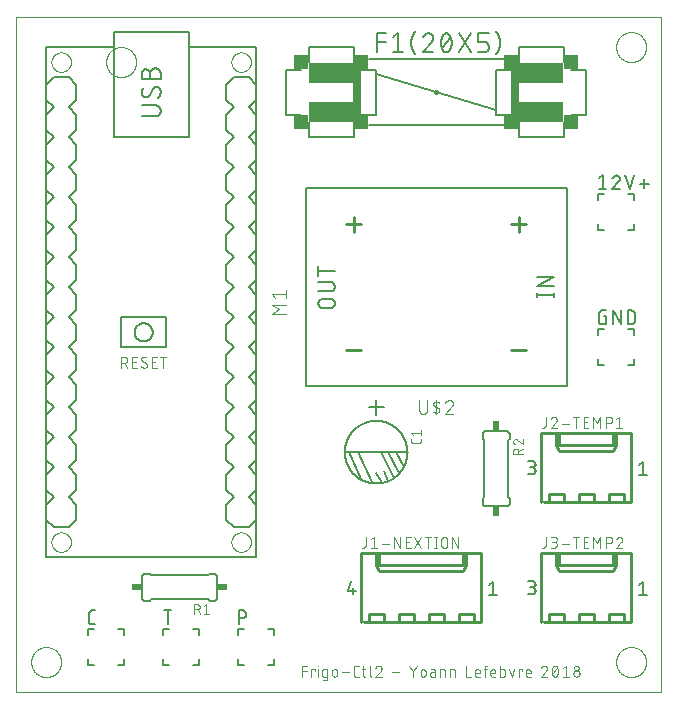
<source format=gto>
G75*
%MOIN*%
%OFA0B0*%
%FSLAX25Y25*%
%IPPOS*%
%LPD*%
%AMOC8*
5,1,8,0,0,1.08239X$1,22.5*
%
%ADD10C,0.00000*%
%ADD11C,0.00300*%
%ADD12C,0.00600*%
%ADD13C,0.00700*%
%ADD14R,0.05000X0.05000*%
%ADD15R,0.02500X0.20000*%
%ADD16R,0.15000X0.07000*%
%ADD17C,0.00500*%
%ADD18C,0.00400*%
%ADD19C,0.01000*%
%ADD20R,0.03400X0.02400*%
%ADD21R,0.02400X0.03400*%
D10*
X0002667Y0001256D02*
X0002667Y0226217D01*
X0217667Y0226256D01*
X0217667Y0001256D01*
X0002667Y0001256D01*
X0007667Y0011256D02*
X0007669Y0011397D01*
X0007675Y0011538D01*
X0007685Y0011678D01*
X0007699Y0011818D01*
X0007717Y0011958D01*
X0007738Y0012097D01*
X0007764Y0012236D01*
X0007793Y0012374D01*
X0007827Y0012510D01*
X0007864Y0012646D01*
X0007905Y0012781D01*
X0007950Y0012915D01*
X0007999Y0013047D01*
X0008051Y0013178D01*
X0008107Y0013307D01*
X0008167Y0013434D01*
X0008230Y0013560D01*
X0008296Y0013684D01*
X0008367Y0013807D01*
X0008440Y0013927D01*
X0008517Y0014045D01*
X0008597Y0014161D01*
X0008681Y0014274D01*
X0008767Y0014385D01*
X0008857Y0014494D01*
X0008950Y0014600D01*
X0009045Y0014703D01*
X0009144Y0014804D01*
X0009245Y0014902D01*
X0009349Y0014997D01*
X0009456Y0015089D01*
X0009565Y0015178D01*
X0009677Y0015263D01*
X0009791Y0015346D01*
X0009907Y0015426D01*
X0010026Y0015502D01*
X0010147Y0015574D01*
X0010269Y0015644D01*
X0010394Y0015709D01*
X0010520Y0015772D01*
X0010648Y0015830D01*
X0010778Y0015885D01*
X0010909Y0015937D01*
X0011042Y0015984D01*
X0011176Y0016028D01*
X0011311Y0016069D01*
X0011447Y0016105D01*
X0011584Y0016137D01*
X0011722Y0016166D01*
X0011860Y0016191D01*
X0012000Y0016211D01*
X0012140Y0016228D01*
X0012280Y0016241D01*
X0012421Y0016250D01*
X0012561Y0016255D01*
X0012702Y0016256D01*
X0012843Y0016253D01*
X0012984Y0016246D01*
X0013124Y0016235D01*
X0013264Y0016220D01*
X0013404Y0016201D01*
X0013543Y0016179D01*
X0013681Y0016152D01*
X0013819Y0016122D01*
X0013955Y0016087D01*
X0014091Y0016049D01*
X0014225Y0016007D01*
X0014359Y0015961D01*
X0014491Y0015912D01*
X0014621Y0015858D01*
X0014750Y0015801D01*
X0014877Y0015741D01*
X0015003Y0015677D01*
X0015126Y0015609D01*
X0015248Y0015538D01*
X0015368Y0015464D01*
X0015485Y0015386D01*
X0015600Y0015305D01*
X0015713Y0015221D01*
X0015824Y0015134D01*
X0015932Y0015043D01*
X0016037Y0014950D01*
X0016140Y0014853D01*
X0016240Y0014754D01*
X0016337Y0014652D01*
X0016431Y0014547D01*
X0016522Y0014440D01*
X0016610Y0014330D01*
X0016695Y0014218D01*
X0016777Y0014103D01*
X0016856Y0013986D01*
X0016931Y0013867D01*
X0017003Y0013746D01*
X0017071Y0013623D01*
X0017136Y0013498D01*
X0017198Y0013371D01*
X0017255Y0013242D01*
X0017310Y0013112D01*
X0017360Y0012981D01*
X0017407Y0012848D01*
X0017450Y0012714D01*
X0017489Y0012578D01*
X0017524Y0012442D01*
X0017556Y0012305D01*
X0017583Y0012167D01*
X0017607Y0012028D01*
X0017627Y0011888D01*
X0017643Y0011748D01*
X0017655Y0011608D01*
X0017663Y0011467D01*
X0017667Y0011326D01*
X0017667Y0011186D01*
X0017663Y0011045D01*
X0017655Y0010904D01*
X0017643Y0010764D01*
X0017627Y0010624D01*
X0017607Y0010484D01*
X0017583Y0010345D01*
X0017556Y0010207D01*
X0017524Y0010070D01*
X0017489Y0009934D01*
X0017450Y0009798D01*
X0017407Y0009664D01*
X0017360Y0009531D01*
X0017310Y0009400D01*
X0017255Y0009270D01*
X0017198Y0009141D01*
X0017136Y0009014D01*
X0017071Y0008889D01*
X0017003Y0008766D01*
X0016931Y0008645D01*
X0016856Y0008526D01*
X0016777Y0008409D01*
X0016695Y0008294D01*
X0016610Y0008182D01*
X0016522Y0008072D01*
X0016431Y0007965D01*
X0016337Y0007860D01*
X0016240Y0007758D01*
X0016140Y0007659D01*
X0016037Y0007562D01*
X0015932Y0007469D01*
X0015824Y0007378D01*
X0015713Y0007291D01*
X0015600Y0007207D01*
X0015485Y0007126D01*
X0015368Y0007048D01*
X0015248Y0006974D01*
X0015126Y0006903D01*
X0015003Y0006835D01*
X0014877Y0006771D01*
X0014750Y0006711D01*
X0014621Y0006654D01*
X0014491Y0006600D01*
X0014359Y0006551D01*
X0014225Y0006505D01*
X0014091Y0006463D01*
X0013955Y0006425D01*
X0013819Y0006390D01*
X0013681Y0006360D01*
X0013543Y0006333D01*
X0013404Y0006311D01*
X0013264Y0006292D01*
X0013124Y0006277D01*
X0012984Y0006266D01*
X0012843Y0006259D01*
X0012702Y0006256D01*
X0012561Y0006257D01*
X0012421Y0006262D01*
X0012280Y0006271D01*
X0012140Y0006284D01*
X0012000Y0006301D01*
X0011860Y0006321D01*
X0011722Y0006346D01*
X0011584Y0006375D01*
X0011447Y0006407D01*
X0011311Y0006443D01*
X0011176Y0006484D01*
X0011042Y0006528D01*
X0010909Y0006575D01*
X0010778Y0006627D01*
X0010648Y0006682D01*
X0010520Y0006740D01*
X0010394Y0006803D01*
X0010269Y0006868D01*
X0010147Y0006938D01*
X0010026Y0007010D01*
X0009907Y0007086D01*
X0009791Y0007166D01*
X0009677Y0007249D01*
X0009565Y0007334D01*
X0009456Y0007423D01*
X0009349Y0007515D01*
X0009245Y0007610D01*
X0009144Y0007708D01*
X0009045Y0007809D01*
X0008950Y0007912D01*
X0008857Y0008018D01*
X0008767Y0008127D01*
X0008681Y0008238D01*
X0008597Y0008351D01*
X0008517Y0008467D01*
X0008440Y0008585D01*
X0008367Y0008705D01*
X0008296Y0008828D01*
X0008230Y0008952D01*
X0008167Y0009078D01*
X0008107Y0009205D01*
X0008051Y0009334D01*
X0007999Y0009465D01*
X0007950Y0009597D01*
X0007905Y0009731D01*
X0007864Y0009866D01*
X0007827Y0010002D01*
X0007793Y0010138D01*
X0007764Y0010276D01*
X0007738Y0010415D01*
X0007717Y0010554D01*
X0007699Y0010694D01*
X0007685Y0010834D01*
X0007675Y0010974D01*
X0007669Y0011115D01*
X0007667Y0011256D01*
X0014417Y0051256D02*
X0014419Y0051369D01*
X0014425Y0051483D01*
X0014435Y0051596D01*
X0014449Y0051708D01*
X0014466Y0051820D01*
X0014488Y0051932D01*
X0014514Y0052042D01*
X0014543Y0052152D01*
X0014576Y0052260D01*
X0014613Y0052368D01*
X0014654Y0052473D01*
X0014698Y0052578D01*
X0014746Y0052681D01*
X0014797Y0052782D01*
X0014852Y0052881D01*
X0014911Y0052978D01*
X0014973Y0053073D01*
X0015038Y0053166D01*
X0015106Y0053257D01*
X0015177Y0053345D01*
X0015252Y0053431D01*
X0015329Y0053514D01*
X0015409Y0053594D01*
X0015492Y0053671D01*
X0015578Y0053746D01*
X0015666Y0053817D01*
X0015757Y0053885D01*
X0015850Y0053950D01*
X0015945Y0054012D01*
X0016042Y0054071D01*
X0016141Y0054126D01*
X0016242Y0054177D01*
X0016345Y0054225D01*
X0016450Y0054269D01*
X0016555Y0054310D01*
X0016663Y0054347D01*
X0016771Y0054380D01*
X0016881Y0054409D01*
X0016991Y0054435D01*
X0017103Y0054457D01*
X0017215Y0054474D01*
X0017327Y0054488D01*
X0017440Y0054498D01*
X0017554Y0054504D01*
X0017667Y0054506D01*
X0017780Y0054504D01*
X0017894Y0054498D01*
X0018007Y0054488D01*
X0018119Y0054474D01*
X0018231Y0054457D01*
X0018343Y0054435D01*
X0018453Y0054409D01*
X0018563Y0054380D01*
X0018671Y0054347D01*
X0018779Y0054310D01*
X0018884Y0054269D01*
X0018989Y0054225D01*
X0019092Y0054177D01*
X0019193Y0054126D01*
X0019292Y0054071D01*
X0019389Y0054012D01*
X0019484Y0053950D01*
X0019577Y0053885D01*
X0019668Y0053817D01*
X0019756Y0053746D01*
X0019842Y0053671D01*
X0019925Y0053594D01*
X0020005Y0053514D01*
X0020082Y0053431D01*
X0020157Y0053345D01*
X0020228Y0053257D01*
X0020296Y0053166D01*
X0020361Y0053073D01*
X0020423Y0052978D01*
X0020482Y0052881D01*
X0020537Y0052782D01*
X0020588Y0052681D01*
X0020636Y0052578D01*
X0020680Y0052473D01*
X0020721Y0052368D01*
X0020758Y0052260D01*
X0020791Y0052152D01*
X0020820Y0052042D01*
X0020846Y0051932D01*
X0020868Y0051820D01*
X0020885Y0051708D01*
X0020899Y0051596D01*
X0020909Y0051483D01*
X0020915Y0051369D01*
X0020917Y0051256D01*
X0020915Y0051143D01*
X0020909Y0051029D01*
X0020899Y0050916D01*
X0020885Y0050804D01*
X0020868Y0050692D01*
X0020846Y0050580D01*
X0020820Y0050470D01*
X0020791Y0050360D01*
X0020758Y0050252D01*
X0020721Y0050144D01*
X0020680Y0050039D01*
X0020636Y0049934D01*
X0020588Y0049831D01*
X0020537Y0049730D01*
X0020482Y0049631D01*
X0020423Y0049534D01*
X0020361Y0049439D01*
X0020296Y0049346D01*
X0020228Y0049255D01*
X0020157Y0049167D01*
X0020082Y0049081D01*
X0020005Y0048998D01*
X0019925Y0048918D01*
X0019842Y0048841D01*
X0019756Y0048766D01*
X0019668Y0048695D01*
X0019577Y0048627D01*
X0019484Y0048562D01*
X0019389Y0048500D01*
X0019292Y0048441D01*
X0019193Y0048386D01*
X0019092Y0048335D01*
X0018989Y0048287D01*
X0018884Y0048243D01*
X0018779Y0048202D01*
X0018671Y0048165D01*
X0018563Y0048132D01*
X0018453Y0048103D01*
X0018343Y0048077D01*
X0018231Y0048055D01*
X0018119Y0048038D01*
X0018007Y0048024D01*
X0017894Y0048014D01*
X0017780Y0048008D01*
X0017667Y0048006D01*
X0017554Y0048008D01*
X0017440Y0048014D01*
X0017327Y0048024D01*
X0017215Y0048038D01*
X0017103Y0048055D01*
X0016991Y0048077D01*
X0016881Y0048103D01*
X0016771Y0048132D01*
X0016663Y0048165D01*
X0016555Y0048202D01*
X0016450Y0048243D01*
X0016345Y0048287D01*
X0016242Y0048335D01*
X0016141Y0048386D01*
X0016042Y0048441D01*
X0015945Y0048500D01*
X0015850Y0048562D01*
X0015757Y0048627D01*
X0015666Y0048695D01*
X0015578Y0048766D01*
X0015492Y0048841D01*
X0015409Y0048918D01*
X0015329Y0048998D01*
X0015252Y0049081D01*
X0015177Y0049167D01*
X0015106Y0049255D01*
X0015038Y0049346D01*
X0014973Y0049439D01*
X0014911Y0049534D01*
X0014852Y0049631D01*
X0014797Y0049730D01*
X0014746Y0049831D01*
X0014698Y0049934D01*
X0014654Y0050039D01*
X0014613Y0050144D01*
X0014576Y0050252D01*
X0014543Y0050360D01*
X0014514Y0050470D01*
X0014488Y0050580D01*
X0014466Y0050692D01*
X0014449Y0050804D01*
X0014435Y0050916D01*
X0014425Y0051029D01*
X0014419Y0051143D01*
X0014417Y0051256D01*
X0074417Y0051256D02*
X0074419Y0051369D01*
X0074425Y0051483D01*
X0074435Y0051596D01*
X0074449Y0051708D01*
X0074466Y0051820D01*
X0074488Y0051932D01*
X0074514Y0052042D01*
X0074543Y0052152D01*
X0074576Y0052260D01*
X0074613Y0052368D01*
X0074654Y0052473D01*
X0074698Y0052578D01*
X0074746Y0052681D01*
X0074797Y0052782D01*
X0074852Y0052881D01*
X0074911Y0052978D01*
X0074973Y0053073D01*
X0075038Y0053166D01*
X0075106Y0053257D01*
X0075177Y0053345D01*
X0075252Y0053431D01*
X0075329Y0053514D01*
X0075409Y0053594D01*
X0075492Y0053671D01*
X0075578Y0053746D01*
X0075666Y0053817D01*
X0075757Y0053885D01*
X0075850Y0053950D01*
X0075945Y0054012D01*
X0076042Y0054071D01*
X0076141Y0054126D01*
X0076242Y0054177D01*
X0076345Y0054225D01*
X0076450Y0054269D01*
X0076555Y0054310D01*
X0076663Y0054347D01*
X0076771Y0054380D01*
X0076881Y0054409D01*
X0076991Y0054435D01*
X0077103Y0054457D01*
X0077215Y0054474D01*
X0077327Y0054488D01*
X0077440Y0054498D01*
X0077554Y0054504D01*
X0077667Y0054506D01*
X0077780Y0054504D01*
X0077894Y0054498D01*
X0078007Y0054488D01*
X0078119Y0054474D01*
X0078231Y0054457D01*
X0078343Y0054435D01*
X0078453Y0054409D01*
X0078563Y0054380D01*
X0078671Y0054347D01*
X0078779Y0054310D01*
X0078884Y0054269D01*
X0078989Y0054225D01*
X0079092Y0054177D01*
X0079193Y0054126D01*
X0079292Y0054071D01*
X0079389Y0054012D01*
X0079484Y0053950D01*
X0079577Y0053885D01*
X0079668Y0053817D01*
X0079756Y0053746D01*
X0079842Y0053671D01*
X0079925Y0053594D01*
X0080005Y0053514D01*
X0080082Y0053431D01*
X0080157Y0053345D01*
X0080228Y0053257D01*
X0080296Y0053166D01*
X0080361Y0053073D01*
X0080423Y0052978D01*
X0080482Y0052881D01*
X0080537Y0052782D01*
X0080588Y0052681D01*
X0080636Y0052578D01*
X0080680Y0052473D01*
X0080721Y0052368D01*
X0080758Y0052260D01*
X0080791Y0052152D01*
X0080820Y0052042D01*
X0080846Y0051932D01*
X0080868Y0051820D01*
X0080885Y0051708D01*
X0080899Y0051596D01*
X0080909Y0051483D01*
X0080915Y0051369D01*
X0080917Y0051256D01*
X0080915Y0051143D01*
X0080909Y0051029D01*
X0080899Y0050916D01*
X0080885Y0050804D01*
X0080868Y0050692D01*
X0080846Y0050580D01*
X0080820Y0050470D01*
X0080791Y0050360D01*
X0080758Y0050252D01*
X0080721Y0050144D01*
X0080680Y0050039D01*
X0080636Y0049934D01*
X0080588Y0049831D01*
X0080537Y0049730D01*
X0080482Y0049631D01*
X0080423Y0049534D01*
X0080361Y0049439D01*
X0080296Y0049346D01*
X0080228Y0049255D01*
X0080157Y0049167D01*
X0080082Y0049081D01*
X0080005Y0048998D01*
X0079925Y0048918D01*
X0079842Y0048841D01*
X0079756Y0048766D01*
X0079668Y0048695D01*
X0079577Y0048627D01*
X0079484Y0048562D01*
X0079389Y0048500D01*
X0079292Y0048441D01*
X0079193Y0048386D01*
X0079092Y0048335D01*
X0078989Y0048287D01*
X0078884Y0048243D01*
X0078779Y0048202D01*
X0078671Y0048165D01*
X0078563Y0048132D01*
X0078453Y0048103D01*
X0078343Y0048077D01*
X0078231Y0048055D01*
X0078119Y0048038D01*
X0078007Y0048024D01*
X0077894Y0048014D01*
X0077780Y0048008D01*
X0077667Y0048006D01*
X0077554Y0048008D01*
X0077440Y0048014D01*
X0077327Y0048024D01*
X0077215Y0048038D01*
X0077103Y0048055D01*
X0076991Y0048077D01*
X0076881Y0048103D01*
X0076771Y0048132D01*
X0076663Y0048165D01*
X0076555Y0048202D01*
X0076450Y0048243D01*
X0076345Y0048287D01*
X0076242Y0048335D01*
X0076141Y0048386D01*
X0076042Y0048441D01*
X0075945Y0048500D01*
X0075850Y0048562D01*
X0075757Y0048627D01*
X0075666Y0048695D01*
X0075578Y0048766D01*
X0075492Y0048841D01*
X0075409Y0048918D01*
X0075329Y0048998D01*
X0075252Y0049081D01*
X0075177Y0049167D01*
X0075106Y0049255D01*
X0075038Y0049346D01*
X0074973Y0049439D01*
X0074911Y0049534D01*
X0074852Y0049631D01*
X0074797Y0049730D01*
X0074746Y0049831D01*
X0074698Y0049934D01*
X0074654Y0050039D01*
X0074613Y0050144D01*
X0074576Y0050252D01*
X0074543Y0050360D01*
X0074514Y0050470D01*
X0074488Y0050580D01*
X0074466Y0050692D01*
X0074449Y0050804D01*
X0074435Y0050916D01*
X0074425Y0051029D01*
X0074419Y0051143D01*
X0074417Y0051256D01*
X0202667Y0011256D02*
X0202669Y0011397D01*
X0202675Y0011538D01*
X0202685Y0011678D01*
X0202699Y0011818D01*
X0202717Y0011958D01*
X0202738Y0012097D01*
X0202764Y0012236D01*
X0202793Y0012374D01*
X0202827Y0012510D01*
X0202864Y0012646D01*
X0202905Y0012781D01*
X0202950Y0012915D01*
X0202999Y0013047D01*
X0203051Y0013178D01*
X0203107Y0013307D01*
X0203167Y0013434D01*
X0203230Y0013560D01*
X0203296Y0013684D01*
X0203367Y0013807D01*
X0203440Y0013927D01*
X0203517Y0014045D01*
X0203597Y0014161D01*
X0203681Y0014274D01*
X0203767Y0014385D01*
X0203857Y0014494D01*
X0203950Y0014600D01*
X0204045Y0014703D01*
X0204144Y0014804D01*
X0204245Y0014902D01*
X0204349Y0014997D01*
X0204456Y0015089D01*
X0204565Y0015178D01*
X0204677Y0015263D01*
X0204791Y0015346D01*
X0204907Y0015426D01*
X0205026Y0015502D01*
X0205147Y0015574D01*
X0205269Y0015644D01*
X0205394Y0015709D01*
X0205520Y0015772D01*
X0205648Y0015830D01*
X0205778Y0015885D01*
X0205909Y0015937D01*
X0206042Y0015984D01*
X0206176Y0016028D01*
X0206311Y0016069D01*
X0206447Y0016105D01*
X0206584Y0016137D01*
X0206722Y0016166D01*
X0206860Y0016191D01*
X0207000Y0016211D01*
X0207140Y0016228D01*
X0207280Y0016241D01*
X0207421Y0016250D01*
X0207561Y0016255D01*
X0207702Y0016256D01*
X0207843Y0016253D01*
X0207984Y0016246D01*
X0208124Y0016235D01*
X0208264Y0016220D01*
X0208404Y0016201D01*
X0208543Y0016179D01*
X0208681Y0016152D01*
X0208819Y0016122D01*
X0208955Y0016087D01*
X0209091Y0016049D01*
X0209225Y0016007D01*
X0209359Y0015961D01*
X0209491Y0015912D01*
X0209621Y0015858D01*
X0209750Y0015801D01*
X0209877Y0015741D01*
X0210003Y0015677D01*
X0210126Y0015609D01*
X0210248Y0015538D01*
X0210368Y0015464D01*
X0210485Y0015386D01*
X0210600Y0015305D01*
X0210713Y0015221D01*
X0210824Y0015134D01*
X0210932Y0015043D01*
X0211037Y0014950D01*
X0211140Y0014853D01*
X0211240Y0014754D01*
X0211337Y0014652D01*
X0211431Y0014547D01*
X0211522Y0014440D01*
X0211610Y0014330D01*
X0211695Y0014218D01*
X0211777Y0014103D01*
X0211856Y0013986D01*
X0211931Y0013867D01*
X0212003Y0013746D01*
X0212071Y0013623D01*
X0212136Y0013498D01*
X0212198Y0013371D01*
X0212255Y0013242D01*
X0212310Y0013112D01*
X0212360Y0012981D01*
X0212407Y0012848D01*
X0212450Y0012714D01*
X0212489Y0012578D01*
X0212524Y0012442D01*
X0212556Y0012305D01*
X0212583Y0012167D01*
X0212607Y0012028D01*
X0212627Y0011888D01*
X0212643Y0011748D01*
X0212655Y0011608D01*
X0212663Y0011467D01*
X0212667Y0011326D01*
X0212667Y0011186D01*
X0212663Y0011045D01*
X0212655Y0010904D01*
X0212643Y0010764D01*
X0212627Y0010624D01*
X0212607Y0010484D01*
X0212583Y0010345D01*
X0212556Y0010207D01*
X0212524Y0010070D01*
X0212489Y0009934D01*
X0212450Y0009798D01*
X0212407Y0009664D01*
X0212360Y0009531D01*
X0212310Y0009400D01*
X0212255Y0009270D01*
X0212198Y0009141D01*
X0212136Y0009014D01*
X0212071Y0008889D01*
X0212003Y0008766D01*
X0211931Y0008645D01*
X0211856Y0008526D01*
X0211777Y0008409D01*
X0211695Y0008294D01*
X0211610Y0008182D01*
X0211522Y0008072D01*
X0211431Y0007965D01*
X0211337Y0007860D01*
X0211240Y0007758D01*
X0211140Y0007659D01*
X0211037Y0007562D01*
X0210932Y0007469D01*
X0210824Y0007378D01*
X0210713Y0007291D01*
X0210600Y0007207D01*
X0210485Y0007126D01*
X0210368Y0007048D01*
X0210248Y0006974D01*
X0210126Y0006903D01*
X0210003Y0006835D01*
X0209877Y0006771D01*
X0209750Y0006711D01*
X0209621Y0006654D01*
X0209491Y0006600D01*
X0209359Y0006551D01*
X0209225Y0006505D01*
X0209091Y0006463D01*
X0208955Y0006425D01*
X0208819Y0006390D01*
X0208681Y0006360D01*
X0208543Y0006333D01*
X0208404Y0006311D01*
X0208264Y0006292D01*
X0208124Y0006277D01*
X0207984Y0006266D01*
X0207843Y0006259D01*
X0207702Y0006256D01*
X0207561Y0006257D01*
X0207421Y0006262D01*
X0207280Y0006271D01*
X0207140Y0006284D01*
X0207000Y0006301D01*
X0206860Y0006321D01*
X0206722Y0006346D01*
X0206584Y0006375D01*
X0206447Y0006407D01*
X0206311Y0006443D01*
X0206176Y0006484D01*
X0206042Y0006528D01*
X0205909Y0006575D01*
X0205778Y0006627D01*
X0205648Y0006682D01*
X0205520Y0006740D01*
X0205394Y0006803D01*
X0205269Y0006868D01*
X0205147Y0006938D01*
X0205026Y0007010D01*
X0204907Y0007086D01*
X0204791Y0007166D01*
X0204677Y0007249D01*
X0204565Y0007334D01*
X0204456Y0007423D01*
X0204349Y0007515D01*
X0204245Y0007610D01*
X0204144Y0007708D01*
X0204045Y0007809D01*
X0203950Y0007912D01*
X0203857Y0008018D01*
X0203767Y0008127D01*
X0203681Y0008238D01*
X0203597Y0008351D01*
X0203517Y0008467D01*
X0203440Y0008585D01*
X0203367Y0008705D01*
X0203296Y0008828D01*
X0203230Y0008952D01*
X0203167Y0009078D01*
X0203107Y0009205D01*
X0203051Y0009334D01*
X0202999Y0009465D01*
X0202950Y0009597D01*
X0202905Y0009731D01*
X0202864Y0009866D01*
X0202827Y0010002D01*
X0202793Y0010138D01*
X0202764Y0010276D01*
X0202738Y0010415D01*
X0202717Y0010554D01*
X0202699Y0010694D01*
X0202685Y0010834D01*
X0202675Y0010974D01*
X0202669Y0011115D01*
X0202667Y0011256D01*
X0074417Y0211256D02*
X0074419Y0211369D01*
X0074425Y0211483D01*
X0074435Y0211596D01*
X0074449Y0211708D01*
X0074466Y0211820D01*
X0074488Y0211932D01*
X0074514Y0212042D01*
X0074543Y0212152D01*
X0074576Y0212260D01*
X0074613Y0212368D01*
X0074654Y0212473D01*
X0074698Y0212578D01*
X0074746Y0212681D01*
X0074797Y0212782D01*
X0074852Y0212881D01*
X0074911Y0212978D01*
X0074973Y0213073D01*
X0075038Y0213166D01*
X0075106Y0213257D01*
X0075177Y0213345D01*
X0075252Y0213431D01*
X0075329Y0213514D01*
X0075409Y0213594D01*
X0075492Y0213671D01*
X0075578Y0213746D01*
X0075666Y0213817D01*
X0075757Y0213885D01*
X0075850Y0213950D01*
X0075945Y0214012D01*
X0076042Y0214071D01*
X0076141Y0214126D01*
X0076242Y0214177D01*
X0076345Y0214225D01*
X0076450Y0214269D01*
X0076555Y0214310D01*
X0076663Y0214347D01*
X0076771Y0214380D01*
X0076881Y0214409D01*
X0076991Y0214435D01*
X0077103Y0214457D01*
X0077215Y0214474D01*
X0077327Y0214488D01*
X0077440Y0214498D01*
X0077554Y0214504D01*
X0077667Y0214506D01*
X0077780Y0214504D01*
X0077894Y0214498D01*
X0078007Y0214488D01*
X0078119Y0214474D01*
X0078231Y0214457D01*
X0078343Y0214435D01*
X0078453Y0214409D01*
X0078563Y0214380D01*
X0078671Y0214347D01*
X0078779Y0214310D01*
X0078884Y0214269D01*
X0078989Y0214225D01*
X0079092Y0214177D01*
X0079193Y0214126D01*
X0079292Y0214071D01*
X0079389Y0214012D01*
X0079484Y0213950D01*
X0079577Y0213885D01*
X0079668Y0213817D01*
X0079756Y0213746D01*
X0079842Y0213671D01*
X0079925Y0213594D01*
X0080005Y0213514D01*
X0080082Y0213431D01*
X0080157Y0213345D01*
X0080228Y0213257D01*
X0080296Y0213166D01*
X0080361Y0213073D01*
X0080423Y0212978D01*
X0080482Y0212881D01*
X0080537Y0212782D01*
X0080588Y0212681D01*
X0080636Y0212578D01*
X0080680Y0212473D01*
X0080721Y0212368D01*
X0080758Y0212260D01*
X0080791Y0212152D01*
X0080820Y0212042D01*
X0080846Y0211932D01*
X0080868Y0211820D01*
X0080885Y0211708D01*
X0080899Y0211596D01*
X0080909Y0211483D01*
X0080915Y0211369D01*
X0080917Y0211256D01*
X0080915Y0211143D01*
X0080909Y0211029D01*
X0080899Y0210916D01*
X0080885Y0210804D01*
X0080868Y0210692D01*
X0080846Y0210580D01*
X0080820Y0210470D01*
X0080791Y0210360D01*
X0080758Y0210252D01*
X0080721Y0210144D01*
X0080680Y0210039D01*
X0080636Y0209934D01*
X0080588Y0209831D01*
X0080537Y0209730D01*
X0080482Y0209631D01*
X0080423Y0209534D01*
X0080361Y0209439D01*
X0080296Y0209346D01*
X0080228Y0209255D01*
X0080157Y0209167D01*
X0080082Y0209081D01*
X0080005Y0208998D01*
X0079925Y0208918D01*
X0079842Y0208841D01*
X0079756Y0208766D01*
X0079668Y0208695D01*
X0079577Y0208627D01*
X0079484Y0208562D01*
X0079389Y0208500D01*
X0079292Y0208441D01*
X0079193Y0208386D01*
X0079092Y0208335D01*
X0078989Y0208287D01*
X0078884Y0208243D01*
X0078779Y0208202D01*
X0078671Y0208165D01*
X0078563Y0208132D01*
X0078453Y0208103D01*
X0078343Y0208077D01*
X0078231Y0208055D01*
X0078119Y0208038D01*
X0078007Y0208024D01*
X0077894Y0208014D01*
X0077780Y0208008D01*
X0077667Y0208006D01*
X0077554Y0208008D01*
X0077440Y0208014D01*
X0077327Y0208024D01*
X0077215Y0208038D01*
X0077103Y0208055D01*
X0076991Y0208077D01*
X0076881Y0208103D01*
X0076771Y0208132D01*
X0076663Y0208165D01*
X0076555Y0208202D01*
X0076450Y0208243D01*
X0076345Y0208287D01*
X0076242Y0208335D01*
X0076141Y0208386D01*
X0076042Y0208441D01*
X0075945Y0208500D01*
X0075850Y0208562D01*
X0075757Y0208627D01*
X0075666Y0208695D01*
X0075578Y0208766D01*
X0075492Y0208841D01*
X0075409Y0208918D01*
X0075329Y0208998D01*
X0075252Y0209081D01*
X0075177Y0209167D01*
X0075106Y0209255D01*
X0075038Y0209346D01*
X0074973Y0209439D01*
X0074911Y0209534D01*
X0074852Y0209631D01*
X0074797Y0209730D01*
X0074746Y0209831D01*
X0074698Y0209934D01*
X0074654Y0210039D01*
X0074613Y0210144D01*
X0074576Y0210252D01*
X0074543Y0210360D01*
X0074514Y0210470D01*
X0074488Y0210580D01*
X0074466Y0210692D01*
X0074449Y0210804D01*
X0074435Y0210916D01*
X0074425Y0211029D01*
X0074419Y0211143D01*
X0074417Y0211256D01*
X0032667Y0211256D02*
X0032669Y0211397D01*
X0032675Y0211538D01*
X0032685Y0211678D01*
X0032699Y0211818D01*
X0032717Y0211958D01*
X0032738Y0212097D01*
X0032764Y0212236D01*
X0032793Y0212374D01*
X0032827Y0212510D01*
X0032864Y0212646D01*
X0032905Y0212781D01*
X0032950Y0212915D01*
X0032999Y0213047D01*
X0033051Y0213178D01*
X0033107Y0213307D01*
X0033167Y0213434D01*
X0033230Y0213560D01*
X0033296Y0213684D01*
X0033367Y0213807D01*
X0033440Y0213927D01*
X0033517Y0214045D01*
X0033597Y0214161D01*
X0033681Y0214274D01*
X0033767Y0214385D01*
X0033857Y0214494D01*
X0033950Y0214600D01*
X0034045Y0214703D01*
X0034144Y0214804D01*
X0034245Y0214902D01*
X0034349Y0214997D01*
X0034456Y0215089D01*
X0034565Y0215178D01*
X0034677Y0215263D01*
X0034791Y0215346D01*
X0034907Y0215426D01*
X0035026Y0215502D01*
X0035147Y0215574D01*
X0035269Y0215644D01*
X0035394Y0215709D01*
X0035520Y0215772D01*
X0035648Y0215830D01*
X0035778Y0215885D01*
X0035909Y0215937D01*
X0036042Y0215984D01*
X0036176Y0216028D01*
X0036311Y0216069D01*
X0036447Y0216105D01*
X0036584Y0216137D01*
X0036722Y0216166D01*
X0036860Y0216191D01*
X0037000Y0216211D01*
X0037140Y0216228D01*
X0037280Y0216241D01*
X0037421Y0216250D01*
X0037561Y0216255D01*
X0037702Y0216256D01*
X0037843Y0216253D01*
X0037984Y0216246D01*
X0038124Y0216235D01*
X0038264Y0216220D01*
X0038404Y0216201D01*
X0038543Y0216179D01*
X0038681Y0216152D01*
X0038819Y0216122D01*
X0038955Y0216087D01*
X0039091Y0216049D01*
X0039225Y0216007D01*
X0039359Y0215961D01*
X0039491Y0215912D01*
X0039621Y0215858D01*
X0039750Y0215801D01*
X0039877Y0215741D01*
X0040003Y0215677D01*
X0040126Y0215609D01*
X0040248Y0215538D01*
X0040368Y0215464D01*
X0040485Y0215386D01*
X0040600Y0215305D01*
X0040713Y0215221D01*
X0040824Y0215134D01*
X0040932Y0215043D01*
X0041037Y0214950D01*
X0041140Y0214853D01*
X0041240Y0214754D01*
X0041337Y0214652D01*
X0041431Y0214547D01*
X0041522Y0214440D01*
X0041610Y0214330D01*
X0041695Y0214218D01*
X0041777Y0214103D01*
X0041856Y0213986D01*
X0041931Y0213867D01*
X0042003Y0213746D01*
X0042071Y0213623D01*
X0042136Y0213498D01*
X0042198Y0213371D01*
X0042255Y0213242D01*
X0042310Y0213112D01*
X0042360Y0212981D01*
X0042407Y0212848D01*
X0042450Y0212714D01*
X0042489Y0212578D01*
X0042524Y0212442D01*
X0042556Y0212305D01*
X0042583Y0212167D01*
X0042607Y0212028D01*
X0042627Y0211888D01*
X0042643Y0211748D01*
X0042655Y0211608D01*
X0042663Y0211467D01*
X0042667Y0211326D01*
X0042667Y0211186D01*
X0042663Y0211045D01*
X0042655Y0210904D01*
X0042643Y0210764D01*
X0042627Y0210624D01*
X0042607Y0210484D01*
X0042583Y0210345D01*
X0042556Y0210207D01*
X0042524Y0210070D01*
X0042489Y0209934D01*
X0042450Y0209798D01*
X0042407Y0209664D01*
X0042360Y0209531D01*
X0042310Y0209400D01*
X0042255Y0209270D01*
X0042198Y0209141D01*
X0042136Y0209014D01*
X0042071Y0208889D01*
X0042003Y0208766D01*
X0041931Y0208645D01*
X0041856Y0208526D01*
X0041777Y0208409D01*
X0041695Y0208294D01*
X0041610Y0208182D01*
X0041522Y0208072D01*
X0041431Y0207965D01*
X0041337Y0207860D01*
X0041240Y0207758D01*
X0041140Y0207659D01*
X0041037Y0207562D01*
X0040932Y0207469D01*
X0040824Y0207378D01*
X0040713Y0207291D01*
X0040600Y0207207D01*
X0040485Y0207126D01*
X0040368Y0207048D01*
X0040248Y0206974D01*
X0040126Y0206903D01*
X0040003Y0206835D01*
X0039877Y0206771D01*
X0039750Y0206711D01*
X0039621Y0206654D01*
X0039491Y0206600D01*
X0039359Y0206551D01*
X0039225Y0206505D01*
X0039091Y0206463D01*
X0038955Y0206425D01*
X0038819Y0206390D01*
X0038681Y0206360D01*
X0038543Y0206333D01*
X0038404Y0206311D01*
X0038264Y0206292D01*
X0038124Y0206277D01*
X0037984Y0206266D01*
X0037843Y0206259D01*
X0037702Y0206256D01*
X0037561Y0206257D01*
X0037421Y0206262D01*
X0037280Y0206271D01*
X0037140Y0206284D01*
X0037000Y0206301D01*
X0036860Y0206321D01*
X0036722Y0206346D01*
X0036584Y0206375D01*
X0036447Y0206407D01*
X0036311Y0206443D01*
X0036176Y0206484D01*
X0036042Y0206528D01*
X0035909Y0206575D01*
X0035778Y0206627D01*
X0035648Y0206682D01*
X0035520Y0206740D01*
X0035394Y0206803D01*
X0035269Y0206868D01*
X0035147Y0206938D01*
X0035026Y0207010D01*
X0034907Y0207086D01*
X0034791Y0207166D01*
X0034677Y0207249D01*
X0034565Y0207334D01*
X0034456Y0207423D01*
X0034349Y0207515D01*
X0034245Y0207610D01*
X0034144Y0207708D01*
X0034045Y0207809D01*
X0033950Y0207912D01*
X0033857Y0208018D01*
X0033767Y0208127D01*
X0033681Y0208238D01*
X0033597Y0208351D01*
X0033517Y0208467D01*
X0033440Y0208585D01*
X0033367Y0208705D01*
X0033296Y0208828D01*
X0033230Y0208952D01*
X0033167Y0209078D01*
X0033107Y0209205D01*
X0033051Y0209334D01*
X0032999Y0209465D01*
X0032950Y0209597D01*
X0032905Y0209731D01*
X0032864Y0209866D01*
X0032827Y0210002D01*
X0032793Y0210138D01*
X0032764Y0210276D01*
X0032738Y0210415D01*
X0032717Y0210554D01*
X0032699Y0210694D01*
X0032685Y0210834D01*
X0032675Y0210974D01*
X0032669Y0211115D01*
X0032667Y0211256D01*
X0014417Y0211256D02*
X0014419Y0211369D01*
X0014425Y0211483D01*
X0014435Y0211596D01*
X0014449Y0211708D01*
X0014466Y0211820D01*
X0014488Y0211932D01*
X0014514Y0212042D01*
X0014543Y0212152D01*
X0014576Y0212260D01*
X0014613Y0212368D01*
X0014654Y0212473D01*
X0014698Y0212578D01*
X0014746Y0212681D01*
X0014797Y0212782D01*
X0014852Y0212881D01*
X0014911Y0212978D01*
X0014973Y0213073D01*
X0015038Y0213166D01*
X0015106Y0213257D01*
X0015177Y0213345D01*
X0015252Y0213431D01*
X0015329Y0213514D01*
X0015409Y0213594D01*
X0015492Y0213671D01*
X0015578Y0213746D01*
X0015666Y0213817D01*
X0015757Y0213885D01*
X0015850Y0213950D01*
X0015945Y0214012D01*
X0016042Y0214071D01*
X0016141Y0214126D01*
X0016242Y0214177D01*
X0016345Y0214225D01*
X0016450Y0214269D01*
X0016555Y0214310D01*
X0016663Y0214347D01*
X0016771Y0214380D01*
X0016881Y0214409D01*
X0016991Y0214435D01*
X0017103Y0214457D01*
X0017215Y0214474D01*
X0017327Y0214488D01*
X0017440Y0214498D01*
X0017554Y0214504D01*
X0017667Y0214506D01*
X0017780Y0214504D01*
X0017894Y0214498D01*
X0018007Y0214488D01*
X0018119Y0214474D01*
X0018231Y0214457D01*
X0018343Y0214435D01*
X0018453Y0214409D01*
X0018563Y0214380D01*
X0018671Y0214347D01*
X0018779Y0214310D01*
X0018884Y0214269D01*
X0018989Y0214225D01*
X0019092Y0214177D01*
X0019193Y0214126D01*
X0019292Y0214071D01*
X0019389Y0214012D01*
X0019484Y0213950D01*
X0019577Y0213885D01*
X0019668Y0213817D01*
X0019756Y0213746D01*
X0019842Y0213671D01*
X0019925Y0213594D01*
X0020005Y0213514D01*
X0020082Y0213431D01*
X0020157Y0213345D01*
X0020228Y0213257D01*
X0020296Y0213166D01*
X0020361Y0213073D01*
X0020423Y0212978D01*
X0020482Y0212881D01*
X0020537Y0212782D01*
X0020588Y0212681D01*
X0020636Y0212578D01*
X0020680Y0212473D01*
X0020721Y0212368D01*
X0020758Y0212260D01*
X0020791Y0212152D01*
X0020820Y0212042D01*
X0020846Y0211932D01*
X0020868Y0211820D01*
X0020885Y0211708D01*
X0020899Y0211596D01*
X0020909Y0211483D01*
X0020915Y0211369D01*
X0020917Y0211256D01*
X0020915Y0211143D01*
X0020909Y0211029D01*
X0020899Y0210916D01*
X0020885Y0210804D01*
X0020868Y0210692D01*
X0020846Y0210580D01*
X0020820Y0210470D01*
X0020791Y0210360D01*
X0020758Y0210252D01*
X0020721Y0210144D01*
X0020680Y0210039D01*
X0020636Y0209934D01*
X0020588Y0209831D01*
X0020537Y0209730D01*
X0020482Y0209631D01*
X0020423Y0209534D01*
X0020361Y0209439D01*
X0020296Y0209346D01*
X0020228Y0209255D01*
X0020157Y0209167D01*
X0020082Y0209081D01*
X0020005Y0208998D01*
X0019925Y0208918D01*
X0019842Y0208841D01*
X0019756Y0208766D01*
X0019668Y0208695D01*
X0019577Y0208627D01*
X0019484Y0208562D01*
X0019389Y0208500D01*
X0019292Y0208441D01*
X0019193Y0208386D01*
X0019092Y0208335D01*
X0018989Y0208287D01*
X0018884Y0208243D01*
X0018779Y0208202D01*
X0018671Y0208165D01*
X0018563Y0208132D01*
X0018453Y0208103D01*
X0018343Y0208077D01*
X0018231Y0208055D01*
X0018119Y0208038D01*
X0018007Y0208024D01*
X0017894Y0208014D01*
X0017780Y0208008D01*
X0017667Y0208006D01*
X0017554Y0208008D01*
X0017440Y0208014D01*
X0017327Y0208024D01*
X0017215Y0208038D01*
X0017103Y0208055D01*
X0016991Y0208077D01*
X0016881Y0208103D01*
X0016771Y0208132D01*
X0016663Y0208165D01*
X0016555Y0208202D01*
X0016450Y0208243D01*
X0016345Y0208287D01*
X0016242Y0208335D01*
X0016141Y0208386D01*
X0016042Y0208441D01*
X0015945Y0208500D01*
X0015850Y0208562D01*
X0015757Y0208627D01*
X0015666Y0208695D01*
X0015578Y0208766D01*
X0015492Y0208841D01*
X0015409Y0208918D01*
X0015329Y0208998D01*
X0015252Y0209081D01*
X0015177Y0209167D01*
X0015106Y0209255D01*
X0015038Y0209346D01*
X0014973Y0209439D01*
X0014911Y0209534D01*
X0014852Y0209631D01*
X0014797Y0209730D01*
X0014746Y0209831D01*
X0014698Y0209934D01*
X0014654Y0210039D01*
X0014613Y0210144D01*
X0014576Y0210252D01*
X0014543Y0210360D01*
X0014514Y0210470D01*
X0014488Y0210580D01*
X0014466Y0210692D01*
X0014449Y0210804D01*
X0014435Y0210916D01*
X0014425Y0211029D01*
X0014419Y0211143D01*
X0014417Y0211256D01*
X0202667Y0216256D02*
X0202669Y0216397D01*
X0202675Y0216538D01*
X0202685Y0216678D01*
X0202699Y0216818D01*
X0202717Y0216958D01*
X0202738Y0217097D01*
X0202764Y0217236D01*
X0202793Y0217374D01*
X0202827Y0217510D01*
X0202864Y0217646D01*
X0202905Y0217781D01*
X0202950Y0217915D01*
X0202999Y0218047D01*
X0203051Y0218178D01*
X0203107Y0218307D01*
X0203167Y0218434D01*
X0203230Y0218560D01*
X0203296Y0218684D01*
X0203367Y0218807D01*
X0203440Y0218927D01*
X0203517Y0219045D01*
X0203597Y0219161D01*
X0203681Y0219274D01*
X0203767Y0219385D01*
X0203857Y0219494D01*
X0203950Y0219600D01*
X0204045Y0219703D01*
X0204144Y0219804D01*
X0204245Y0219902D01*
X0204349Y0219997D01*
X0204456Y0220089D01*
X0204565Y0220178D01*
X0204677Y0220263D01*
X0204791Y0220346D01*
X0204907Y0220426D01*
X0205026Y0220502D01*
X0205147Y0220574D01*
X0205269Y0220644D01*
X0205394Y0220709D01*
X0205520Y0220772D01*
X0205648Y0220830D01*
X0205778Y0220885D01*
X0205909Y0220937D01*
X0206042Y0220984D01*
X0206176Y0221028D01*
X0206311Y0221069D01*
X0206447Y0221105D01*
X0206584Y0221137D01*
X0206722Y0221166D01*
X0206860Y0221191D01*
X0207000Y0221211D01*
X0207140Y0221228D01*
X0207280Y0221241D01*
X0207421Y0221250D01*
X0207561Y0221255D01*
X0207702Y0221256D01*
X0207843Y0221253D01*
X0207984Y0221246D01*
X0208124Y0221235D01*
X0208264Y0221220D01*
X0208404Y0221201D01*
X0208543Y0221179D01*
X0208681Y0221152D01*
X0208819Y0221122D01*
X0208955Y0221087D01*
X0209091Y0221049D01*
X0209225Y0221007D01*
X0209359Y0220961D01*
X0209491Y0220912D01*
X0209621Y0220858D01*
X0209750Y0220801D01*
X0209877Y0220741D01*
X0210003Y0220677D01*
X0210126Y0220609D01*
X0210248Y0220538D01*
X0210368Y0220464D01*
X0210485Y0220386D01*
X0210600Y0220305D01*
X0210713Y0220221D01*
X0210824Y0220134D01*
X0210932Y0220043D01*
X0211037Y0219950D01*
X0211140Y0219853D01*
X0211240Y0219754D01*
X0211337Y0219652D01*
X0211431Y0219547D01*
X0211522Y0219440D01*
X0211610Y0219330D01*
X0211695Y0219218D01*
X0211777Y0219103D01*
X0211856Y0218986D01*
X0211931Y0218867D01*
X0212003Y0218746D01*
X0212071Y0218623D01*
X0212136Y0218498D01*
X0212198Y0218371D01*
X0212255Y0218242D01*
X0212310Y0218112D01*
X0212360Y0217981D01*
X0212407Y0217848D01*
X0212450Y0217714D01*
X0212489Y0217578D01*
X0212524Y0217442D01*
X0212556Y0217305D01*
X0212583Y0217167D01*
X0212607Y0217028D01*
X0212627Y0216888D01*
X0212643Y0216748D01*
X0212655Y0216608D01*
X0212663Y0216467D01*
X0212667Y0216326D01*
X0212667Y0216186D01*
X0212663Y0216045D01*
X0212655Y0215904D01*
X0212643Y0215764D01*
X0212627Y0215624D01*
X0212607Y0215484D01*
X0212583Y0215345D01*
X0212556Y0215207D01*
X0212524Y0215070D01*
X0212489Y0214934D01*
X0212450Y0214798D01*
X0212407Y0214664D01*
X0212360Y0214531D01*
X0212310Y0214400D01*
X0212255Y0214270D01*
X0212198Y0214141D01*
X0212136Y0214014D01*
X0212071Y0213889D01*
X0212003Y0213766D01*
X0211931Y0213645D01*
X0211856Y0213526D01*
X0211777Y0213409D01*
X0211695Y0213294D01*
X0211610Y0213182D01*
X0211522Y0213072D01*
X0211431Y0212965D01*
X0211337Y0212860D01*
X0211240Y0212758D01*
X0211140Y0212659D01*
X0211037Y0212562D01*
X0210932Y0212469D01*
X0210824Y0212378D01*
X0210713Y0212291D01*
X0210600Y0212207D01*
X0210485Y0212126D01*
X0210368Y0212048D01*
X0210248Y0211974D01*
X0210126Y0211903D01*
X0210003Y0211835D01*
X0209877Y0211771D01*
X0209750Y0211711D01*
X0209621Y0211654D01*
X0209491Y0211600D01*
X0209359Y0211551D01*
X0209225Y0211505D01*
X0209091Y0211463D01*
X0208955Y0211425D01*
X0208819Y0211390D01*
X0208681Y0211360D01*
X0208543Y0211333D01*
X0208404Y0211311D01*
X0208264Y0211292D01*
X0208124Y0211277D01*
X0207984Y0211266D01*
X0207843Y0211259D01*
X0207702Y0211256D01*
X0207561Y0211257D01*
X0207421Y0211262D01*
X0207280Y0211271D01*
X0207140Y0211284D01*
X0207000Y0211301D01*
X0206860Y0211321D01*
X0206722Y0211346D01*
X0206584Y0211375D01*
X0206447Y0211407D01*
X0206311Y0211443D01*
X0206176Y0211484D01*
X0206042Y0211528D01*
X0205909Y0211575D01*
X0205778Y0211627D01*
X0205648Y0211682D01*
X0205520Y0211740D01*
X0205394Y0211803D01*
X0205269Y0211868D01*
X0205147Y0211938D01*
X0205026Y0212010D01*
X0204907Y0212086D01*
X0204791Y0212166D01*
X0204677Y0212249D01*
X0204565Y0212334D01*
X0204456Y0212423D01*
X0204349Y0212515D01*
X0204245Y0212610D01*
X0204144Y0212708D01*
X0204045Y0212809D01*
X0203950Y0212912D01*
X0203857Y0213018D01*
X0203767Y0213127D01*
X0203681Y0213238D01*
X0203597Y0213351D01*
X0203517Y0213467D01*
X0203440Y0213585D01*
X0203367Y0213705D01*
X0203296Y0213828D01*
X0203230Y0213952D01*
X0203167Y0214078D01*
X0203107Y0214205D01*
X0203051Y0214334D01*
X0202999Y0214465D01*
X0202950Y0214597D01*
X0202905Y0214731D01*
X0202864Y0214866D01*
X0202827Y0215002D01*
X0202793Y0215138D01*
X0202764Y0215276D01*
X0202738Y0215415D01*
X0202717Y0215554D01*
X0202699Y0215694D01*
X0202685Y0215834D01*
X0202675Y0215974D01*
X0202669Y0216115D01*
X0202667Y0216256D01*
D11*
X0052663Y0113106D02*
X0050608Y0113106D01*
X0051635Y0113106D02*
X0051635Y0109406D01*
X0049499Y0109406D02*
X0047855Y0109406D01*
X0047855Y0113106D01*
X0049499Y0113106D01*
X0049088Y0111461D02*
X0047855Y0111461D01*
X0045892Y0110948D02*
X0044762Y0111564D01*
X0045173Y0113106D02*
X0045249Y0113104D01*
X0045325Y0113098D01*
X0045401Y0113089D01*
X0045476Y0113076D01*
X0045551Y0113059D01*
X0045624Y0113038D01*
X0045697Y0113014D01*
X0045768Y0112987D01*
X0045837Y0112955D01*
X0045906Y0112921D01*
X0045972Y0112883D01*
X0046036Y0112842D01*
X0046098Y0112798D01*
X0044761Y0111565D02*
X0044715Y0111594D01*
X0044672Y0111626D01*
X0044630Y0111660D01*
X0044591Y0111698D01*
X0044554Y0111737D01*
X0044520Y0111779D01*
X0044488Y0111824D01*
X0044460Y0111870D01*
X0044435Y0111918D01*
X0044412Y0111967D01*
X0044394Y0112018D01*
X0044378Y0112070D01*
X0044366Y0112122D01*
X0044357Y0112176D01*
X0044352Y0112230D01*
X0044350Y0112284D01*
X0044351Y0112284D02*
X0044353Y0112340D01*
X0044359Y0112396D01*
X0044368Y0112451D01*
X0044381Y0112506D01*
X0044398Y0112559D01*
X0044419Y0112611D01*
X0044443Y0112662D01*
X0044471Y0112711D01*
X0044501Y0112758D01*
X0044535Y0112803D01*
X0044572Y0112845D01*
X0044612Y0112885D01*
X0044654Y0112922D01*
X0044699Y0112956D01*
X0044746Y0112986D01*
X0044795Y0113014D01*
X0044846Y0113038D01*
X0044898Y0113059D01*
X0044951Y0113076D01*
X0045006Y0113089D01*
X0045061Y0113098D01*
X0045117Y0113104D01*
X0045173Y0113106D01*
X0044248Y0109920D02*
X0044306Y0109864D01*
X0044366Y0109811D01*
X0044429Y0109760D01*
X0044495Y0109713D01*
X0044562Y0109669D01*
X0044632Y0109628D01*
X0044703Y0109590D01*
X0044776Y0109556D01*
X0044850Y0109525D01*
X0044926Y0109497D01*
X0045003Y0109473D01*
X0045081Y0109453D01*
X0045160Y0109436D01*
X0045240Y0109423D01*
X0045320Y0109413D01*
X0045400Y0109408D01*
X0045481Y0109406D01*
X0045537Y0109408D01*
X0045593Y0109414D01*
X0045648Y0109423D01*
X0045703Y0109436D01*
X0045756Y0109453D01*
X0045808Y0109474D01*
X0045859Y0109498D01*
X0045908Y0109526D01*
X0045955Y0109556D01*
X0046000Y0109590D01*
X0046042Y0109627D01*
X0046082Y0109667D01*
X0046119Y0109709D01*
X0046153Y0109754D01*
X0046183Y0109801D01*
X0046211Y0109850D01*
X0046235Y0109901D01*
X0046256Y0109953D01*
X0046273Y0110006D01*
X0046286Y0110061D01*
X0046295Y0110116D01*
X0046301Y0110172D01*
X0046303Y0110228D01*
X0046301Y0110282D01*
X0046296Y0110336D01*
X0046287Y0110390D01*
X0046275Y0110442D01*
X0046259Y0110494D01*
X0046241Y0110545D01*
X0046218Y0110594D01*
X0046193Y0110642D01*
X0046165Y0110688D01*
X0046133Y0110733D01*
X0046099Y0110775D01*
X0046062Y0110814D01*
X0046023Y0110852D01*
X0045981Y0110886D01*
X0045938Y0110918D01*
X0045892Y0110947D01*
X0043019Y0109406D02*
X0041375Y0109406D01*
X0041375Y0113106D01*
X0043019Y0113106D01*
X0042608Y0111461D02*
X0041375Y0111461D01*
X0038903Y0111050D02*
X0039726Y0109406D01*
X0038698Y0111050D02*
X0037670Y0111050D01*
X0038698Y0111050D02*
X0038761Y0111052D01*
X0038824Y0111058D01*
X0038887Y0111068D01*
X0038949Y0111081D01*
X0039010Y0111098D01*
X0039069Y0111119D01*
X0039128Y0111144D01*
X0039184Y0111172D01*
X0039239Y0111204D01*
X0039292Y0111239D01*
X0039342Y0111277D01*
X0039391Y0111318D01*
X0039436Y0111362D01*
X0039479Y0111409D01*
X0039518Y0111458D01*
X0039555Y0111510D01*
X0039588Y0111564D01*
X0039618Y0111620D01*
X0039645Y0111677D01*
X0039668Y0111736D01*
X0039687Y0111797D01*
X0039702Y0111858D01*
X0039714Y0111920D01*
X0039722Y0111983D01*
X0039726Y0112046D01*
X0039726Y0112110D01*
X0039722Y0112173D01*
X0039714Y0112236D01*
X0039702Y0112298D01*
X0039687Y0112359D01*
X0039668Y0112420D01*
X0039645Y0112479D01*
X0039618Y0112536D01*
X0039588Y0112592D01*
X0039555Y0112646D01*
X0039518Y0112698D01*
X0039479Y0112747D01*
X0039436Y0112794D01*
X0039391Y0112838D01*
X0039342Y0112879D01*
X0039292Y0112917D01*
X0039239Y0112952D01*
X0039184Y0112984D01*
X0039128Y0113012D01*
X0039069Y0113037D01*
X0039010Y0113058D01*
X0038949Y0113075D01*
X0038887Y0113088D01*
X0038824Y0113098D01*
X0038761Y0113104D01*
X0038698Y0113106D01*
X0037670Y0113106D01*
X0037670Y0109406D01*
X0097817Y0010106D02*
X0099461Y0010106D01*
X0097817Y0010106D02*
X0097817Y0006406D01*
X0097817Y0008461D02*
X0099461Y0008461D01*
X0100916Y0008873D02*
X0102149Y0008873D01*
X0102149Y0008461D01*
X0103278Y0008873D02*
X0103278Y0006406D01*
X0104717Y0007023D02*
X0104717Y0008256D01*
X0104719Y0008304D01*
X0104725Y0008353D01*
X0104734Y0008400D01*
X0104747Y0008447D01*
X0104764Y0008492D01*
X0104784Y0008536D01*
X0104808Y0008578D01*
X0104835Y0008619D01*
X0104865Y0008657D01*
X0104898Y0008692D01*
X0104933Y0008725D01*
X0104971Y0008755D01*
X0105012Y0008782D01*
X0105054Y0008806D01*
X0105098Y0008826D01*
X0105143Y0008843D01*
X0105190Y0008856D01*
X0105237Y0008865D01*
X0105286Y0008871D01*
X0105334Y0008873D01*
X0106362Y0008873D01*
X0106362Y0005789D01*
X0106362Y0006406D02*
X0105334Y0006406D01*
X0105286Y0006408D01*
X0105237Y0006414D01*
X0105190Y0006423D01*
X0105143Y0006436D01*
X0105098Y0006453D01*
X0105054Y0006473D01*
X0105012Y0006497D01*
X0104971Y0006524D01*
X0104933Y0006554D01*
X0104898Y0006587D01*
X0104865Y0006622D01*
X0104835Y0006660D01*
X0104808Y0006701D01*
X0104784Y0006743D01*
X0104764Y0006787D01*
X0104747Y0006832D01*
X0104734Y0006879D01*
X0104725Y0006926D01*
X0104719Y0006975D01*
X0104717Y0007023D01*
X0106362Y0005789D02*
X0106360Y0005741D01*
X0106354Y0005692D01*
X0106345Y0005645D01*
X0106332Y0005598D01*
X0106315Y0005553D01*
X0106295Y0005509D01*
X0106271Y0005467D01*
X0106244Y0005426D01*
X0106214Y0005388D01*
X0106181Y0005353D01*
X0106146Y0005320D01*
X0106108Y0005290D01*
X0106067Y0005263D01*
X0106025Y0005239D01*
X0105981Y0005219D01*
X0105936Y0005202D01*
X0105889Y0005189D01*
X0105842Y0005180D01*
X0105793Y0005174D01*
X0105745Y0005172D01*
X0105745Y0005173D02*
X0104923Y0005173D01*
X0107975Y0007228D02*
X0107975Y0008050D01*
X0107977Y0008106D01*
X0107983Y0008162D01*
X0107992Y0008217D01*
X0108005Y0008272D01*
X0108022Y0008325D01*
X0108043Y0008377D01*
X0108067Y0008428D01*
X0108095Y0008477D01*
X0108125Y0008524D01*
X0108159Y0008569D01*
X0108196Y0008611D01*
X0108236Y0008651D01*
X0108278Y0008688D01*
X0108323Y0008722D01*
X0108370Y0008752D01*
X0108419Y0008780D01*
X0108470Y0008804D01*
X0108522Y0008825D01*
X0108575Y0008842D01*
X0108630Y0008855D01*
X0108685Y0008864D01*
X0108741Y0008870D01*
X0108797Y0008872D01*
X0108853Y0008870D01*
X0108909Y0008864D01*
X0108964Y0008855D01*
X0109019Y0008842D01*
X0109072Y0008825D01*
X0109124Y0008804D01*
X0109175Y0008780D01*
X0109224Y0008752D01*
X0109271Y0008722D01*
X0109316Y0008688D01*
X0109358Y0008651D01*
X0109398Y0008611D01*
X0109435Y0008569D01*
X0109469Y0008524D01*
X0109499Y0008477D01*
X0109527Y0008428D01*
X0109551Y0008377D01*
X0109572Y0008325D01*
X0109589Y0008272D01*
X0109602Y0008217D01*
X0109611Y0008162D01*
X0109617Y0008106D01*
X0109619Y0008050D01*
X0109620Y0008050D02*
X0109620Y0007228D01*
X0109619Y0007228D02*
X0109617Y0007172D01*
X0109611Y0007116D01*
X0109602Y0007061D01*
X0109589Y0007006D01*
X0109572Y0006953D01*
X0109551Y0006901D01*
X0109527Y0006850D01*
X0109499Y0006801D01*
X0109469Y0006754D01*
X0109435Y0006709D01*
X0109398Y0006667D01*
X0109358Y0006627D01*
X0109316Y0006590D01*
X0109271Y0006556D01*
X0109224Y0006526D01*
X0109175Y0006498D01*
X0109124Y0006474D01*
X0109072Y0006453D01*
X0109019Y0006436D01*
X0108964Y0006423D01*
X0108909Y0006414D01*
X0108853Y0006408D01*
X0108797Y0006406D01*
X0108741Y0006408D01*
X0108685Y0006414D01*
X0108630Y0006423D01*
X0108575Y0006436D01*
X0108522Y0006453D01*
X0108470Y0006474D01*
X0108419Y0006498D01*
X0108370Y0006526D01*
X0108323Y0006556D01*
X0108278Y0006590D01*
X0108236Y0006627D01*
X0108196Y0006667D01*
X0108159Y0006709D01*
X0108125Y0006754D01*
X0108095Y0006801D01*
X0108067Y0006850D01*
X0108043Y0006901D01*
X0108022Y0006953D01*
X0108005Y0007006D01*
X0107992Y0007061D01*
X0107983Y0007116D01*
X0107977Y0007172D01*
X0107975Y0007228D01*
X0111164Y0007845D02*
X0113631Y0007845D01*
X0115200Y0007228D02*
X0115200Y0009284D01*
X0115202Y0009340D01*
X0115208Y0009396D01*
X0115217Y0009451D01*
X0115230Y0009506D01*
X0115247Y0009559D01*
X0115268Y0009611D01*
X0115292Y0009662D01*
X0115320Y0009711D01*
X0115350Y0009758D01*
X0115384Y0009803D01*
X0115421Y0009845D01*
X0115461Y0009885D01*
X0115503Y0009922D01*
X0115548Y0009956D01*
X0115595Y0009986D01*
X0115644Y0010014D01*
X0115695Y0010038D01*
X0115747Y0010059D01*
X0115800Y0010076D01*
X0115855Y0010089D01*
X0115910Y0010098D01*
X0115966Y0010104D01*
X0116022Y0010106D01*
X0116844Y0010106D01*
X0118284Y0010106D02*
X0118284Y0007023D01*
X0118283Y0007023D02*
X0118285Y0006975D01*
X0118291Y0006926D01*
X0118300Y0006879D01*
X0118313Y0006832D01*
X0118330Y0006787D01*
X0118350Y0006743D01*
X0118374Y0006701D01*
X0118401Y0006660D01*
X0118431Y0006622D01*
X0118464Y0006587D01*
X0118499Y0006554D01*
X0118537Y0006524D01*
X0118578Y0006497D01*
X0118620Y0006473D01*
X0118664Y0006453D01*
X0118709Y0006436D01*
X0118756Y0006423D01*
X0118803Y0006414D01*
X0118852Y0006408D01*
X0118900Y0006406D01*
X0119106Y0006406D01*
X0120505Y0007023D02*
X0120505Y0010106D01*
X0119106Y0008873D02*
X0117873Y0008873D01*
X0116022Y0006406D02*
X0115966Y0006408D01*
X0115910Y0006414D01*
X0115855Y0006423D01*
X0115800Y0006436D01*
X0115747Y0006453D01*
X0115695Y0006474D01*
X0115644Y0006498D01*
X0115595Y0006526D01*
X0115548Y0006556D01*
X0115503Y0006590D01*
X0115461Y0006627D01*
X0115421Y0006667D01*
X0115384Y0006709D01*
X0115350Y0006754D01*
X0115320Y0006801D01*
X0115292Y0006850D01*
X0115268Y0006901D01*
X0115247Y0006953D01*
X0115230Y0007006D01*
X0115217Y0007061D01*
X0115208Y0007116D01*
X0115202Y0007172D01*
X0115200Y0007228D01*
X0116022Y0006406D02*
X0116844Y0006406D01*
X0120504Y0007023D02*
X0120506Y0006975D01*
X0120512Y0006926D01*
X0120521Y0006879D01*
X0120534Y0006832D01*
X0120551Y0006787D01*
X0120571Y0006743D01*
X0120595Y0006701D01*
X0120622Y0006660D01*
X0120652Y0006622D01*
X0120685Y0006587D01*
X0120720Y0006554D01*
X0120758Y0006524D01*
X0120799Y0006497D01*
X0120841Y0006473D01*
X0120885Y0006453D01*
X0120930Y0006436D01*
X0120977Y0006423D01*
X0121024Y0006414D01*
X0121073Y0006408D01*
X0121121Y0006406D01*
X0122410Y0006406D02*
X0124465Y0006406D01*
X0122410Y0006406D02*
X0124157Y0008461D01*
X0123540Y0010106D02*
X0123472Y0010104D01*
X0123404Y0010098D01*
X0123337Y0010089D01*
X0123271Y0010075D01*
X0123205Y0010058D01*
X0123140Y0010037D01*
X0123077Y0010012D01*
X0123015Y0009984D01*
X0122955Y0009952D01*
X0122897Y0009917D01*
X0122841Y0009879D01*
X0122788Y0009837D01*
X0122736Y0009793D01*
X0122688Y0009745D01*
X0122642Y0009695D01*
X0122599Y0009643D01*
X0122559Y0009588D01*
X0122522Y0009531D01*
X0122489Y0009472D01*
X0122459Y0009411D01*
X0122433Y0009348D01*
X0122410Y0009284D01*
X0124158Y0008461D02*
X0124201Y0008505D01*
X0124242Y0008552D01*
X0124279Y0008601D01*
X0124314Y0008652D01*
X0124345Y0008706D01*
X0124373Y0008761D01*
X0124397Y0008818D01*
X0124418Y0008876D01*
X0124435Y0008936D01*
X0124449Y0008996D01*
X0124458Y0009057D01*
X0124464Y0009119D01*
X0124466Y0009181D01*
X0124465Y0009181D02*
X0124463Y0009239D01*
X0124458Y0009297D01*
X0124449Y0009354D01*
X0124436Y0009411D01*
X0124420Y0009467D01*
X0124400Y0009522D01*
X0124377Y0009575D01*
X0124351Y0009627D01*
X0124321Y0009677D01*
X0124288Y0009725D01*
X0124253Y0009771D01*
X0124214Y0009814D01*
X0124173Y0009855D01*
X0124130Y0009894D01*
X0124084Y0009929D01*
X0124036Y0009962D01*
X0123986Y0009992D01*
X0123934Y0010018D01*
X0123881Y0010041D01*
X0123826Y0010061D01*
X0123770Y0010077D01*
X0123713Y0010090D01*
X0123656Y0010099D01*
X0123598Y0010104D01*
X0123540Y0010106D01*
X0127964Y0007845D02*
X0130431Y0007845D01*
X0133724Y0010106D02*
X0134957Y0008359D01*
X0134957Y0006406D01*
X0134957Y0008359D02*
X0136191Y0010106D01*
X0137495Y0008050D02*
X0137495Y0007228D01*
X0137497Y0007172D01*
X0137503Y0007116D01*
X0137512Y0007061D01*
X0137525Y0007006D01*
X0137542Y0006953D01*
X0137563Y0006901D01*
X0137587Y0006850D01*
X0137615Y0006801D01*
X0137645Y0006754D01*
X0137679Y0006709D01*
X0137716Y0006667D01*
X0137756Y0006627D01*
X0137798Y0006590D01*
X0137843Y0006556D01*
X0137890Y0006526D01*
X0137939Y0006498D01*
X0137990Y0006474D01*
X0138042Y0006453D01*
X0138095Y0006436D01*
X0138150Y0006423D01*
X0138205Y0006414D01*
X0138261Y0006408D01*
X0138317Y0006406D01*
X0138373Y0006408D01*
X0138429Y0006414D01*
X0138484Y0006423D01*
X0138539Y0006436D01*
X0138592Y0006453D01*
X0138644Y0006474D01*
X0138695Y0006498D01*
X0138744Y0006526D01*
X0138791Y0006556D01*
X0138836Y0006590D01*
X0138878Y0006627D01*
X0138918Y0006667D01*
X0138955Y0006709D01*
X0138989Y0006754D01*
X0139019Y0006801D01*
X0139047Y0006850D01*
X0139071Y0006901D01*
X0139092Y0006953D01*
X0139109Y0007006D01*
X0139122Y0007061D01*
X0139131Y0007116D01*
X0139137Y0007172D01*
X0139139Y0007228D01*
X0139140Y0007228D02*
X0139140Y0008050D01*
X0139139Y0008050D02*
X0139137Y0008106D01*
X0139131Y0008162D01*
X0139122Y0008217D01*
X0139109Y0008272D01*
X0139092Y0008325D01*
X0139071Y0008377D01*
X0139047Y0008428D01*
X0139019Y0008477D01*
X0138989Y0008524D01*
X0138955Y0008569D01*
X0138918Y0008611D01*
X0138878Y0008651D01*
X0138836Y0008688D01*
X0138791Y0008722D01*
X0138744Y0008752D01*
X0138695Y0008780D01*
X0138644Y0008804D01*
X0138592Y0008825D01*
X0138539Y0008842D01*
X0138484Y0008855D01*
X0138429Y0008864D01*
X0138373Y0008870D01*
X0138317Y0008872D01*
X0138261Y0008870D01*
X0138205Y0008864D01*
X0138150Y0008855D01*
X0138095Y0008842D01*
X0138042Y0008825D01*
X0137990Y0008804D01*
X0137939Y0008780D01*
X0137890Y0008752D01*
X0137843Y0008722D01*
X0137798Y0008688D01*
X0137756Y0008651D01*
X0137716Y0008611D01*
X0137679Y0008569D01*
X0137645Y0008524D01*
X0137615Y0008477D01*
X0137587Y0008428D01*
X0137563Y0008377D01*
X0137542Y0008325D01*
X0137525Y0008272D01*
X0137512Y0008217D01*
X0137503Y0008162D01*
X0137497Y0008106D01*
X0137495Y0008050D01*
X0140803Y0008873D02*
X0141625Y0008873D01*
X0141673Y0008871D01*
X0141722Y0008865D01*
X0141769Y0008856D01*
X0141816Y0008843D01*
X0141861Y0008826D01*
X0141905Y0008806D01*
X0141947Y0008782D01*
X0141988Y0008755D01*
X0142026Y0008725D01*
X0142061Y0008692D01*
X0142094Y0008657D01*
X0142124Y0008619D01*
X0142151Y0008578D01*
X0142175Y0008536D01*
X0142195Y0008492D01*
X0142212Y0008447D01*
X0142225Y0008400D01*
X0142234Y0008353D01*
X0142240Y0008304D01*
X0142242Y0008256D01*
X0142242Y0006406D01*
X0141317Y0006406D01*
X0141265Y0006408D01*
X0141212Y0006414D01*
X0141161Y0006423D01*
X0141110Y0006436D01*
X0141060Y0006453D01*
X0141012Y0006474D01*
X0140965Y0006498D01*
X0140920Y0006525D01*
X0140878Y0006556D01*
X0140837Y0006590D01*
X0140799Y0006626D01*
X0140764Y0006665D01*
X0140732Y0006707D01*
X0140703Y0006750D01*
X0140678Y0006796D01*
X0140655Y0006844D01*
X0140637Y0006893D01*
X0140621Y0006943D01*
X0140610Y0006994D01*
X0140602Y0007046D01*
X0140598Y0007099D01*
X0140598Y0007151D01*
X0140602Y0007204D01*
X0140610Y0007256D01*
X0140621Y0007307D01*
X0140637Y0007357D01*
X0140655Y0007406D01*
X0140678Y0007454D01*
X0140703Y0007500D01*
X0140732Y0007543D01*
X0140764Y0007585D01*
X0140799Y0007624D01*
X0140837Y0007660D01*
X0140878Y0007694D01*
X0140920Y0007725D01*
X0140965Y0007752D01*
X0141012Y0007776D01*
X0141060Y0007797D01*
X0141110Y0007814D01*
X0141161Y0007827D01*
X0141212Y0007836D01*
X0141265Y0007842D01*
X0141317Y0007844D01*
X0141317Y0007845D02*
X0142242Y0007845D01*
X0143975Y0008873D02*
X0143975Y0006406D01*
X0145620Y0006406D02*
X0145620Y0008256D01*
X0145618Y0008304D01*
X0145612Y0008353D01*
X0145603Y0008400D01*
X0145590Y0008447D01*
X0145573Y0008492D01*
X0145553Y0008536D01*
X0145529Y0008578D01*
X0145502Y0008619D01*
X0145472Y0008657D01*
X0145439Y0008692D01*
X0145404Y0008725D01*
X0145366Y0008755D01*
X0145325Y0008782D01*
X0145283Y0008806D01*
X0145239Y0008826D01*
X0145194Y0008843D01*
X0145147Y0008856D01*
X0145100Y0008865D01*
X0145051Y0008871D01*
X0145003Y0008873D01*
X0143975Y0008873D01*
X0147335Y0008873D02*
X0147335Y0006406D01*
X0148979Y0006406D02*
X0148979Y0008256D01*
X0148980Y0008256D02*
X0148978Y0008304D01*
X0148972Y0008353D01*
X0148963Y0008400D01*
X0148950Y0008447D01*
X0148933Y0008492D01*
X0148913Y0008536D01*
X0148889Y0008578D01*
X0148862Y0008619D01*
X0148832Y0008657D01*
X0148799Y0008692D01*
X0148764Y0008725D01*
X0148726Y0008755D01*
X0148685Y0008782D01*
X0148643Y0008806D01*
X0148599Y0008826D01*
X0148554Y0008843D01*
X0148507Y0008856D01*
X0148460Y0008865D01*
X0148411Y0008871D01*
X0148363Y0008873D01*
X0147335Y0008873D01*
X0152656Y0010106D02*
X0152656Y0006406D01*
X0154301Y0006406D01*
X0155615Y0007023D02*
X0155615Y0008050D01*
X0155615Y0007639D02*
X0157259Y0007639D01*
X0157259Y0008050D01*
X0157257Y0008106D01*
X0157251Y0008162D01*
X0157242Y0008217D01*
X0157229Y0008272D01*
X0157212Y0008325D01*
X0157191Y0008377D01*
X0157167Y0008428D01*
X0157139Y0008477D01*
X0157109Y0008524D01*
X0157075Y0008569D01*
X0157038Y0008611D01*
X0156998Y0008651D01*
X0156956Y0008688D01*
X0156911Y0008722D01*
X0156864Y0008752D01*
X0156815Y0008780D01*
X0156764Y0008804D01*
X0156712Y0008825D01*
X0156659Y0008842D01*
X0156604Y0008855D01*
X0156549Y0008864D01*
X0156493Y0008870D01*
X0156437Y0008872D01*
X0156381Y0008870D01*
X0156325Y0008864D01*
X0156270Y0008855D01*
X0156215Y0008842D01*
X0156162Y0008825D01*
X0156110Y0008804D01*
X0156059Y0008780D01*
X0156010Y0008752D01*
X0155963Y0008722D01*
X0155918Y0008688D01*
X0155876Y0008651D01*
X0155836Y0008611D01*
X0155799Y0008569D01*
X0155765Y0008524D01*
X0155735Y0008477D01*
X0155707Y0008428D01*
X0155683Y0008377D01*
X0155662Y0008325D01*
X0155645Y0008272D01*
X0155632Y0008217D01*
X0155623Y0008162D01*
X0155617Y0008106D01*
X0155615Y0008050D01*
X0155615Y0007023D02*
X0155617Y0006975D01*
X0155623Y0006926D01*
X0155632Y0006879D01*
X0155645Y0006832D01*
X0155662Y0006787D01*
X0155682Y0006743D01*
X0155706Y0006701D01*
X0155733Y0006660D01*
X0155763Y0006622D01*
X0155796Y0006587D01*
X0155831Y0006554D01*
X0155869Y0006524D01*
X0155910Y0006497D01*
X0155952Y0006473D01*
X0155996Y0006453D01*
X0156041Y0006436D01*
X0156088Y0006423D01*
X0156135Y0006414D01*
X0156184Y0006408D01*
X0156232Y0006406D01*
X0157259Y0006406D01*
X0158934Y0006406D02*
X0158934Y0009489D01*
X0158933Y0009489D02*
X0158935Y0009537D01*
X0158941Y0009586D01*
X0158950Y0009633D01*
X0158963Y0009680D01*
X0158980Y0009725D01*
X0159000Y0009769D01*
X0159024Y0009811D01*
X0159051Y0009852D01*
X0159081Y0009890D01*
X0159114Y0009925D01*
X0159149Y0009958D01*
X0159187Y0009988D01*
X0159228Y0010015D01*
X0159270Y0010039D01*
X0159314Y0010059D01*
X0159359Y0010076D01*
X0159406Y0010089D01*
X0159453Y0010098D01*
X0159502Y0010104D01*
X0159550Y0010106D01*
X0159756Y0010106D01*
X0159756Y0008873D02*
X0158523Y0008873D01*
X0160775Y0008050D02*
X0160775Y0007023D01*
X0160775Y0007639D02*
X0162419Y0007639D01*
X0162419Y0008050D01*
X0162417Y0008106D01*
X0162411Y0008162D01*
X0162402Y0008217D01*
X0162389Y0008272D01*
X0162372Y0008325D01*
X0162351Y0008377D01*
X0162327Y0008428D01*
X0162299Y0008477D01*
X0162269Y0008524D01*
X0162235Y0008569D01*
X0162198Y0008611D01*
X0162158Y0008651D01*
X0162116Y0008688D01*
X0162071Y0008722D01*
X0162024Y0008752D01*
X0161975Y0008780D01*
X0161924Y0008804D01*
X0161872Y0008825D01*
X0161819Y0008842D01*
X0161764Y0008855D01*
X0161709Y0008864D01*
X0161653Y0008870D01*
X0161597Y0008872D01*
X0161541Y0008870D01*
X0161485Y0008864D01*
X0161430Y0008855D01*
X0161375Y0008842D01*
X0161322Y0008825D01*
X0161270Y0008804D01*
X0161219Y0008780D01*
X0161170Y0008752D01*
X0161123Y0008722D01*
X0161078Y0008688D01*
X0161036Y0008651D01*
X0160996Y0008611D01*
X0160959Y0008569D01*
X0160925Y0008524D01*
X0160895Y0008477D01*
X0160867Y0008428D01*
X0160843Y0008377D01*
X0160822Y0008325D01*
X0160805Y0008272D01*
X0160792Y0008217D01*
X0160783Y0008162D01*
X0160777Y0008106D01*
X0160775Y0008050D01*
X0160775Y0007023D02*
X0160777Y0006975D01*
X0160783Y0006926D01*
X0160792Y0006879D01*
X0160805Y0006832D01*
X0160822Y0006787D01*
X0160842Y0006743D01*
X0160866Y0006701D01*
X0160893Y0006660D01*
X0160923Y0006622D01*
X0160956Y0006587D01*
X0160991Y0006554D01*
X0161029Y0006524D01*
X0161070Y0006497D01*
X0161112Y0006473D01*
X0161156Y0006453D01*
X0161201Y0006436D01*
X0161248Y0006423D01*
X0161295Y0006414D01*
X0161344Y0006408D01*
X0161392Y0006406D01*
X0162419Y0006406D01*
X0164033Y0006406D02*
X0165061Y0006406D01*
X0165109Y0006408D01*
X0165158Y0006414D01*
X0165205Y0006423D01*
X0165252Y0006436D01*
X0165297Y0006453D01*
X0165341Y0006473D01*
X0165383Y0006497D01*
X0165424Y0006524D01*
X0165462Y0006554D01*
X0165497Y0006587D01*
X0165530Y0006622D01*
X0165560Y0006660D01*
X0165587Y0006701D01*
X0165611Y0006743D01*
X0165631Y0006787D01*
X0165648Y0006832D01*
X0165661Y0006879D01*
X0165670Y0006926D01*
X0165676Y0006975D01*
X0165678Y0007023D01*
X0165677Y0007023D02*
X0165677Y0008256D01*
X0165678Y0008256D02*
X0165676Y0008304D01*
X0165670Y0008353D01*
X0165661Y0008400D01*
X0165648Y0008447D01*
X0165631Y0008492D01*
X0165611Y0008536D01*
X0165587Y0008578D01*
X0165560Y0008619D01*
X0165530Y0008657D01*
X0165497Y0008692D01*
X0165462Y0008725D01*
X0165424Y0008755D01*
X0165383Y0008782D01*
X0165341Y0008806D01*
X0165297Y0008826D01*
X0165252Y0008843D01*
X0165205Y0008856D01*
X0165158Y0008865D01*
X0165109Y0008871D01*
X0165061Y0008873D01*
X0164033Y0008873D01*
X0164033Y0010106D02*
X0164033Y0006406D01*
X0167837Y0006406D02*
X0167015Y0008873D01*
X0168659Y0008873D02*
X0167837Y0006406D01*
X0170155Y0006406D02*
X0170155Y0008873D01*
X0171388Y0008873D01*
X0171388Y0008461D01*
X0172535Y0008050D02*
X0172535Y0007023D01*
X0172535Y0007639D02*
X0174179Y0007639D01*
X0174179Y0008050D01*
X0174177Y0008106D01*
X0174171Y0008162D01*
X0174162Y0008217D01*
X0174149Y0008272D01*
X0174132Y0008325D01*
X0174111Y0008377D01*
X0174087Y0008428D01*
X0174059Y0008477D01*
X0174029Y0008524D01*
X0173995Y0008569D01*
X0173958Y0008611D01*
X0173918Y0008651D01*
X0173876Y0008688D01*
X0173831Y0008722D01*
X0173784Y0008752D01*
X0173735Y0008780D01*
X0173684Y0008804D01*
X0173632Y0008825D01*
X0173579Y0008842D01*
X0173524Y0008855D01*
X0173469Y0008864D01*
X0173413Y0008870D01*
X0173357Y0008872D01*
X0173301Y0008870D01*
X0173245Y0008864D01*
X0173190Y0008855D01*
X0173135Y0008842D01*
X0173082Y0008825D01*
X0173030Y0008804D01*
X0172979Y0008780D01*
X0172930Y0008752D01*
X0172883Y0008722D01*
X0172838Y0008688D01*
X0172796Y0008651D01*
X0172756Y0008611D01*
X0172719Y0008569D01*
X0172685Y0008524D01*
X0172655Y0008477D01*
X0172627Y0008428D01*
X0172603Y0008377D01*
X0172582Y0008325D01*
X0172565Y0008272D01*
X0172552Y0008217D01*
X0172543Y0008162D01*
X0172537Y0008106D01*
X0172535Y0008050D01*
X0172535Y0007023D02*
X0172537Y0006975D01*
X0172543Y0006926D01*
X0172552Y0006879D01*
X0172565Y0006832D01*
X0172582Y0006787D01*
X0172602Y0006743D01*
X0172626Y0006701D01*
X0172653Y0006660D01*
X0172683Y0006622D01*
X0172716Y0006587D01*
X0172751Y0006554D01*
X0172789Y0006524D01*
X0172830Y0006497D01*
X0172872Y0006473D01*
X0172916Y0006453D01*
X0172961Y0006436D01*
X0173008Y0006423D01*
X0173055Y0006414D01*
X0173104Y0006408D01*
X0173152Y0006406D01*
X0174179Y0006406D01*
X0177609Y0006406D02*
X0179665Y0006406D01*
X0182957Y0006920D02*
X0183002Y0007016D01*
X0183043Y0007114D01*
X0183081Y0007214D01*
X0183116Y0007314D01*
X0183147Y0007416D01*
X0183175Y0007519D01*
X0183198Y0007622D01*
X0183219Y0007727D01*
X0183235Y0007832D01*
X0183248Y0007937D01*
X0183258Y0008043D01*
X0183263Y0008150D01*
X0183265Y0008256D01*
X0181209Y0008256D02*
X0181211Y0008362D01*
X0181216Y0008469D01*
X0181226Y0008575D01*
X0181239Y0008680D01*
X0181255Y0008785D01*
X0181276Y0008890D01*
X0181299Y0008993D01*
X0181327Y0009096D01*
X0181358Y0009198D01*
X0181393Y0009298D01*
X0181431Y0009398D01*
X0181472Y0009496D01*
X0181517Y0009592D01*
X0182237Y0010106D02*
X0182289Y0010104D01*
X0182342Y0010099D01*
X0182393Y0010090D01*
X0182444Y0010077D01*
X0182494Y0010061D01*
X0182543Y0010042D01*
X0182590Y0010019D01*
X0182636Y0009993D01*
X0182679Y0009964D01*
X0182721Y0009932D01*
X0182760Y0009898D01*
X0182797Y0009860D01*
X0182831Y0009820D01*
X0182863Y0009778D01*
X0182891Y0009734D01*
X0182916Y0009688D01*
X0182938Y0009641D01*
X0182957Y0009592D01*
X0183059Y0009284D02*
X0181415Y0007228D01*
X0182237Y0006405D02*
X0182289Y0006407D01*
X0182342Y0006412D01*
X0182393Y0006421D01*
X0182444Y0006434D01*
X0182494Y0006450D01*
X0182543Y0006469D01*
X0182590Y0006492D01*
X0182636Y0006518D01*
X0182679Y0006547D01*
X0182721Y0006579D01*
X0182760Y0006613D01*
X0182797Y0006651D01*
X0182831Y0006691D01*
X0182863Y0006733D01*
X0182891Y0006777D01*
X0182916Y0006823D01*
X0182938Y0006870D01*
X0182957Y0006919D01*
X0182237Y0006405D02*
X0182185Y0006407D01*
X0182132Y0006412D01*
X0182081Y0006421D01*
X0182030Y0006434D01*
X0181980Y0006450D01*
X0181931Y0006469D01*
X0181884Y0006492D01*
X0181838Y0006518D01*
X0181795Y0006547D01*
X0181753Y0006579D01*
X0181714Y0006613D01*
X0181677Y0006651D01*
X0181643Y0006691D01*
X0181611Y0006733D01*
X0181583Y0006777D01*
X0181558Y0006823D01*
X0181536Y0006870D01*
X0181517Y0006919D01*
X0183265Y0008256D02*
X0183263Y0008362D01*
X0183258Y0008469D01*
X0183248Y0008575D01*
X0183235Y0008680D01*
X0183219Y0008785D01*
X0183198Y0008890D01*
X0183175Y0008993D01*
X0183147Y0009096D01*
X0183116Y0009198D01*
X0183081Y0009298D01*
X0183043Y0009398D01*
X0183002Y0009496D01*
X0182957Y0009592D01*
X0182237Y0010106D02*
X0182185Y0010104D01*
X0182132Y0010099D01*
X0182081Y0010090D01*
X0182030Y0010077D01*
X0181980Y0010061D01*
X0181931Y0010042D01*
X0181884Y0010019D01*
X0181838Y0009993D01*
X0181795Y0009964D01*
X0181753Y0009932D01*
X0181714Y0009898D01*
X0181677Y0009860D01*
X0181643Y0009820D01*
X0181611Y0009778D01*
X0181583Y0009734D01*
X0181558Y0009688D01*
X0181536Y0009641D01*
X0181517Y0009592D01*
X0179357Y0008461D02*
X0177609Y0006406D01*
X0177610Y0009284D02*
X0177633Y0009348D01*
X0177659Y0009411D01*
X0177689Y0009472D01*
X0177722Y0009531D01*
X0177759Y0009588D01*
X0177799Y0009643D01*
X0177842Y0009695D01*
X0177888Y0009745D01*
X0177936Y0009793D01*
X0177988Y0009837D01*
X0178041Y0009879D01*
X0178097Y0009917D01*
X0178155Y0009952D01*
X0178215Y0009984D01*
X0178277Y0010012D01*
X0178340Y0010037D01*
X0178405Y0010058D01*
X0178471Y0010075D01*
X0178537Y0010089D01*
X0178604Y0010098D01*
X0178672Y0010104D01*
X0178740Y0010106D01*
X0178798Y0010104D01*
X0178856Y0010099D01*
X0178913Y0010090D01*
X0178970Y0010077D01*
X0179026Y0010061D01*
X0179081Y0010041D01*
X0179134Y0010018D01*
X0179186Y0009992D01*
X0179236Y0009962D01*
X0179284Y0009929D01*
X0179330Y0009894D01*
X0179373Y0009855D01*
X0179414Y0009814D01*
X0179453Y0009771D01*
X0179488Y0009725D01*
X0179521Y0009677D01*
X0179551Y0009627D01*
X0179577Y0009575D01*
X0179600Y0009522D01*
X0179620Y0009467D01*
X0179636Y0009411D01*
X0179649Y0009354D01*
X0179658Y0009297D01*
X0179663Y0009239D01*
X0179665Y0009181D01*
X0179663Y0009119D01*
X0179657Y0009057D01*
X0179648Y0008996D01*
X0179634Y0008936D01*
X0179617Y0008876D01*
X0179596Y0008818D01*
X0179572Y0008761D01*
X0179544Y0008706D01*
X0179513Y0008652D01*
X0179478Y0008601D01*
X0179441Y0008552D01*
X0179400Y0008505D01*
X0179357Y0008461D01*
X0181209Y0008256D02*
X0181211Y0008150D01*
X0181216Y0008043D01*
X0181226Y0007937D01*
X0181239Y0007832D01*
X0181255Y0007727D01*
X0181276Y0007622D01*
X0181299Y0007519D01*
X0181327Y0007416D01*
X0181358Y0007314D01*
X0181393Y0007214D01*
X0181431Y0007114D01*
X0181472Y0007016D01*
X0181517Y0006920D01*
X0184809Y0006406D02*
X0186865Y0006406D01*
X0185837Y0006406D02*
X0185837Y0010106D01*
X0184809Y0009284D01*
X0188615Y0009284D02*
X0188617Y0009228D01*
X0188623Y0009172D01*
X0188632Y0009117D01*
X0188645Y0009062D01*
X0188662Y0009009D01*
X0188683Y0008957D01*
X0188707Y0008906D01*
X0188735Y0008857D01*
X0188765Y0008810D01*
X0188799Y0008765D01*
X0188836Y0008723D01*
X0188876Y0008683D01*
X0188918Y0008646D01*
X0188963Y0008612D01*
X0189010Y0008582D01*
X0189059Y0008554D01*
X0189110Y0008530D01*
X0189162Y0008509D01*
X0189215Y0008492D01*
X0189270Y0008479D01*
X0189325Y0008470D01*
X0189381Y0008464D01*
X0189437Y0008462D01*
X0189493Y0008464D01*
X0189549Y0008470D01*
X0189604Y0008479D01*
X0189659Y0008492D01*
X0189712Y0008509D01*
X0189764Y0008530D01*
X0189815Y0008554D01*
X0189864Y0008582D01*
X0189911Y0008612D01*
X0189956Y0008646D01*
X0189998Y0008683D01*
X0190038Y0008723D01*
X0190075Y0008765D01*
X0190109Y0008810D01*
X0190139Y0008857D01*
X0190167Y0008906D01*
X0190191Y0008957D01*
X0190212Y0009009D01*
X0190229Y0009062D01*
X0190242Y0009117D01*
X0190251Y0009172D01*
X0190257Y0009228D01*
X0190259Y0009284D01*
X0190257Y0009340D01*
X0190251Y0009396D01*
X0190242Y0009451D01*
X0190229Y0009506D01*
X0190212Y0009559D01*
X0190191Y0009611D01*
X0190167Y0009662D01*
X0190139Y0009711D01*
X0190109Y0009758D01*
X0190075Y0009803D01*
X0190038Y0009845D01*
X0189998Y0009885D01*
X0189956Y0009922D01*
X0189911Y0009956D01*
X0189864Y0009986D01*
X0189815Y0010014D01*
X0189764Y0010038D01*
X0189712Y0010059D01*
X0189659Y0010076D01*
X0189604Y0010089D01*
X0189549Y0010098D01*
X0189493Y0010104D01*
X0189437Y0010106D01*
X0189381Y0010104D01*
X0189325Y0010098D01*
X0189270Y0010089D01*
X0189215Y0010076D01*
X0189162Y0010059D01*
X0189110Y0010038D01*
X0189059Y0010014D01*
X0189010Y0009986D01*
X0188963Y0009956D01*
X0188918Y0009922D01*
X0188876Y0009885D01*
X0188836Y0009845D01*
X0188799Y0009803D01*
X0188765Y0009758D01*
X0188735Y0009711D01*
X0188707Y0009662D01*
X0188683Y0009611D01*
X0188662Y0009559D01*
X0188645Y0009506D01*
X0188632Y0009451D01*
X0188623Y0009396D01*
X0188617Y0009340D01*
X0188615Y0009284D01*
X0188409Y0007434D02*
X0188411Y0007371D01*
X0188417Y0007308D01*
X0188427Y0007245D01*
X0188440Y0007183D01*
X0188457Y0007122D01*
X0188478Y0007063D01*
X0188503Y0007004D01*
X0188531Y0006948D01*
X0188563Y0006893D01*
X0188598Y0006840D01*
X0188636Y0006790D01*
X0188677Y0006741D01*
X0188721Y0006696D01*
X0188768Y0006653D01*
X0188817Y0006614D01*
X0188869Y0006577D01*
X0188923Y0006544D01*
X0188979Y0006514D01*
X0189036Y0006487D01*
X0189095Y0006464D01*
X0189156Y0006445D01*
X0189217Y0006430D01*
X0189279Y0006418D01*
X0189342Y0006410D01*
X0189405Y0006406D01*
X0189469Y0006406D01*
X0189532Y0006410D01*
X0189595Y0006418D01*
X0189657Y0006430D01*
X0189718Y0006445D01*
X0189779Y0006464D01*
X0189838Y0006487D01*
X0189895Y0006514D01*
X0189951Y0006544D01*
X0190005Y0006577D01*
X0190057Y0006614D01*
X0190106Y0006653D01*
X0190153Y0006696D01*
X0190197Y0006741D01*
X0190238Y0006790D01*
X0190276Y0006840D01*
X0190311Y0006893D01*
X0190343Y0006948D01*
X0190371Y0007004D01*
X0190396Y0007063D01*
X0190417Y0007122D01*
X0190434Y0007183D01*
X0190447Y0007245D01*
X0190457Y0007308D01*
X0190463Y0007371D01*
X0190465Y0007434D01*
X0190463Y0007497D01*
X0190457Y0007560D01*
X0190447Y0007623D01*
X0190434Y0007685D01*
X0190417Y0007746D01*
X0190396Y0007805D01*
X0190371Y0007864D01*
X0190343Y0007920D01*
X0190311Y0007975D01*
X0190276Y0008028D01*
X0190238Y0008078D01*
X0190197Y0008127D01*
X0190153Y0008172D01*
X0190106Y0008215D01*
X0190057Y0008254D01*
X0190005Y0008291D01*
X0189951Y0008324D01*
X0189895Y0008354D01*
X0189838Y0008381D01*
X0189779Y0008404D01*
X0189718Y0008423D01*
X0189657Y0008438D01*
X0189595Y0008450D01*
X0189532Y0008458D01*
X0189469Y0008462D01*
X0189405Y0008462D01*
X0189342Y0008458D01*
X0189279Y0008450D01*
X0189217Y0008438D01*
X0189156Y0008423D01*
X0189095Y0008404D01*
X0189036Y0008381D01*
X0188979Y0008354D01*
X0188923Y0008324D01*
X0188869Y0008291D01*
X0188817Y0008254D01*
X0188768Y0008215D01*
X0188721Y0008172D01*
X0188677Y0008127D01*
X0188636Y0008078D01*
X0188598Y0008028D01*
X0188563Y0007975D01*
X0188531Y0007920D01*
X0188503Y0007864D01*
X0188478Y0007805D01*
X0188457Y0007746D01*
X0188440Y0007685D01*
X0188427Y0007623D01*
X0188417Y0007560D01*
X0188411Y0007497D01*
X0188409Y0007434D01*
X0103380Y0009900D02*
X0103175Y0009900D01*
X0103175Y0010106D01*
X0103380Y0010106D01*
X0103380Y0009900D01*
X0100916Y0008873D02*
X0100916Y0006406D01*
D12*
X0088667Y0010256D02*
X0086667Y0010256D01*
X0088667Y0010256D02*
X0088667Y0012256D01*
X0078667Y0010256D02*
X0076667Y0010256D01*
X0076667Y0012256D01*
X0076667Y0020256D02*
X0076667Y0022256D01*
X0078667Y0022256D01*
X0086667Y0022256D02*
X0088667Y0022256D01*
X0088667Y0020256D01*
X0069667Y0032756D02*
X0069667Y0039756D01*
X0069665Y0039816D01*
X0069660Y0039877D01*
X0069651Y0039936D01*
X0069638Y0039995D01*
X0069622Y0040054D01*
X0069602Y0040111D01*
X0069579Y0040166D01*
X0069552Y0040221D01*
X0069523Y0040273D01*
X0069490Y0040324D01*
X0069454Y0040373D01*
X0069416Y0040419D01*
X0069374Y0040463D01*
X0069330Y0040505D01*
X0069284Y0040543D01*
X0069235Y0040579D01*
X0069184Y0040612D01*
X0069132Y0040641D01*
X0069077Y0040668D01*
X0069022Y0040691D01*
X0068965Y0040711D01*
X0068906Y0040727D01*
X0068847Y0040740D01*
X0068788Y0040749D01*
X0068727Y0040754D01*
X0068667Y0040756D01*
X0067167Y0040756D01*
X0066667Y0040256D01*
X0047667Y0040256D01*
X0047167Y0040756D01*
X0045667Y0040756D01*
X0045607Y0040754D01*
X0045546Y0040749D01*
X0045487Y0040740D01*
X0045428Y0040727D01*
X0045369Y0040711D01*
X0045312Y0040691D01*
X0045257Y0040668D01*
X0045202Y0040641D01*
X0045150Y0040612D01*
X0045099Y0040579D01*
X0045050Y0040543D01*
X0045004Y0040505D01*
X0044960Y0040463D01*
X0044918Y0040419D01*
X0044880Y0040373D01*
X0044844Y0040324D01*
X0044811Y0040273D01*
X0044782Y0040221D01*
X0044755Y0040166D01*
X0044732Y0040111D01*
X0044712Y0040054D01*
X0044696Y0039995D01*
X0044683Y0039936D01*
X0044674Y0039877D01*
X0044669Y0039816D01*
X0044667Y0039756D01*
X0044667Y0032756D01*
X0044669Y0032696D01*
X0044674Y0032635D01*
X0044683Y0032576D01*
X0044696Y0032517D01*
X0044712Y0032458D01*
X0044732Y0032401D01*
X0044755Y0032346D01*
X0044782Y0032291D01*
X0044811Y0032239D01*
X0044844Y0032188D01*
X0044880Y0032139D01*
X0044918Y0032093D01*
X0044960Y0032049D01*
X0045004Y0032007D01*
X0045050Y0031969D01*
X0045099Y0031933D01*
X0045150Y0031900D01*
X0045202Y0031871D01*
X0045257Y0031844D01*
X0045312Y0031821D01*
X0045369Y0031801D01*
X0045428Y0031785D01*
X0045487Y0031772D01*
X0045546Y0031763D01*
X0045607Y0031758D01*
X0045667Y0031756D01*
X0047167Y0031756D01*
X0047667Y0032256D01*
X0066667Y0032256D01*
X0067167Y0031756D01*
X0068667Y0031756D01*
X0068727Y0031758D01*
X0068788Y0031763D01*
X0068847Y0031772D01*
X0068906Y0031785D01*
X0068965Y0031801D01*
X0069022Y0031821D01*
X0069077Y0031844D01*
X0069132Y0031871D01*
X0069184Y0031900D01*
X0069235Y0031933D01*
X0069284Y0031969D01*
X0069330Y0032007D01*
X0069374Y0032049D01*
X0069416Y0032093D01*
X0069454Y0032139D01*
X0069490Y0032188D01*
X0069523Y0032239D01*
X0069552Y0032291D01*
X0069579Y0032346D01*
X0069602Y0032401D01*
X0069622Y0032458D01*
X0069638Y0032517D01*
X0069651Y0032576D01*
X0069660Y0032635D01*
X0069665Y0032696D01*
X0069667Y0032756D01*
X0063667Y0022256D02*
X0061667Y0022256D01*
X0063667Y0022256D02*
X0063667Y0020256D01*
X0063667Y0012256D02*
X0063667Y0010256D01*
X0061667Y0010256D01*
X0053667Y0010256D02*
X0051667Y0010256D01*
X0051667Y0012256D01*
X0051667Y0020256D02*
X0051667Y0022256D01*
X0053667Y0022256D01*
X0038667Y0022256D02*
X0038667Y0020256D01*
X0038667Y0022256D02*
X0036667Y0022256D01*
X0028667Y0022256D02*
X0026667Y0022256D01*
X0026667Y0020256D01*
X0026667Y0012256D02*
X0026667Y0010256D01*
X0028667Y0010256D01*
X0036667Y0010256D02*
X0038667Y0010256D01*
X0038667Y0012256D01*
X0158167Y0064256D02*
X0158167Y0065756D01*
X0158667Y0066256D01*
X0158667Y0085256D01*
X0158167Y0085756D01*
X0158167Y0087256D01*
X0158169Y0087316D01*
X0158174Y0087377D01*
X0158183Y0087436D01*
X0158196Y0087495D01*
X0158212Y0087554D01*
X0158232Y0087611D01*
X0158255Y0087666D01*
X0158282Y0087721D01*
X0158311Y0087773D01*
X0158344Y0087824D01*
X0158380Y0087873D01*
X0158418Y0087919D01*
X0158460Y0087963D01*
X0158504Y0088005D01*
X0158550Y0088043D01*
X0158599Y0088079D01*
X0158650Y0088112D01*
X0158702Y0088141D01*
X0158757Y0088168D01*
X0158812Y0088191D01*
X0158869Y0088211D01*
X0158928Y0088227D01*
X0158987Y0088240D01*
X0159046Y0088249D01*
X0159107Y0088254D01*
X0159167Y0088256D01*
X0166167Y0088256D01*
X0166227Y0088254D01*
X0166288Y0088249D01*
X0166347Y0088240D01*
X0166406Y0088227D01*
X0166465Y0088211D01*
X0166522Y0088191D01*
X0166577Y0088168D01*
X0166632Y0088141D01*
X0166684Y0088112D01*
X0166735Y0088079D01*
X0166784Y0088043D01*
X0166830Y0088005D01*
X0166874Y0087963D01*
X0166916Y0087919D01*
X0166954Y0087873D01*
X0166990Y0087824D01*
X0167023Y0087773D01*
X0167052Y0087721D01*
X0167079Y0087666D01*
X0167102Y0087611D01*
X0167122Y0087554D01*
X0167138Y0087495D01*
X0167151Y0087436D01*
X0167160Y0087377D01*
X0167165Y0087316D01*
X0167167Y0087256D01*
X0167167Y0085756D01*
X0166667Y0085256D01*
X0166667Y0066256D01*
X0167167Y0065756D01*
X0167167Y0064256D01*
X0167165Y0064196D01*
X0167160Y0064135D01*
X0167151Y0064076D01*
X0167138Y0064017D01*
X0167122Y0063958D01*
X0167102Y0063901D01*
X0167079Y0063846D01*
X0167052Y0063791D01*
X0167023Y0063739D01*
X0166990Y0063688D01*
X0166954Y0063639D01*
X0166916Y0063593D01*
X0166874Y0063549D01*
X0166830Y0063507D01*
X0166784Y0063469D01*
X0166735Y0063433D01*
X0166684Y0063400D01*
X0166632Y0063371D01*
X0166577Y0063344D01*
X0166522Y0063321D01*
X0166465Y0063301D01*
X0166406Y0063285D01*
X0166347Y0063272D01*
X0166288Y0063263D01*
X0166227Y0063258D01*
X0166167Y0063256D01*
X0159167Y0063256D01*
X0159107Y0063258D01*
X0159046Y0063263D01*
X0158987Y0063272D01*
X0158928Y0063285D01*
X0158869Y0063301D01*
X0158812Y0063321D01*
X0158757Y0063344D01*
X0158702Y0063371D01*
X0158650Y0063400D01*
X0158599Y0063433D01*
X0158550Y0063469D01*
X0158504Y0063507D01*
X0158460Y0063549D01*
X0158418Y0063593D01*
X0158380Y0063639D01*
X0158344Y0063688D01*
X0158311Y0063739D01*
X0158282Y0063791D01*
X0158255Y0063846D01*
X0158232Y0063901D01*
X0158212Y0063958D01*
X0158196Y0064017D01*
X0158183Y0064076D01*
X0158174Y0064135D01*
X0158169Y0064196D01*
X0158167Y0064256D01*
X0196667Y0110256D02*
X0196667Y0112256D01*
X0196667Y0110256D02*
X0198667Y0110256D01*
X0206667Y0110256D02*
X0208667Y0110256D01*
X0208667Y0112256D01*
X0208667Y0120256D02*
X0208667Y0122256D01*
X0206667Y0122256D01*
X0198667Y0122256D02*
X0196667Y0122256D01*
X0196667Y0120256D01*
X0196667Y0155256D02*
X0196667Y0157256D01*
X0196667Y0155256D02*
X0198667Y0155256D01*
X0206667Y0155256D02*
X0208667Y0155256D01*
X0208667Y0157256D01*
X0208667Y0165256D02*
X0208667Y0167256D01*
X0206667Y0167256D01*
X0198667Y0167256D02*
X0196667Y0167256D01*
X0196667Y0165256D01*
X0185167Y0186256D02*
X0185167Y0191256D01*
X0187667Y0193756D02*
X0192667Y0193756D01*
X0192667Y0208756D01*
X0187667Y0208756D01*
X0185167Y0211256D02*
X0185167Y0216256D01*
X0170167Y0216256D01*
X0170167Y0211256D01*
X0167667Y0208756D02*
X0162667Y0208756D01*
X0162667Y0195256D01*
X0122667Y0207256D01*
X0122667Y0193756D01*
X0117667Y0193756D01*
X0115167Y0191256D02*
X0115167Y0186256D01*
X0100167Y0186256D01*
X0100167Y0191256D01*
X0097667Y0193756D02*
X0092667Y0193756D01*
X0092667Y0208756D01*
X0097667Y0208756D01*
X0100167Y0211256D02*
X0100167Y0216256D01*
X0115167Y0216256D01*
X0115167Y0211256D01*
X0117667Y0208756D02*
X0122667Y0208756D01*
X0122667Y0207256D01*
X0120167Y0212256D02*
X0165167Y0212256D01*
X0162667Y0195256D02*
X0162667Y0193756D01*
X0167667Y0193756D01*
X0170167Y0191256D02*
X0170167Y0186256D01*
X0185167Y0186256D01*
X0165167Y0190256D02*
X0120167Y0190256D01*
X0142167Y0201256D02*
X0142169Y0201300D01*
X0142175Y0201344D01*
X0142185Y0201387D01*
X0142198Y0201429D01*
X0142215Y0201470D01*
X0142236Y0201509D01*
X0142260Y0201546D01*
X0142287Y0201581D01*
X0142317Y0201613D01*
X0142350Y0201643D01*
X0142386Y0201669D01*
X0142423Y0201693D01*
X0142463Y0201712D01*
X0142504Y0201729D01*
X0142547Y0201741D01*
X0142590Y0201750D01*
X0142634Y0201755D01*
X0142678Y0201756D01*
X0142722Y0201753D01*
X0142766Y0201746D01*
X0142809Y0201735D01*
X0142851Y0201721D01*
X0142891Y0201703D01*
X0142930Y0201681D01*
X0142966Y0201657D01*
X0143000Y0201629D01*
X0143032Y0201598D01*
X0143061Y0201564D01*
X0143087Y0201528D01*
X0143109Y0201490D01*
X0143128Y0201450D01*
X0143143Y0201408D01*
X0143155Y0201366D01*
X0143163Y0201322D01*
X0143167Y0201278D01*
X0143167Y0201234D01*
X0143163Y0201190D01*
X0143155Y0201146D01*
X0143143Y0201104D01*
X0143128Y0201062D01*
X0143109Y0201022D01*
X0143087Y0200984D01*
X0143061Y0200948D01*
X0143032Y0200914D01*
X0143000Y0200883D01*
X0142966Y0200855D01*
X0142930Y0200831D01*
X0142891Y0200809D01*
X0142851Y0200791D01*
X0142809Y0200777D01*
X0142766Y0200766D01*
X0142722Y0200759D01*
X0142678Y0200756D01*
X0142634Y0200757D01*
X0142590Y0200762D01*
X0142547Y0200771D01*
X0142504Y0200783D01*
X0142463Y0200800D01*
X0142423Y0200819D01*
X0142386Y0200843D01*
X0142350Y0200869D01*
X0142317Y0200899D01*
X0142287Y0200931D01*
X0142260Y0200966D01*
X0142236Y0201003D01*
X0142215Y0201042D01*
X0142198Y0201083D01*
X0142185Y0201125D01*
X0142175Y0201168D01*
X0142169Y0201212D01*
X0142167Y0201256D01*
X0050867Y0205674D02*
X0044467Y0205674D01*
X0044467Y0207451D01*
X0044469Y0207525D01*
X0044475Y0207600D01*
X0044485Y0207673D01*
X0044498Y0207747D01*
X0044515Y0207819D01*
X0044537Y0207890D01*
X0044561Y0207961D01*
X0044590Y0208029D01*
X0044622Y0208097D01*
X0044658Y0208162D01*
X0044696Y0208225D01*
X0044739Y0208287D01*
X0044784Y0208346D01*
X0044832Y0208403D01*
X0044883Y0208457D01*
X0044937Y0208508D01*
X0044994Y0208556D01*
X0045053Y0208601D01*
X0045115Y0208644D01*
X0045178Y0208682D01*
X0045243Y0208718D01*
X0045311Y0208750D01*
X0045379Y0208779D01*
X0045450Y0208803D01*
X0045521Y0208825D01*
X0045593Y0208842D01*
X0045667Y0208855D01*
X0045740Y0208865D01*
X0045815Y0208871D01*
X0045889Y0208873D01*
X0045963Y0208871D01*
X0046038Y0208865D01*
X0046111Y0208855D01*
X0046185Y0208842D01*
X0046257Y0208825D01*
X0046328Y0208803D01*
X0046399Y0208779D01*
X0046467Y0208750D01*
X0046535Y0208718D01*
X0046600Y0208682D01*
X0046663Y0208644D01*
X0046725Y0208601D01*
X0046784Y0208556D01*
X0046841Y0208508D01*
X0046895Y0208457D01*
X0046946Y0208403D01*
X0046994Y0208346D01*
X0047039Y0208287D01*
X0047082Y0208225D01*
X0047120Y0208162D01*
X0047156Y0208097D01*
X0047188Y0208029D01*
X0047217Y0207961D01*
X0047241Y0207890D01*
X0047263Y0207819D01*
X0047280Y0207747D01*
X0047293Y0207673D01*
X0047303Y0207600D01*
X0047309Y0207525D01*
X0047311Y0207451D01*
X0047311Y0205674D01*
X0047311Y0207451D02*
X0047313Y0207534D01*
X0047319Y0207617D01*
X0047329Y0207700D01*
X0047342Y0207783D01*
X0047360Y0207864D01*
X0047381Y0207945D01*
X0047406Y0208024D01*
X0047435Y0208102D01*
X0047467Y0208179D01*
X0047503Y0208254D01*
X0047542Y0208328D01*
X0047585Y0208399D01*
X0047631Y0208469D01*
X0047681Y0208536D01*
X0047733Y0208601D01*
X0047788Y0208663D01*
X0047847Y0208723D01*
X0047908Y0208780D01*
X0047971Y0208834D01*
X0048037Y0208885D01*
X0048106Y0208932D01*
X0048176Y0208977D01*
X0048249Y0209018D01*
X0048323Y0209055D01*
X0048399Y0209090D01*
X0048477Y0209120D01*
X0048555Y0209147D01*
X0048636Y0209170D01*
X0048717Y0209190D01*
X0048799Y0209205D01*
X0048881Y0209217D01*
X0048964Y0209225D01*
X0049047Y0209229D01*
X0049131Y0209229D01*
X0049214Y0209225D01*
X0049297Y0209217D01*
X0049379Y0209205D01*
X0049461Y0209190D01*
X0049542Y0209170D01*
X0049623Y0209147D01*
X0049701Y0209120D01*
X0049779Y0209090D01*
X0049855Y0209055D01*
X0049929Y0209018D01*
X0050002Y0208977D01*
X0050072Y0208932D01*
X0050141Y0208885D01*
X0050207Y0208834D01*
X0050270Y0208780D01*
X0050331Y0208723D01*
X0050390Y0208663D01*
X0050445Y0208601D01*
X0050497Y0208536D01*
X0050547Y0208469D01*
X0050593Y0208399D01*
X0050636Y0208328D01*
X0050675Y0208254D01*
X0050711Y0208179D01*
X0050743Y0208102D01*
X0050772Y0208024D01*
X0050797Y0207945D01*
X0050818Y0207864D01*
X0050836Y0207783D01*
X0050849Y0207700D01*
X0050859Y0207617D01*
X0050865Y0207534D01*
X0050867Y0207451D01*
X0050867Y0205674D01*
X0048200Y0202281D02*
X0047133Y0200325D01*
X0044466Y0201037D02*
X0044468Y0201138D01*
X0044474Y0201239D01*
X0044483Y0201339D01*
X0044497Y0201439D01*
X0044514Y0201539D01*
X0044534Y0201638D01*
X0044559Y0201735D01*
X0044587Y0201832D01*
X0044619Y0201928D01*
X0044655Y0202023D01*
X0044694Y0202116D01*
X0044736Y0202207D01*
X0044782Y0202297D01*
X0044832Y0202385D01*
X0044884Y0202471D01*
X0044940Y0202555D01*
X0044999Y0202637D01*
X0047133Y0200326D02*
X0047093Y0200262D01*
X0047050Y0200201D01*
X0047004Y0200142D01*
X0046955Y0200085D01*
X0046903Y0200031D01*
X0046849Y0199980D01*
X0046791Y0199932D01*
X0046732Y0199886D01*
X0046670Y0199844D01*
X0046605Y0199805D01*
X0046539Y0199770D01*
X0046472Y0199738D01*
X0046402Y0199709D01*
X0046332Y0199684D01*
X0046260Y0199663D01*
X0046187Y0199646D01*
X0046113Y0199632D01*
X0046039Y0199623D01*
X0045964Y0199617D01*
X0045889Y0199615D01*
X0045815Y0199617D01*
X0045740Y0199623D01*
X0045667Y0199633D01*
X0045593Y0199646D01*
X0045521Y0199663D01*
X0045450Y0199685D01*
X0045379Y0199709D01*
X0045311Y0199738D01*
X0045243Y0199770D01*
X0045178Y0199806D01*
X0045115Y0199844D01*
X0045053Y0199887D01*
X0044994Y0199932D01*
X0044937Y0199980D01*
X0044883Y0200031D01*
X0044832Y0200085D01*
X0044784Y0200142D01*
X0044739Y0200201D01*
X0044696Y0200263D01*
X0044658Y0200326D01*
X0044622Y0200391D01*
X0044590Y0200459D01*
X0044561Y0200527D01*
X0044537Y0200598D01*
X0044515Y0200669D01*
X0044498Y0200741D01*
X0044485Y0200815D01*
X0044475Y0200888D01*
X0044469Y0200963D01*
X0044467Y0201037D01*
X0049977Y0199437D02*
X0050052Y0199514D01*
X0050125Y0199594D01*
X0050194Y0199677D01*
X0050261Y0199762D01*
X0050324Y0199849D01*
X0050384Y0199938D01*
X0050441Y0200030D01*
X0050495Y0200123D01*
X0050545Y0200219D01*
X0050592Y0200316D01*
X0050635Y0200415D01*
X0050675Y0200515D01*
X0050711Y0200616D01*
X0050743Y0200719D01*
X0050772Y0200823D01*
X0050797Y0200928D01*
X0050818Y0201034D01*
X0050835Y0201140D01*
X0050849Y0201247D01*
X0050858Y0201355D01*
X0050864Y0201462D01*
X0050866Y0201570D01*
X0050864Y0201644D01*
X0050858Y0201719D01*
X0050848Y0201792D01*
X0050835Y0201866D01*
X0050818Y0201938D01*
X0050796Y0202009D01*
X0050772Y0202080D01*
X0050743Y0202148D01*
X0050711Y0202216D01*
X0050675Y0202281D01*
X0050637Y0202344D01*
X0050594Y0202406D01*
X0050549Y0202465D01*
X0050501Y0202522D01*
X0050450Y0202576D01*
X0050396Y0202627D01*
X0050339Y0202675D01*
X0050280Y0202720D01*
X0050218Y0202763D01*
X0050155Y0202801D01*
X0050090Y0202837D01*
X0050022Y0202869D01*
X0049954Y0202898D01*
X0049883Y0202922D01*
X0049812Y0202944D01*
X0049740Y0202961D01*
X0049666Y0202974D01*
X0049593Y0202984D01*
X0049518Y0202990D01*
X0049444Y0202992D01*
X0049369Y0202990D01*
X0049294Y0202984D01*
X0049220Y0202975D01*
X0049146Y0202961D01*
X0049073Y0202944D01*
X0049001Y0202923D01*
X0048931Y0202898D01*
X0048861Y0202869D01*
X0048794Y0202837D01*
X0048728Y0202802D01*
X0048663Y0202763D01*
X0048601Y0202721D01*
X0048542Y0202675D01*
X0048484Y0202627D01*
X0048430Y0202576D01*
X0048378Y0202522D01*
X0048329Y0202465D01*
X0048283Y0202406D01*
X0048240Y0202345D01*
X0048200Y0202281D01*
X0049089Y0196838D02*
X0044467Y0196838D01*
X0044467Y0193283D02*
X0049089Y0193283D01*
X0049089Y0193282D02*
X0049172Y0193284D01*
X0049255Y0193290D01*
X0049338Y0193300D01*
X0049421Y0193313D01*
X0049502Y0193331D01*
X0049583Y0193352D01*
X0049662Y0193377D01*
X0049740Y0193406D01*
X0049817Y0193438D01*
X0049892Y0193474D01*
X0049966Y0193513D01*
X0050037Y0193556D01*
X0050107Y0193602D01*
X0050174Y0193652D01*
X0050239Y0193704D01*
X0050301Y0193759D01*
X0050361Y0193818D01*
X0050418Y0193879D01*
X0050472Y0193942D01*
X0050523Y0194008D01*
X0050570Y0194077D01*
X0050615Y0194147D01*
X0050656Y0194220D01*
X0050693Y0194294D01*
X0050728Y0194370D01*
X0050758Y0194448D01*
X0050785Y0194526D01*
X0050808Y0194607D01*
X0050828Y0194688D01*
X0050843Y0194770D01*
X0050855Y0194852D01*
X0050863Y0194935D01*
X0050867Y0195018D01*
X0050867Y0195102D01*
X0050863Y0195185D01*
X0050855Y0195268D01*
X0050843Y0195350D01*
X0050828Y0195432D01*
X0050808Y0195513D01*
X0050785Y0195594D01*
X0050758Y0195672D01*
X0050728Y0195750D01*
X0050693Y0195826D01*
X0050656Y0195900D01*
X0050615Y0195973D01*
X0050570Y0196043D01*
X0050523Y0196112D01*
X0050472Y0196178D01*
X0050418Y0196241D01*
X0050361Y0196302D01*
X0050301Y0196361D01*
X0050239Y0196416D01*
X0050174Y0196468D01*
X0050107Y0196518D01*
X0050037Y0196564D01*
X0049966Y0196607D01*
X0049892Y0196646D01*
X0049817Y0196682D01*
X0049740Y0196714D01*
X0049662Y0196743D01*
X0049583Y0196768D01*
X0049502Y0196789D01*
X0049421Y0196807D01*
X0049338Y0196820D01*
X0049255Y0196830D01*
X0049172Y0196836D01*
X0049089Y0196838D01*
D13*
X0123017Y0214606D02*
X0123017Y0220906D01*
X0125817Y0220906D01*
X0128132Y0219506D02*
X0129882Y0220906D01*
X0129882Y0214606D01*
X0128132Y0214606D02*
X0131632Y0214606D01*
X0138184Y0214606D02*
X0141684Y0214606D01*
X0144688Y0216006D02*
X0147488Y0219506D01*
X0147313Y0220031D02*
X0147289Y0220096D01*
X0147261Y0220160D01*
X0147229Y0220223D01*
X0147195Y0220284D01*
X0147157Y0220342D01*
X0147116Y0220399D01*
X0147072Y0220453D01*
X0147025Y0220505D01*
X0146976Y0220554D01*
X0146923Y0220601D01*
X0146869Y0220644D01*
X0146812Y0220685D01*
X0146753Y0220722D01*
X0146692Y0220756D01*
X0146630Y0220787D01*
X0146565Y0220815D01*
X0146500Y0220839D01*
X0146433Y0220859D01*
X0146365Y0220876D01*
X0146297Y0220889D01*
X0146227Y0220898D01*
X0146158Y0220904D01*
X0146088Y0220906D01*
X0146018Y0220904D01*
X0145949Y0220898D01*
X0145879Y0220889D01*
X0145811Y0220876D01*
X0145743Y0220859D01*
X0145676Y0220839D01*
X0145611Y0220815D01*
X0145546Y0220787D01*
X0145484Y0220756D01*
X0145423Y0220722D01*
X0145364Y0220685D01*
X0145307Y0220644D01*
X0145253Y0220601D01*
X0145200Y0220554D01*
X0145151Y0220505D01*
X0145104Y0220453D01*
X0145060Y0220399D01*
X0145019Y0220342D01*
X0144981Y0220284D01*
X0144947Y0220223D01*
X0144915Y0220160D01*
X0144887Y0220096D01*
X0144863Y0220031D01*
X0147838Y0217756D02*
X0147836Y0217617D01*
X0147831Y0217479D01*
X0147821Y0217341D01*
X0147808Y0217203D01*
X0147792Y0217065D01*
X0147772Y0216928D01*
X0147748Y0216792D01*
X0147720Y0216656D01*
X0147689Y0216521D01*
X0147654Y0216387D01*
X0147616Y0216254D01*
X0147574Y0216122D01*
X0147529Y0215991D01*
X0147480Y0215861D01*
X0147428Y0215733D01*
X0147372Y0215606D01*
X0147313Y0215481D01*
X0147289Y0215416D01*
X0147261Y0215352D01*
X0147229Y0215289D01*
X0147195Y0215228D01*
X0147157Y0215170D01*
X0147116Y0215113D01*
X0147072Y0215059D01*
X0147025Y0215007D01*
X0146976Y0214958D01*
X0146923Y0214911D01*
X0146869Y0214868D01*
X0146812Y0214827D01*
X0146753Y0214790D01*
X0146692Y0214756D01*
X0146630Y0214725D01*
X0146565Y0214697D01*
X0146500Y0214673D01*
X0146433Y0214653D01*
X0146365Y0214636D01*
X0146297Y0214623D01*
X0146227Y0214614D01*
X0146158Y0214608D01*
X0146088Y0214606D01*
X0146018Y0214608D01*
X0145949Y0214614D01*
X0145879Y0214623D01*
X0145811Y0214636D01*
X0145743Y0214653D01*
X0145676Y0214673D01*
X0145611Y0214697D01*
X0145546Y0214725D01*
X0145484Y0214756D01*
X0145423Y0214790D01*
X0145364Y0214827D01*
X0145307Y0214868D01*
X0145253Y0214911D01*
X0145200Y0214958D01*
X0145151Y0215007D01*
X0145104Y0215059D01*
X0145060Y0215113D01*
X0145019Y0215170D01*
X0144981Y0215228D01*
X0144947Y0215289D01*
X0144915Y0215352D01*
X0144887Y0215416D01*
X0144863Y0215481D01*
X0147838Y0217756D02*
X0147836Y0217895D01*
X0147831Y0218033D01*
X0147821Y0218171D01*
X0147808Y0218309D01*
X0147792Y0218447D01*
X0147772Y0218584D01*
X0147748Y0218720D01*
X0147720Y0218856D01*
X0147689Y0218991D01*
X0147654Y0219125D01*
X0147616Y0219258D01*
X0147574Y0219390D01*
X0147529Y0219521D01*
X0147480Y0219651D01*
X0147428Y0219779D01*
X0147372Y0219906D01*
X0147313Y0220031D01*
X0150142Y0220906D02*
X0154342Y0214606D01*
X0156646Y0214606D02*
X0158746Y0214606D01*
X0158819Y0214608D01*
X0158892Y0214614D01*
X0158965Y0214623D01*
X0159037Y0214637D01*
X0159108Y0214654D01*
X0159179Y0214675D01*
X0159248Y0214699D01*
X0159315Y0214727D01*
X0159382Y0214759D01*
X0159446Y0214794D01*
X0159508Y0214832D01*
X0159569Y0214873D01*
X0159627Y0214918D01*
X0159683Y0214966D01*
X0159736Y0215016D01*
X0159786Y0215069D01*
X0159834Y0215125D01*
X0159879Y0215183D01*
X0159920Y0215244D01*
X0159958Y0215306D01*
X0159993Y0215370D01*
X0160025Y0215437D01*
X0160053Y0215504D01*
X0160077Y0215573D01*
X0160098Y0215644D01*
X0160115Y0215715D01*
X0160129Y0215787D01*
X0160138Y0215860D01*
X0160144Y0215933D01*
X0160146Y0216006D01*
X0160146Y0216706D01*
X0160144Y0216779D01*
X0160138Y0216852D01*
X0160129Y0216925D01*
X0160115Y0216997D01*
X0160098Y0217068D01*
X0160077Y0217139D01*
X0160053Y0217208D01*
X0160025Y0217275D01*
X0159993Y0217342D01*
X0159958Y0217406D01*
X0159920Y0217468D01*
X0159879Y0217529D01*
X0159834Y0217587D01*
X0159786Y0217643D01*
X0159736Y0217696D01*
X0159683Y0217746D01*
X0159627Y0217794D01*
X0159569Y0217839D01*
X0159508Y0217880D01*
X0159446Y0217918D01*
X0159382Y0217953D01*
X0159315Y0217985D01*
X0159248Y0218013D01*
X0159179Y0218037D01*
X0159108Y0218058D01*
X0159037Y0218075D01*
X0158965Y0218089D01*
X0158892Y0218098D01*
X0158819Y0218104D01*
X0158746Y0218106D01*
X0156646Y0218106D01*
X0156646Y0220906D01*
X0160146Y0220906D01*
X0162603Y0221606D02*
X0162697Y0221491D01*
X0162789Y0221373D01*
X0162878Y0221252D01*
X0162963Y0221130D01*
X0163046Y0221006D01*
X0163125Y0220879D01*
X0163201Y0220751D01*
X0163274Y0220620D01*
X0163344Y0220488D01*
X0163410Y0220355D01*
X0163473Y0220219D01*
X0163533Y0220082D01*
X0163589Y0219944D01*
X0163642Y0219804D01*
X0163691Y0219663D01*
X0163737Y0219521D01*
X0163779Y0219378D01*
X0163818Y0219234D01*
X0163853Y0219089D01*
X0163884Y0218943D01*
X0163912Y0218796D01*
X0163936Y0218649D01*
X0163957Y0218501D01*
X0163973Y0218352D01*
X0163986Y0218204D01*
X0163996Y0218055D01*
X0164001Y0217905D01*
X0164003Y0217756D01*
X0164001Y0217607D01*
X0163996Y0217457D01*
X0163986Y0217308D01*
X0163973Y0217160D01*
X0163957Y0217011D01*
X0163936Y0216863D01*
X0163912Y0216716D01*
X0163884Y0216569D01*
X0163853Y0216423D01*
X0163818Y0216278D01*
X0163779Y0216134D01*
X0163737Y0215991D01*
X0163691Y0215849D01*
X0163642Y0215708D01*
X0163589Y0215568D01*
X0163533Y0215430D01*
X0163473Y0215293D01*
X0163410Y0215157D01*
X0163344Y0215024D01*
X0163274Y0214892D01*
X0163201Y0214761D01*
X0163125Y0214633D01*
X0163046Y0214506D01*
X0162963Y0214382D01*
X0162878Y0214260D01*
X0162789Y0214139D01*
X0162697Y0214021D01*
X0162603Y0213906D01*
X0154342Y0220906D02*
X0150142Y0214606D01*
X0144862Y0215481D02*
X0144803Y0215606D01*
X0144747Y0215733D01*
X0144695Y0215861D01*
X0144646Y0215991D01*
X0144601Y0216122D01*
X0144559Y0216254D01*
X0144521Y0216387D01*
X0144486Y0216521D01*
X0144455Y0216656D01*
X0144427Y0216792D01*
X0144403Y0216928D01*
X0144383Y0217065D01*
X0144367Y0217203D01*
X0144354Y0217341D01*
X0144344Y0217479D01*
X0144339Y0217617D01*
X0144337Y0217756D01*
X0141159Y0218106D02*
X0138184Y0214606D01*
X0135726Y0213906D02*
X0135632Y0214021D01*
X0135540Y0214139D01*
X0135451Y0214260D01*
X0135366Y0214382D01*
X0135283Y0214506D01*
X0135204Y0214633D01*
X0135128Y0214761D01*
X0135055Y0214892D01*
X0134985Y0215024D01*
X0134919Y0215157D01*
X0134856Y0215293D01*
X0134796Y0215430D01*
X0134740Y0215568D01*
X0134687Y0215708D01*
X0134638Y0215849D01*
X0134592Y0215991D01*
X0134550Y0216134D01*
X0134511Y0216278D01*
X0134476Y0216423D01*
X0134445Y0216569D01*
X0134417Y0216716D01*
X0134393Y0216863D01*
X0134372Y0217011D01*
X0134356Y0217160D01*
X0134343Y0217308D01*
X0134333Y0217457D01*
X0134328Y0217607D01*
X0134326Y0217756D01*
X0141159Y0218106D02*
X0141216Y0218163D01*
X0141270Y0218222D01*
X0141321Y0218284D01*
X0141370Y0218349D01*
X0141415Y0218416D01*
X0141457Y0218484D01*
X0141496Y0218555D01*
X0141531Y0218628D01*
X0141563Y0218702D01*
X0141591Y0218777D01*
X0141615Y0218854D01*
X0141636Y0218932D01*
X0141653Y0219011D01*
X0141667Y0219090D01*
X0141676Y0219170D01*
X0141682Y0219250D01*
X0141684Y0219331D01*
X0141682Y0219408D01*
X0141676Y0219485D01*
X0141667Y0219562D01*
X0141654Y0219638D01*
X0141637Y0219714D01*
X0141616Y0219788D01*
X0141592Y0219862D01*
X0141564Y0219934D01*
X0141533Y0220004D01*
X0141498Y0220073D01*
X0141460Y0220141D01*
X0141419Y0220206D01*
X0141374Y0220269D01*
X0141326Y0220330D01*
X0141276Y0220389D01*
X0141223Y0220445D01*
X0141167Y0220498D01*
X0141108Y0220548D01*
X0141047Y0220596D01*
X0140984Y0220641D01*
X0140919Y0220682D01*
X0140851Y0220720D01*
X0140782Y0220755D01*
X0140712Y0220786D01*
X0140640Y0220814D01*
X0140566Y0220838D01*
X0140492Y0220859D01*
X0140416Y0220876D01*
X0140340Y0220889D01*
X0140263Y0220898D01*
X0140186Y0220904D01*
X0140109Y0220906D01*
X0140109Y0220905D02*
X0140021Y0220903D01*
X0139934Y0220897D01*
X0139847Y0220888D01*
X0139760Y0220875D01*
X0139674Y0220858D01*
X0139589Y0220837D01*
X0139504Y0220813D01*
X0139421Y0220784D01*
X0139339Y0220753D01*
X0139259Y0220718D01*
X0139180Y0220679D01*
X0139103Y0220637D01*
X0139028Y0220592D01*
X0138955Y0220543D01*
X0138884Y0220492D01*
X0138815Y0220437D01*
X0138749Y0220380D01*
X0138685Y0220319D01*
X0138624Y0220256D01*
X0138566Y0220191D01*
X0138511Y0220123D01*
X0138459Y0220052D01*
X0138410Y0219979D01*
X0138364Y0219905D01*
X0138321Y0219828D01*
X0138282Y0219750D01*
X0138246Y0219670D01*
X0138213Y0219588D01*
X0138184Y0219505D01*
X0135726Y0221606D02*
X0135632Y0221491D01*
X0135540Y0221373D01*
X0135451Y0221252D01*
X0135366Y0221130D01*
X0135283Y0221006D01*
X0135204Y0220879D01*
X0135128Y0220751D01*
X0135055Y0220620D01*
X0134985Y0220488D01*
X0134919Y0220355D01*
X0134856Y0220219D01*
X0134796Y0220082D01*
X0134740Y0219944D01*
X0134687Y0219804D01*
X0134638Y0219663D01*
X0134592Y0219521D01*
X0134550Y0219378D01*
X0134511Y0219234D01*
X0134476Y0219089D01*
X0134445Y0218943D01*
X0134417Y0218796D01*
X0134393Y0218649D01*
X0134372Y0218501D01*
X0134356Y0218352D01*
X0134343Y0218204D01*
X0134333Y0218055D01*
X0134328Y0217905D01*
X0134326Y0217756D01*
X0125817Y0218106D02*
X0123017Y0218106D01*
X0144337Y0217756D02*
X0144339Y0217895D01*
X0144344Y0218033D01*
X0144354Y0218171D01*
X0144367Y0218309D01*
X0144383Y0218447D01*
X0144403Y0218584D01*
X0144427Y0218720D01*
X0144455Y0218856D01*
X0144486Y0218991D01*
X0144521Y0219125D01*
X0144559Y0219258D01*
X0144601Y0219390D01*
X0144646Y0219521D01*
X0144695Y0219651D01*
X0144747Y0219779D01*
X0144803Y0219906D01*
X0144862Y0220031D01*
X0173411Y0078200D02*
X0174844Y0078200D01*
X0174904Y0078198D01*
X0174964Y0078192D01*
X0175023Y0078183D01*
X0175082Y0078170D01*
X0175139Y0078153D01*
X0175196Y0078133D01*
X0175251Y0078109D01*
X0175305Y0078082D01*
X0175356Y0078051D01*
X0175406Y0078017D01*
X0175453Y0077981D01*
X0175498Y0077941D01*
X0175541Y0077898D01*
X0175581Y0077853D01*
X0175617Y0077806D01*
X0175651Y0077756D01*
X0175682Y0077705D01*
X0175709Y0077651D01*
X0175733Y0077596D01*
X0175753Y0077539D01*
X0175770Y0077482D01*
X0175783Y0077423D01*
X0175792Y0077364D01*
X0175798Y0077304D01*
X0175800Y0077244D01*
X0175798Y0077184D01*
X0175792Y0077124D01*
X0175783Y0077065D01*
X0175770Y0077006D01*
X0175753Y0076949D01*
X0175733Y0076892D01*
X0175709Y0076837D01*
X0175682Y0076783D01*
X0175651Y0076732D01*
X0175617Y0076682D01*
X0175581Y0076635D01*
X0175541Y0076590D01*
X0175498Y0076547D01*
X0175453Y0076507D01*
X0175406Y0076471D01*
X0175356Y0076437D01*
X0175305Y0076406D01*
X0175251Y0076379D01*
X0175196Y0076355D01*
X0175139Y0076335D01*
X0175082Y0076318D01*
X0175023Y0076305D01*
X0174964Y0076296D01*
X0174904Y0076290D01*
X0174844Y0076288D01*
X0174844Y0076289D02*
X0173889Y0076289D01*
X0174605Y0076288D02*
X0174673Y0076286D01*
X0174741Y0076280D01*
X0174809Y0076271D01*
X0174875Y0076257D01*
X0174941Y0076240D01*
X0175006Y0076219D01*
X0175070Y0076194D01*
X0175132Y0076165D01*
X0175192Y0076134D01*
X0175251Y0076098D01*
X0175307Y0076060D01*
X0175361Y0076018D01*
X0175412Y0075974D01*
X0175461Y0075926D01*
X0175507Y0075876D01*
X0175551Y0075823D01*
X0175591Y0075768D01*
X0175627Y0075711D01*
X0175661Y0075651D01*
X0175691Y0075590D01*
X0175718Y0075527D01*
X0175741Y0075463D01*
X0175760Y0075398D01*
X0175775Y0075331D01*
X0175787Y0075264D01*
X0175795Y0075196D01*
X0175799Y0075128D01*
X0175799Y0075060D01*
X0175795Y0074992D01*
X0175787Y0074924D01*
X0175775Y0074857D01*
X0175760Y0074790D01*
X0175741Y0074725D01*
X0175718Y0074661D01*
X0175691Y0074598D01*
X0175661Y0074537D01*
X0175627Y0074477D01*
X0175591Y0074420D01*
X0175551Y0074365D01*
X0175507Y0074312D01*
X0175461Y0074262D01*
X0175412Y0074214D01*
X0175361Y0074170D01*
X0175307Y0074128D01*
X0175251Y0074090D01*
X0175192Y0074054D01*
X0175132Y0074023D01*
X0175070Y0073994D01*
X0175006Y0073969D01*
X0174941Y0073948D01*
X0174875Y0073931D01*
X0174809Y0073917D01*
X0174741Y0073908D01*
X0174673Y0073902D01*
X0174605Y0073900D01*
X0173411Y0073900D01*
X0173411Y0038200D02*
X0174844Y0038200D01*
X0174904Y0038198D01*
X0174964Y0038192D01*
X0175023Y0038183D01*
X0175082Y0038170D01*
X0175139Y0038153D01*
X0175196Y0038133D01*
X0175251Y0038109D01*
X0175305Y0038082D01*
X0175356Y0038051D01*
X0175406Y0038017D01*
X0175453Y0037981D01*
X0175498Y0037941D01*
X0175541Y0037898D01*
X0175581Y0037853D01*
X0175617Y0037806D01*
X0175651Y0037756D01*
X0175682Y0037705D01*
X0175709Y0037651D01*
X0175733Y0037596D01*
X0175753Y0037539D01*
X0175770Y0037482D01*
X0175783Y0037423D01*
X0175792Y0037364D01*
X0175798Y0037304D01*
X0175800Y0037244D01*
X0175798Y0037184D01*
X0175792Y0037124D01*
X0175783Y0037065D01*
X0175770Y0037006D01*
X0175753Y0036949D01*
X0175733Y0036892D01*
X0175709Y0036837D01*
X0175682Y0036783D01*
X0175651Y0036732D01*
X0175617Y0036682D01*
X0175581Y0036635D01*
X0175541Y0036590D01*
X0175498Y0036547D01*
X0175453Y0036507D01*
X0175406Y0036471D01*
X0175356Y0036437D01*
X0175305Y0036406D01*
X0175251Y0036379D01*
X0175196Y0036355D01*
X0175139Y0036335D01*
X0175082Y0036318D01*
X0175023Y0036305D01*
X0174964Y0036296D01*
X0174904Y0036290D01*
X0174844Y0036288D01*
X0174844Y0036289D02*
X0173889Y0036289D01*
X0174605Y0036288D02*
X0174673Y0036286D01*
X0174741Y0036280D01*
X0174809Y0036271D01*
X0174875Y0036257D01*
X0174941Y0036240D01*
X0175006Y0036219D01*
X0175070Y0036194D01*
X0175132Y0036165D01*
X0175192Y0036134D01*
X0175251Y0036098D01*
X0175307Y0036060D01*
X0175361Y0036018D01*
X0175412Y0035974D01*
X0175461Y0035926D01*
X0175507Y0035876D01*
X0175551Y0035823D01*
X0175591Y0035768D01*
X0175627Y0035711D01*
X0175661Y0035651D01*
X0175691Y0035590D01*
X0175718Y0035527D01*
X0175741Y0035463D01*
X0175760Y0035398D01*
X0175775Y0035331D01*
X0175787Y0035264D01*
X0175795Y0035196D01*
X0175799Y0035128D01*
X0175799Y0035060D01*
X0175795Y0034992D01*
X0175787Y0034924D01*
X0175775Y0034857D01*
X0175760Y0034790D01*
X0175741Y0034725D01*
X0175718Y0034661D01*
X0175691Y0034598D01*
X0175661Y0034537D01*
X0175627Y0034477D01*
X0175591Y0034420D01*
X0175551Y0034365D01*
X0175507Y0034312D01*
X0175461Y0034262D01*
X0175412Y0034214D01*
X0175361Y0034170D01*
X0175307Y0034128D01*
X0175251Y0034090D01*
X0175192Y0034054D01*
X0175132Y0034023D01*
X0175070Y0033994D01*
X0175006Y0033969D01*
X0174941Y0033948D01*
X0174875Y0033931D01*
X0174809Y0033917D01*
X0174741Y0033908D01*
X0174673Y0033902D01*
X0174605Y0033900D01*
X0173411Y0033900D01*
X0162800Y0033700D02*
X0160411Y0033700D01*
X0161605Y0033700D02*
X0161605Y0038000D01*
X0160411Y0037044D01*
X0115800Y0034856D02*
X0113411Y0034856D01*
X0114366Y0038200D01*
X0115083Y0035811D02*
X0115083Y0033900D01*
X0210411Y0033700D02*
X0212800Y0033700D01*
X0211605Y0033700D02*
X0211605Y0038000D01*
X0210411Y0037044D01*
X0210411Y0073700D02*
X0212800Y0073700D01*
X0211605Y0073700D02*
X0211605Y0078000D01*
X0210411Y0077044D01*
D14*
X0187667Y0191256D03*
X0167667Y0191256D03*
X0167667Y0211256D03*
X0187667Y0211256D03*
X0117667Y0211256D03*
X0097667Y0211256D03*
X0097667Y0191256D03*
X0117667Y0191256D03*
D15*
X0116417Y0201256D03*
X0168917Y0201256D03*
D16*
X0177667Y0207756D03*
X0177667Y0194756D03*
X0107667Y0194756D03*
X0107667Y0207756D03*
D17*
X0082667Y0203756D02*
X0082667Y0198756D01*
X0080167Y0196256D01*
X0082667Y0193756D01*
X0082667Y0198756D01*
X0082667Y0203756D02*
X0080167Y0206256D01*
X0075167Y0206256D01*
X0072667Y0203756D01*
X0072667Y0198756D01*
X0075167Y0196256D01*
X0072667Y0193756D01*
X0072667Y0188756D01*
X0075167Y0186256D01*
X0072667Y0183756D01*
X0072667Y0178756D01*
X0075167Y0176256D01*
X0072667Y0173756D01*
X0072667Y0168756D01*
X0075167Y0166256D01*
X0072667Y0163756D01*
X0072667Y0158756D01*
X0075167Y0156256D01*
X0072667Y0153756D01*
X0072667Y0148756D01*
X0075167Y0146256D01*
X0072667Y0143756D01*
X0072667Y0138756D01*
X0075167Y0136256D01*
X0072667Y0133756D01*
X0072667Y0128756D01*
X0075167Y0126256D01*
X0072667Y0123756D01*
X0072667Y0118756D01*
X0075167Y0116256D01*
X0072667Y0113756D01*
X0072667Y0108756D01*
X0075167Y0106256D01*
X0072667Y0103756D01*
X0072667Y0098756D01*
X0075167Y0096256D01*
X0072667Y0093756D01*
X0072667Y0088756D01*
X0075167Y0086256D01*
X0072667Y0083756D01*
X0072667Y0078756D01*
X0075167Y0076256D01*
X0072667Y0073756D01*
X0072667Y0068756D01*
X0075167Y0066256D01*
X0072667Y0063756D01*
X0072667Y0058756D01*
X0075167Y0056256D01*
X0080167Y0056256D01*
X0082667Y0058756D01*
X0082667Y0063756D02*
X0080167Y0066256D01*
X0082667Y0068756D01*
X0082667Y0083756D01*
X0080167Y0086256D01*
X0082667Y0088756D01*
X0082667Y0093756D02*
X0080167Y0096256D01*
X0082667Y0098756D01*
X0082667Y0103756D02*
X0080167Y0106256D01*
X0082667Y0108756D01*
X0082667Y0113756D02*
X0080167Y0116256D01*
X0082667Y0118756D01*
X0082667Y0123756D02*
X0080167Y0126256D01*
X0082667Y0128756D01*
X0082667Y0133756D02*
X0080167Y0136256D01*
X0082667Y0138756D01*
X0082667Y0143756D02*
X0080167Y0146256D01*
X0082667Y0148756D01*
X0082667Y0178756D01*
X0080167Y0176256D01*
X0082667Y0173756D01*
X0082667Y0178756D02*
X0082667Y0183756D01*
X0080167Y0186256D01*
X0082667Y0188756D01*
X0082667Y0193756D01*
X0082667Y0188756D02*
X0082667Y0183756D01*
X0082667Y0168756D02*
X0080167Y0166256D01*
X0082667Y0163756D01*
X0082667Y0158756D02*
X0080167Y0156256D01*
X0082667Y0153756D01*
X0082667Y0148756D02*
X0082667Y0083756D01*
X0082667Y0078756D02*
X0080167Y0076256D01*
X0082667Y0073756D01*
X0082667Y0068756D02*
X0082667Y0046256D01*
X0060167Y0046256D01*
X0035167Y0046256D01*
X0012667Y0046256D01*
X0012667Y0063756D01*
X0015167Y0066256D01*
X0012667Y0068756D01*
X0012667Y0063756D01*
X0012667Y0068756D02*
X0012667Y0073756D01*
X0015167Y0076256D01*
X0012667Y0078756D01*
X0012667Y0073756D01*
X0012667Y0078756D02*
X0012667Y0083756D01*
X0015167Y0086256D01*
X0012667Y0088756D01*
X0012667Y0083756D01*
X0012667Y0088756D02*
X0012667Y0093756D01*
X0015167Y0096256D01*
X0012667Y0098756D01*
X0012667Y0093756D01*
X0012667Y0098756D02*
X0012667Y0103756D01*
X0015167Y0106256D01*
X0012667Y0108756D01*
X0012667Y0103756D01*
X0012667Y0108756D02*
X0012667Y0113756D01*
X0015167Y0116256D01*
X0012667Y0118756D01*
X0012667Y0113756D01*
X0012667Y0118756D02*
X0012667Y0123756D01*
X0015167Y0126256D01*
X0012667Y0128756D01*
X0012667Y0123756D01*
X0012667Y0128756D02*
X0012667Y0133756D01*
X0015167Y0136256D01*
X0012667Y0138756D01*
X0012667Y0133756D01*
X0012667Y0138756D02*
X0012667Y0143756D01*
X0015167Y0146256D01*
X0012667Y0148756D01*
X0012667Y0143756D01*
X0012667Y0148756D02*
X0012667Y0153756D01*
X0015167Y0156256D01*
X0012667Y0158756D01*
X0012667Y0153756D01*
X0012667Y0158756D02*
X0012667Y0163756D01*
X0015167Y0166256D01*
X0012667Y0168756D01*
X0012667Y0178756D01*
X0015167Y0176256D01*
X0012667Y0173756D01*
X0012667Y0178756D02*
X0012667Y0183756D01*
X0015167Y0186256D01*
X0012667Y0188756D01*
X0012667Y0183756D01*
X0012667Y0188756D02*
X0012667Y0193756D01*
X0015167Y0196256D01*
X0012667Y0198756D01*
X0012667Y0193756D01*
X0012667Y0198756D02*
X0012667Y0203756D01*
X0015167Y0206256D01*
X0020167Y0206256D01*
X0022667Y0203756D01*
X0022667Y0198756D01*
X0020167Y0196256D01*
X0022667Y0193756D01*
X0022667Y0188756D01*
X0020167Y0186256D01*
X0022667Y0183756D01*
X0022667Y0178756D01*
X0020167Y0176256D01*
X0022667Y0173756D01*
X0022667Y0168756D01*
X0020167Y0166256D01*
X0022667Y0163756D01*
X0022667Y0158756D01*
X0020167Y0156256D01*
X0022667Y0153756D01*
X0022667Y0148756D01*
X0020167Y0146256D01*
X0022667Y0143756D01*
X0022667Y0138756D01*
X0020167Y0136256D01*
X0022667Y0133756D01*
X0022667Y0128756D01*
X0020167Y0126256D01*
X0022667Y0123756D01*
X0022667Y0118756D01*
X0020167Y0116256D01*
X0022667Y0113756D01*
X0022667Y0108756D01*
X0020167Y0106256D01*
X0022667Y0103756D01*
X0022667Y0098756D01*
X0020167Y0096256D01*
X0022667Y0093756D01*
X0022667Y0088756D01*
X0020167Y0086256D01*
X0022667Y0083756D01*
X0022667Y0078756D01*
X0020167Y0076256D01*
X0022667Y0073756D01*
X0022667Y0068756D01*
X0020167Y0066256D01*
X0022667Y0063756D01*
X0022667Y0058756D01*
X0020167Y0056256D01*
X0015167Y0056256D01*
X0012667Y0058756D01*
X0027917Y0028506D02*
X0028917Y0028506D01*
X0027917Y0028506D02*
X0027857Y0028504D01*
X0027796Y0028499D01*
X0027737Y0028490D01*
X0027678Y0028477D01*
X0027619Y0028461D01*
X0027562Y0028441D01*
X0027507Y0028418D01*
X0027452Y0028391D01*
X0027400Y0028362D01*
X0027349Y0028329D01*
X0027300Y0028293D01*
X0027254Y0028255D01*
X0027210Y0028213D01*
X0027168Y0028169D01*
X0027130Y0028123D01*
X0027094Y0028074D01*
X0027061Y0028023D01*
X0027032Y0027971D01*
X0027005Y0027916D01*
X0026982Y0027861D01*
X0026962Y0027804D01*
X0026946Y0027745D01*
X0026933Y0027686D01*
X0026924Y0027627D01*
X0026919Y0027566D01*
X0026917Y0027506D01*
X0026917Y0025006D01*
X0026919Y0024946D01*
X0026924Y0024885D01*
X0026933Y0024826D01*
X0026946Y0024767D01*
X0026962Y0024708D01*
X0026982Y0024651D01*
X0027005Y0024596D01*
X0027032Y0024541D01*
X0027061Y0024489D01*
X0027094Y0024438D01*
X0027130Y0024389D01*
X0027168Y0024343D01*
X0027210Y0024299D01*
X0027254Y0024257D01*
X0027300Y0024219D01*
X0027349Y0024183D01*
X0027400Y0024150D01*
X0027452Y0024121D01*
X0027507Y0024094D01*
X0027562Y0024071D01*
X0027619Y0024051D01*
X0027678Y0024035D01*
X0027737Y0024022D01*
X0027796Y0024013D01*
X0027857Y0024008D01*
X0027917Y0024006D01*
X0028917Y0024006D01*
X0051917Y0028506D02*
X0054417Y0028506D01*
X0053167Y0028506D02*
X0053167Y0024006D01*
X0076917Y0024006D02*
X0076917Y0028506D01*
X0078167Y0028506D01*
X0078236Y0028504D01*
X0078305Y0028498D01*
X0078373Y0028489D01*
X0078440Y0028476D01*
X0078507Y0028459D01*
X0078573Y0028438D01*
X0078637Y0028414D01*
X0078700Y0028386D01*
X0078762Y0028355D01*
X0078822Y0028321D01*
X0078879Y0028283D01*
X0078935Y0028242D01*
X0078988Y0028199D01*
X0079039Y0028152D01*
X0079087Y0028103D01*
X0079132Y0028051D01*
X0079174Y0027996D01*
X0079213Y0027940D01*
X0079250Y0027881D01*
X0079282Y0027820D01*
X0079312Y0027758D01*
X0079338Y0027694D01*
X0079360Y0027629D01*
X0079379Y0027563D01*
X0079394Y0027496D01*
X0079405Y0027428D01*
X0079413Y0027359D01*
X0079417Y0027290D01*
X0079417Y0027222D01*
X0079413Y0027153D01*
X0079405Y0027084D01*
X0079394Y0027016D01*
X0079379Y0026949D01*
X0079360Y0026883D01*
X0079338Y0026818D01*
X0079312Y0026754D01*
X0079282Y0026692D01*
X0079250Y0026631D01*
X0079213Y0026572D01*
X0079174Y0026516D01*
X0079132Y0026461D01*
X0079087Y0026409D01*
X0079039Y0026360D01*
X0078988Y0026313D01*
X0078935Y0026270D01*
X0078879Y0026229D01*
X0078822Y0026191D01*
X0078762Y0026157D01*
X0078700Y0026126D01*
X0078637Y0026098D01*
X0078573Y0026074D01*
X0078507Y0026053D01*
X0078440Y0026036D01*
X0078373Y0026023D01*
X0078305Y0026014D01*
X0078236Y0026008D01*
X0078167Y0026006D01*
X0076917Y0026006D01*
X0117667Y0024756D02*
X0127167Y0024756D01*
X0122667Y0046256D02*
X0122667Y0047756D01*
X0123667Y0047756D01*
X0121167Y0071256D02*
X0116667Y0081256D01*
X0113667Y0081256D01*
X0117667Y0072256D01*
X0122667Y0074366D02*
X0124167Y0071756D01*
X0126667Y0071756D02*
X0125167Y0075006D01*
X0128667Y0072756D02*
X0124167Y0081256D01*
X0116667Y0081256D01*
X0113667Y0081256D02*
X0112167Y0081256D01*
X0112234Y0081256D02*
X0112237Y0081512D01*
X0112247Y0081768D01*
X0112262Y0082023D01*
X0112284Y0082279D01*
X0112312Y0082533D01*
X0112347Y0082787D01*
X0112388Y0083040D01*
X0112434Y0083291D01*
X0112487Y0083542D01*
X0112547Y0083791D01*
X0112612Y0084039D01*
X0112683Y0084285D01*
X0112761Y0084529D01*
X0112844Y0084771D01*
X0112933Y0085011D01*
X0113028Y0085249D01*
X0113129Y0085484D01*
X0113236Y0085717D01*
X0113348Y0085947D01*
X0113466Y0086174D01*
X0113589Y0086398D01*
X0113718Y0086620D01*
X0113853Y0086838D01*
X0113992Y0087052D01*
X0114137Y0087263D01*
X0114287Y0087471D01*
X0114442Y0087675D01*
X0114602Y0087875D01*
X0114767Y0088071D01*
X0114937Y0088262D01*
X0115111Y0088450D01*
X0115290Y0088633D01*
X0115473Y0088812D01*
X0115661Y0088986D01*
X0115852Y0089156D01*
X0116048Y0089321D01*
X0116248Y0089481D01*
X0116452Y0089636D01*
X0116660Y0089786D01*
X0116871Y0089931D01*
X0117085Y0090070D01*
X0117303Y0090205D01*
X0117525Y0090334D01*
X0117749Y0090457D01*
X0117976Y0090575D01*
X0118206Y0090687D01*
X0118439Y0090794D01*
X0118674Y0090895D01*
X0118912Y0090990D01*
X0119152Y0091079D01*
X0119394Y0091162D01*
X0119638Y0091240D01*
X0119884Y0091311D01*
X0120132Y0091376D01*
X0120381Y0091436D01*
X0120632Y0091489D01*
X0120883Y0091535D01*
X0121136Y0091576D01*
X0121390Y0091611D01*
X0121644Y0091639D01*
X0121900Y0091661D01*
X0122155Y0091676D01*
X0122411Y0091686D01*
X0122667Y0091689D01*
X0122923Y0091686D01*
X0123179Y0091676D01*
X0123434Y0091661D01*
X0123690Y0091639D01*
X0123944Y0091611D01*
X0124198Y0091576D01*
X0124451Y0091535D01*
X0124702Y0091489D01*
X0124953Y0091436D01*
X0125202Y0091376D01*
X0125450Y0091311D01*
X0125696Y0091240D01*
X0125940Y0091162D01*
X0126182Y0091079D01*
X0126422Y0090990D01*
X0126660Y0090895D01*
X0126895Y0090794D01*
X0127128Y0090687D01*
X0127358Y0090575D01*
X0127585Y0090457D01*
X0127809Y0090334D01*
X0128031Y0090205D01*
X0128249Y0090070D01*
X0128463Y0089931D01*
X0128674Y0089786D01*
X0128882Y0089636D01*
X0129086Y0089481D01*
X0129286Y0089321D01*
X0129482Y0089156D01*
X0129673Y0088986D01*
X0129861Y0088812D01*
X0130044Y0088633D01*
X0130223Y0088450D01*
X0130397Y0088262D01*
X0130567Y0088071D01*
X0130732Y0087875D01*
X0130892Y0087675D01*
X0131047Y0087471D01*
X0131197Y0087263D01*
X0131342Y0087052D01*
X0131481Y0086838D01*
X0131616Y0086620D01*
X0131745Y0086398D01*
X0131868Y0086174D01*
X0131986Y0085947D01*
X0132098Y0085717D01*
X0132205Y0085484D01*
X0132306Y0085249D01*
X0132401Y0085011D01*
X0132490Y0084771D01*
X0132573Y0084529D01*
X0132651Y0084285D01*
X0132722Y0084039D01*
X0132787Y0083791D01*
X0132847Y0083542D01*
X0132900Y0083291D01*
X0132946Y0083040D01*
X0132987Y0082787D01*
X0133022Y0082533D01*
X0133050Y0082279D01*
X0133072Y0082023D01*
X0133087Y0081768D01*
X0133097Y0081512D01*
X0133100Y0081256D01*
X0133097Y0081000D01*
X0133087Y0080744D01*
X0133072Y0080489D01*
X0133050Y0080233D01*
X0133022Y0079979D01*
X0132987Y0079725D01*
X0132946Y0079472D01*
X0132900Y0079221D01*
X0132847Y0078970D01*
X0132787Y0078721D01*
X0132722Y0078473D01*
X0132651Y0078227D01*
X0132573Y0077983D01*
X0132490Y0077741D01*
X0132401Y0077501D01*
X0132306Y0077263D01*
X0132205Y0077028D01*
X0132098Y0076795D01*
X0131986Y0076565D01*
X0131868Y0076338D01*
X0131745Y0076114D01*
X0131616Y0075892D01*
X0131481Y0075674D01*
X0131342Y0075460D01*
X0131197Y0075249D01*
X0131047Y0075041D01*
X0130892Y0074837D01*
X0130732Y0074637D01*
X0130567Y0074441D01*
X0130397Y0074250D01*
X0130223Y0074062D01*
X0130044Y0073879D01*
X0129861Y0073700D01*
X0129673Y0073526D01*
X0129482Y0073356D01*
X0129286Y0073191D01*
X0129086Y0073031D01*
X0128882Y0072876D01*
X0128674Y0072726D01*
X0128463Y0072581D01*
X0128249Y0072442D01*
X0128031Y0072307D01*
X0127809Y0072178D01*
X0127585Y0072055D01*
X0127358Y0071937D01*
X0127128Y0071825D01*
X0126895Y0071718D01*
X0126660Y0071617D01*
X0126422Y0071522D01*
X0126182Y0071433D01*
X0125940Y0071350D01*
X0125696Y0071272D01*
X0125450Y0071201D01*
X0125202Y0071136D01*
X0124953Y0071076D01*
X0124702Y0071023D01*
X0124451Y0070977D01*
X0124198Y0070936D01*
X0123944Y0070901D01*
X0123690Y0070873D01*
X0123434Y0070851D01*
X0123179Y0070836D01*
X0122923Y0070826D01*
X0122667Y0070823D01*
X0122411Y0070826D01*
X0122155Y0070836D01*
X0121900Y0070851D01*
X0121644Y0070873D01*
X0121390Y0070901D01*
X0121136Y0070936D01*
X0120883Y0070977D01*
X0120632Y0071023D01*
X0120381Y0071076D01*
X0120132Y0071136D01*
X0119884Y0071201D01*
X0119638Y0071272D01*
X0119394Y0071350D01*
X0119152Y0071433D01*
X0118912Y0071522D01*
X0118674Y0071617D01*
X0118439Y0071718D01*
X0118206Y0071825D01*
X0117976Y0071937D01*
X0117749Y0072055D01*
X0117525Y0072178D01*
X0117303Y0072307D01*
X0117085Y0072442D01*
X0116871Y0072581D01*
X0116660Y0072726D01*
X0116452Y0072876D01*
X0116248Y0073031D01*
X0116048Y0073191D01*
X0115852Y0073356D01*
X0115661Y0073526D01*
X0115473Y0073700D01*
X0115290Y0073879D01*
X0115111Y0074062D01*
X0114937Y0074250D01*
X0114767Y0074441D01*
X0114602Y0074637D01*
X0114442Y0074837D01*
X0114287Y0075041D01*
X0114137Y0075249D01*
X0113992Y0075460D01*
X0113853Y0075674D01*
X0113718Y0075892D01*
X0113589Y0076114D01*
X0113466Y0076338D01*
X0113348Y0076565D01*
X0113236Y0076795D01*
X0113129Y0077028D01*
X0113028Y0077263D01*
X0112933Y0077501D01*
X0112844Y0077741D01*
X0112761Y0077983D01*
X0112683Y0078227D01*
X0112612Y0078473D01*
X0112547Y0078721D01*
X0112487Y0078970D01*
X0112434Y0079221D01*
X0112388Y0079472D01*
X0112347Y0079725D01*
X0112312Y0079979D01*
X0112284Y0080233D01*
X0112262Y0080489D01*
X0112247Y0080744D01*
X0112237Y0081000D01*
X0112234Y0081256D01*
X0124167Y0081256D02*
X0126667Y0081256D01*
X0130417Y0074256D01*
X0131917Y0076256D02*
X0129167Y0081256D01*
X0126667Y0081256D01*
X0129167Y0081256D02*
X0133167Y0081256D01*
X0122667Y0093756D02*
X0122667Y0096256D01*
X0120167Y0096256D01*
X0122667Y0096256D02*
X0122667Y0098756D01*
X0122667Y0096256D02*
X0125167Y0096256D01*
X0099167Y0103256D02*
X0099167Y0169256D01*
X0186167Y0169256D01*
X0186167Y0103256D01*
X0099167Y0103256D01*
X0104944Y0129339D02*
X0107389Y0129339D01*
X0107466Y0129341D01*
X0107544Y0129347D01*
X0107620Y0129357D01*
X0107697Y0129370D01*
X0107772Y0129388D01*
X0107846Y0129409D01*
X0107920Y0129434D01*
X0107992Y0129463D01*
X0108062Y0129495D01*
X0108131Y0129531D01*
X0108197Y0129570D01*
X0108262Y0129613D01*
X0108324Y0129659D01*
X0108384Y0129708D01*
X0108442Y0129760D01*
X0108496Y0129814D01*
X0108548Y0129872D01*
X0108597Y0129932D01*
X0108643Y0129994D01*
X0108686Y0130059D01*
X0108725Y0130125D01*
X0108761Y0130194D01*
X0108793Y0130264D01*
X0108822Y0130336D01*
X0108847Y0130410D01*
X0108868Y0130484D01*
X0108886Y0130559D01*
X0108899Y0130636D01*
X0108909Y0130712D01*
X0108915Y0130790D01*
X0108917Y0130867D01*
X0108915Y0130944D01*
X0108909Y0131022D01*
X0108899Y0131098D01*
X0108886Y0131175D01*
X0108868Y0131250D01*
X0108847Y0131324D01*
X0108822Y0131398D01*
X0108793Y0131470D01*
X0108761Y0131540D01*
X0108725Y0131609D01*
X0108686Y0131675D01*
X0108643Y0131740D01*
X0108597Y0131802D01*
X0108548Y0131862D01*
X0108496Y0131920D01*
X0108442Y0131974D01*
X0108384Y0132026D01*
X0108324Y0132075D01*
X0108262Y0132121D01*
X0108197Y0132164D01*
X0108131Y0132203D01*
X0108062Y0132239D01*
X0107992Y0132271D01*
X0107920Y0132300D01*
X0107846Y0132325D01*
X0107772Y0132346D01*
X0107697Y0132364D01*
X0107620Y0132377D01*
X0107544Y0132387D01*
X0107466Y0132393D01*
X0107389Y0132395D01*
X0104944Y0132395D01*
X0104867Y0132393D01*
X0104789Y0132387D01*
X0104713Y0132377D01*
X0104636Y0132364D01*
X0104561Y0132346D01*
X0104487Y0132325D01*
X0104413Y0132300D01*
X0104341Y0132271D01*
X0104271Y0132239D01*
X0104202Y0132203D01*
X0104136Y0132164D01*
X0104071Y0132121D01*
X0104009Y0132075D01*
X0103949Y0132026D01*
X0103891Y0131974D01*
X0103837Y0131920D01*
X0103785Y0131862D01*
X0103736Y0131802D01*
X0103690Y0131740D01*
X0103647Y0131675D01*
X0103608Y0131609D01*
X0103572Y0131540D01*
X0103540Y0131470D01*
X0103511Y0131398D01*
X0103486Y0131324D01*
X0103465Y0131250D01*
X0103447Y0131175D01*
X0103434Y0131098D01*
X0103424Y0131022D01*
X0103418Y0130944D01*
X0103416Y0130867D01*
X0103418Y0130790D01*
X0103424Y0130712D01*
X0103434Y0130636D01*
X0103447Y0130559D01*
X0103465Y0130484D01*
X0103486Y0130410D01*
X0103511Y0130336D01*
X0103540Y0130264D01*
X0103572Y0130194D01*
X0103608Y0130125D01*
X0103647Y0130059D01*
X0103690Y0129994D01*
X0103736Y0129932D01*
X0103785Y0129872D01*
X0103837Y0129814D01*
X0103891Y0129760D01*
X0103949Y0129708D01*
X0104009Y0129659D01*
X0104071Y0129613D01*
X0104136Y0129570D01*
X0104202Y0129531D01*
X0104271Y0129495D01*
X0104341Y0129463D01*
X0104413Y0129434D01*
X0104487Y0129409D01*
X0104561Y0129388D01*
X0104636Y0129370D01*
X0104713Y0129357D01*
X0104789Y0129347D01*
X0104867Y0129341D01*
X0104944Y0129339D01*
X0103417Y0134908D02*
X0107389Y0134908D01*
X0107466Y0134910D01*
X0107544Y0134916D01*
X0107620Y0134926D01*
X0107697Y0134939D01*
X0107772Y0134957D01*
X0107846Y0134978D01*
X0107920Y0135003D01*
X0107992Y0135032D01*
X0108062Y0135064D01*
X0108131Y0135100D01*
X0108197Y0135139D01*
X0108262Y0135182D01*
X0108324Y0135228D01*
X0108384Y0135277D01*
X0108442Y0135329D01*
X0108496Y0135383D01*
X0108548Y0135441D01*
X0108597Y0135501D01*
X0108643Y0135563D01*
X0108686Y0135628D01*
X0108725Y0135694D01*
X0108761Y0135763D01*
X0108793Y0135833D01*
X0108822Y0135905D01*
X0108847Y0135979D01*
X0108868Y0136053D01*
X0108886Y0136128D01*
X0108899Y0136205D01*
X0108909Y0136281D01*
X0108915Y0136359D01*
X0108917Y0136436D01*
X0108915Y0136513D01*
X0108909Y0136591D01*
X0108899Y0136667D01*
X0108886Y0136744D01*
X0108868Y0136819D01*
X0108847Y0136893D01*
X0108822Y0136967D01*
X0108793Y0137039D01*
X0108761Y0137109D01*
X0108725Y0137178D01*
X0108686Y0137244D01*
X0108643Y0137309D01*
X0108597Y0137371D01*
X0108548Y0137431D01*
X0108496Y0137489D01*
X0108442Y0137543D01*
X0108384Y0137595D01*
X0108324Y0137644D01*
X0108262Y0137690D01*
X0108197Y0137733D01*
X0108131Y0137772D01*
X0108062Y0137808D01*
X0107992Y0137840D01*
X0107920Y0137869D01*
X0107846Y0137894D01*
X0107772Y0137915D01*
X0107697Y0137933D01*
X0107620Y0137946D01*
X0107544Y0137956D01*
X0107466Y0137962D01*
X0107389Y0137964D01*
X0107389Y0137963D02*
X0103417Y0137963D01*
X0103417Y0140117D02*
X0103417Y0143173D01*
X0103417Y0141645D02*
X0108917Y0141645D01*
X0060167Y0186256D02*
X0035167Y0186256D01*
X0035167Y0216256D01*
X0035167Y0221256D01*
X0060167Y0221256D01*
X0060167Y0216256D01*
X0060167Y0186256D01*
X0082667Y0203756D02*
X0082667Y0216256D01*
X0060167Y0216256D01*
X0035167Y0216256D02*
X0012667Y0216256D01*
X0012667Y0203756D01*
X0012667Y0168756D02*
X0012667Y0163756D01*
X0037667Y0126256D02*
X0052667Y0126256D01*
X0052667Y0116256D01*
X0037667Y0116256D01*
X0037667Y0126256D01*
X0042167Y0121256D02*
X0042169Y0121365D01*
X0042175Y0121474D01*
X0042185Y0121582D01*
X0042199Y0121690D01*
X0042216Y0121798D01*
X0042238Y0121905D01*
X0042263Y0122011D01*
X0042293Y0122115D01*
X0042326Y0122219D01*
X0042363Y0122322D01*
X0042403Y0122423D01*
X0042447Y0122522D01*
X0042495Y0122620D01*
X0042547Y0122717D01*
X0042601Y0122811D01*
X0042659Y0122903D01*
X0042721Y0122993D01*
X0042786Y0123080D01*
X0042853Y0123166D01*
X0042924Y0123249D01*
X0042998Y0123329D01*
X0043075Y0123406D01*
X0043154Y0123481D01*
X0043236Y0123552D01*
X0043321Y0123621D01*
X0043408Y0123686D01*
X0043497Y0123749D01*
X0043589Y0123807D01*
X0043683Y0123863D01*
X0043778Y0123915D01*
X0043876Y0123964D01*
X0043975Y0124009D01*
X0044076Y0124051D01*
X0044178Y0124088D01*
X0044281Y0124122D01*
X0044386Y0124153D01*
X0044492Y0124179D01*
X0044598Y0124202D01*
X0044706Y0124220D01*
X0044814Y0124235D01*
X0044922Y0124246D01*
X0045031Y0124253D01*
X0045140Y0124256D01*
X0045249Y0124255D01*
X0045358Y0124250D01*
X0045466Y0124241D01*
X0045574Y0124228D01*
X0045682Y0124211D01*
X0045789Y0124191D01*
X0045895Y0124166D01*
X0046000Y0124138D01*
X0046104Y0124106D01*
X0046207Y0124070D01*
X0046309Y0124030D01*
X0046409Y0123987D01*
X0046507Y0123940D01*
X0046604Y0123890D01*
X0046698Y0123836D01*
X0046791Y0123778D01*
X0046882Y0123718D01*
X0046970Y0123654D01*
X0047056Y0123587D01*
X0047139Y0123517D01*
X0047220Y0123444D01*
X0047298Y0123368D01*
X0047373Y0123289D01*
X0047446Y0123207D01*
X0047515Y0123123D01*
X0047581Y0123037D01*
X0047644Y0122948D01*
X0047704Y0122857D01*
X0047761Y0122764D01*
X0047814Y0122669D01*
X0047863Y0122572D01*
X0047909Y0122473D01*
X0047951Y0122373D01*
X0047990Y0122271D01*
X0048025Y0122167D01*
X0048056Y0122063D01*
X0048084Y0121958D01*
X0048107Y0121851D01*
X0048127Y0121744D01*
X0048143Y0121636D01*
X0048155Y0121528D01*
X0048163Y0121419D01*
X0048167Y0121310D01*
X0048167Y0121202D01*
X0048163Y0121093D01*
X0048155Y0120984D01*
X0048143Y0120876D01*
X0048127Y0120768D01*
X0048107Y0120661D01*
X0048084Y0120554D01*
X0048056Y0120449D01*
X0048025Y0120345D01*
X0047990Y0120241D01*
X0047951Y0120139D01*
X0047909Y0120039D01*
X0047863Y0119940D01*
X0047814Y0119843D01*
X0047761Y0119748D01*
X0047704Y0119655D01*
X0047644Y0119564D01*
X0047581Y0119475D01*
X0047515Y0119389D01*
X0047446Y0119305D01*
X0047373Y0119223D01*
X0047298Y0119144D01*
X0047220Y0119068D01*
X0047139Y0118995D01*
X0047056Y0118925D01*
X0046970Y0118858D01*
X0046882Y0118794D01*
X0046791Y0118734D01*
X0046698Y0118676D01*
X0046604Y0118622D01*
X0046507Y0118572D01*
X0046409Y0118525D01*
X0046309Y0118482D01*
X0046207Y0118442D01*
X0046104Y0118406D01*
X0046000Y0118374D01*
X0045895Y0118346D01*
X0045789Y0118321D01*
X0045682Y0118301D01*
X0045574Y0118284D01*
X0045466Y0118271D01*
X0045358Y0118262D01*
X0045249Y0118257D01*
X0045140Y0118256D01*
X0045031Y0118259D01*
X0044922Y0118266D01*
X0044814Y0118277D01*
X0044706Y0118292D01*
X0044598Y0118310D01*
X0044492Y0118333D01*
X0044386Y0118359D01*
X0044281Y0118390D01*
X0044178Y0118424D01*
X0044076Y0118461D01*
X0043975Y0118503D01*
X0043876Y0118548D01*
X0043778Y0118597D01*
X0043683Y0118649D01*
X0043589Y0118705D01*
X0043497Y0118763D01*
X0043408Y0118826D01*
X0043321Y0118891D01*
X0043236Y0118960D01*
X0043154Y0119031D01*
X0043075Y0119106D01*
X0042998Y0119183D01*
X0042924Y0119263D01*
X0042853Y0119346D01*
X0042786Y0119432D01*
X0042721Y0119519D01*
X0042659Y0119609D01*
X0042601Y0119701D01*
X0042547Y0119795D01*
X0042495Y0119892D01*
X0042447Y0119990D01*
X0042403Y0120089D01*
X0042363Y0120190D01*
X0042326Y0120293D01*
X0042293Y0120397D01*
X0042263Y0120501D01*
X0042238Y0120607D01*
X0042216Y0120714D01*
X0042199Y0120822D01*
X0042185Y0120930D01*
X0042175Y0121038D01*
X0042169Y0121147D01*
X0042167Y0121256D01*
X0176417Y0132941D02*
X0176417Y0134163D01*
X0176417Y0133552D02*
X0181917Y0133552D01*
X0181917Y0132941D02*
X0181917Y0134163D01*
X0181917Y0136515D02*
X0176417Y0136515D01*
X0181917Y0139571D01*
X0176417Y0139571D01*
X0196917Y0127506D02*
X0196917Y0125006D01*
X0196919Y0124946D01*
X0196924Y0124885D01*
X0196933Y0124826D01*
X0196946Y0124767D01*
X0196962Y0124708D01*
X0196982Y0124651D01*
X0197005Y0124596D01*
X0197032Y0124541D01*
X0197061Y0124489D01*
X0197094Y0124438D01*
X0197130Y0124389D01*
X0197168Y0124343D01*
X0197210Y0124299D01*
X0197254Y0124257D01*
X0197300Y0124219D01*
X0197349Y0124183D01*
X0197400Y0124150D01*
X0197452Y0124121D01*
X0197507Y0124094D01*
X0197562Y0124071D01*
X0197619Y0124051D01*
X0197678Y0124035D01*
X0197737Y0124022D01*
X0197796Y0124013D01*
X0197857Y0124008D01*
X0197917Y0124006D01*
X0199417Y0124006D01*
X0199417Y0126506D01*
X0198667Y0126506D01*
X0196917Y0127506D02*
X0196919Y0127566D01*
X0196924Y0127627D01*
X0196933Y0127686D01*
X0196946Y0127745D01*
X0196962Y0127804D01*
X0196982Y0127861D01*
X0197005Y0127916D01*
X0197032Y0127971D01*
X0197061Y0128023D01*
X0197094Y0128074D01*
X0197130Y0128123D01*
X0197168Y0128169D01*
X0197210Y0128213D01*
X0197254Y0128255D01*
X0197300Y0128293D01*
X0197349Y0128329D01*
X0197400Y0128362D01*
X0197452Y0128391D01*
X0197507Y0128418D01*
X0197562Y0128441D01*
X0197619Y0128461D01*
X0197678Y0128477D01*
X0197737Y0128490D01*
X0197796Y0128499D01*
X0197857Y0128504D01*
X0197917Y0128506D01*
X0199417Y0128506D01*
X0201717Y0128506D02*
X0204217Y0124006D01*
X0204217Y0128506D01*
X0206517Y0128506D02*
X0207767Y0128506D01*
X0207835Y0128504D01*
X0207902Y0128499D01*
X0207969Y0128490D01*
X0208036Y0128477D01*
X0208101Y0128460D01*
X0208166Y0128441D01*
X0208230Y0128417D01*
X0208292Y0128390D01*
X0208353Y0128360D01*
X0208411Y0128327D01*
X0208468Y0128291D01*
X0208523Y0128251D01*
X0208576Y0128209D01*
X0208627Y0128163D01*
X0208674Y0128116D01*
X0208720Y0128065D01*
X0208762Y0128012D01*
X0208802Y0127957D01*
X0208838Y0127900D01*
X0208871Y0127842D01*
X0208901Y0127781D01*
X0208928Y0127719D01*
X0208952Y0127655D01*
X0208971Y0127590D01*
X0208988Y0127525D01*
X0209001Y0127458D01*
X0209010Y0127391D01*
X0209015Y0127324D01*
X0209017Y0127256D01*
X0209017Y0125256D01*
X0209015Y0125188D01*
X0209010Y0125121D01*
X0209001Y0125054D01*
X0208988Y0124987D01*
X0208971Y0124922D01*
X0208952Y0124857D01*
X0208928Y0124793D01*
X0208901Y0124731D01*
X0208871Y0124670D01*
X0208838Y0124612D01*
X0208802Y0124555D01*
X0208762Y0124500D01*
X0208720Y0124447D01*
X0208674Y0124396D01*
X0208627Y0124349D01*
X0208576Y0124303D01*
X0208523Y0124261D01*
X0208468Y0124221D01*
X0208411Y0124185D01*
X0208353Y0124152D01*
X0208292Y0124122D01*
X0208230Y0124095D01*
X0208166Y0124071D01*
X0208101Y0124052D01*
X0208036Y0124035D01*
X0207969Y0124022D01*
X0207902Y0124013D01*
X0207835Y0124008D01*
X0207767Y0124006D01*
X0206517Y0124006D01*
X0206517Y0128506D01*
X0201717Y0128506D02*
X0201717Y0124006D01*
X0183667Y0087756D02*
X0182667Y0087756D01*
X0182667Y0086256D01*
X0177667Y0064756D02*
X0187667Y0064756D01*
X0190167Y0064756D01*
X0183667Y0047756D02*
X0182667Y0047756D01*
X0182667Y0046256D01*
X0177667Y0024756D02*
X0187667Y0024756D01*
X0190167Y0024756D01*
X0196917Y0169006D02*
X0199417Y0169006D01*
X0198167Y0169006D02*
X0198167Y0173506D01*
X0196917Y0172506D01*
X0201417Y0169006D02*
X0203917Y0169006D01*
X0201417Y0169006D02*
X0203542Y0171506D01*
X0202792Y0173506D02*
X0202719Y0173504D01*
X0202647Y0173499D01*
X0202575Y0173490D01*
X0202503Y0173477D01*
X0202432Y0173461D01*
X0202362Y0173441D01*
X0202294Y0173417D01*
X0202226Y0173391D01*
X0202160Y0173360D01*
X0202095Y0173327D01*
X0202033Y0173290D01*
X0201972Y0173251D01*
X0201913Y0173208D01*
X0201856Y0173162D01*
X0201802Y0173114D01*
X0201751Y0173063D01*
X0201701Y0173009D01*
X0201655Y0172953D01*
X0201612Y0172895D01*
X0201571Y0172834D01*
X0201534Y0172772D01*
X0201500Y0172708D01*
X0201469Y0172642D01*
X0201441Y0172575D01*
X0201417Y0172506D01*
X0203541Y0171506D02*
X0203587Y0171552D01*
X0203631Y0171601D01*
X0203671Y0171652D01*
X0203709Y0171705D01*
X0203744Y0171760D01*
X0203776Y0171817D01*
X0203805Y0171875D01*
X0203831Y0171935D01*
X0203853Y0171997D01*
X0203872Y0172059D01*
X0203888Y0172122D01*
X0203900Y0172186D01*
X0203909Y0172251D01*
X0203914Y0172316D01*
X0203916Y0172381D01*
X0203917Y0172381D02*
X0203915Y0172446D01*
X0203909Y0172512D01*
X0203900Y0172576D01*
X0203887Y0172640D01*
X0203870Y0172704D01*
X0203849Y0172766D01*
X0203825Y0172827D01*
X0203797Y0172886D01*
X0203766Y0172944D01*
X0203732Y0172999D01*
X0203694Y0173053D01*
X0203654Y0173104D01*
X0203610Y0173153D01*
X0203564Y0173199D01*
X0203515Y0173243D01*
X0203464Y0173283D01*
X0203410Y0173321D01*
X0203355Y0173355D01*
X0203297Y0173386D01*
X0203238Y0173414D01*
X0203177Y0173438D01*
X0203115Y0173459D01*
X0203051Y0173476D01*
X0202987Y0173489D01*
X0202923Y0173498D01*
X0202857Y0173504D01*
X0202792Y0173506D01*
X0205667Y0173506D02*
X0207167Y0169006D01*
X0208667Y0173506D01*
X0210467Y0170756D02*
X0213467Y0170756D01*
X0211967Y0169256D02*
X0211967Y0172256D01*
D18*
X0147069Y0098556D02*
X0147136Y0098554D01*
X0147203Y0098548D01*
X0147269Y0098539D01*
X0147334Y0098525D01*
X0147399Y0098508D01*
X0147462Y0098487D01*
X0147524Y0098462D01*
X0147585Y0098434D01*
X0147644Y0098402D01*
X0147701Y0098367D01*
X0147756Y0098328D01*
X0147808Y0098287D01*
X0147858Y0098242D01*
X0147905Y0098195D01*
X0147950Y0098145D01*
X0147991Y0098093D01*
X0148030Y0098038D01*
X0148065Y0097981D01*
X0148097Y0097922D01*
X0148125Y0097861D01*
X0148150Y0097799D01*
X0148171Y0097736D01*
X0148188Y0097671D01*
X0148202Y0097606D01*
X0148211Y0097540D01*
X0148217Y0097473D01*
X0148219Y0097406D01*
X0147836Y0096511D02*
X0145664Y0093956D01*
X0148219Y0093956D01*
X0145664Y0097533D02*
X0145689Y0097603D01*
X0145717Y0097672D01*
X0145748Y0097739D01*
X0145783Y0097805D01*
X0145821Y0097868D01*
X0145863Y0097930D01*
X0145907Y0097990D01*
X0145954Y0098047D01*
X0146004Y0098102D01*
X0146057Y0098154D01*
X0146113Y0098204D01*
X0146171Y0098250D01*
X0146231Y0098294D01*
X0146293Y0098335D01*
X0146357Y0098372D01*
X0146423Y0098406D01*
X0146491Y0098437D01*
X0146560Y0098464D01*
X0146630Y0098488D01*
X0146701Y0098509D01*
X0146774Y0098525D01*
X0146847Y0098538D01*
X0146921Y0098548D01*
X0146995Y0098553D01*
X0147069Y0098555D01*
X0148219Y0097406D02*
X0148217Y0097339D01*
X0148212Y0097273D01*
X0148203Y0097207D01*
X0148190Y0097141D01*
X0148174Y0097077D01*
X0148155Y0097013D01*
X0148132Y0096950D01*
X0148106Y0096889D01*
X0148076Y0096829D01*
X0148043Y0096771D01*
X0148008Y0096715D01*
X0147969Y0096661D01*
X0147927Y0096609D01*
X0147883Y0096559D01*
X0147836Y0096512D01*
X0143381Y0095873D02*
X0142742Y0096256D01*
X0142103Y0096639D01*
X0141719Y0094723D02*
X0141794Y0094680D01*
X0141870Y0094641D01*
X0141948Y0094604D01*
X0142027Y0094572D01*
X0142108Y0094542D01*
X0142190Y0094516D01*
X0142273Y0094494D01*
X0142357Y0094475D01*
X0142441Y0094459D01*
X0142526Y0094448D01*
X0142612Y0094440D01*
X0142697Y0094435D01*
X0142783Y0094434D01*
X0142869Y0094437D01*
X0142955Y0094443D01*
X0143040Y0094453D01*
X0143125Y0094467D01*
X0142742Y0093956D02*
X0142742Y0098556D01*
X0142359Y0098045D02*
X0142306Y0098033D01*
X0142254Y0098018D01*
X0142203Y0097998D01*
X0142154Y0097976D01*
X0142106Y0097950D01*
X0142060Y0097920D01*
X0142017Y0097888D01*
X0141976Y0097852D01*
X0141937Y0097814D01*
X0141902Y0097773D01*
X0141869Y0097729D01*
X0141840Y0097684D01*
X0141814Y0097636D01*
X0141791Y0097586D01*
X0141772Y0097536D01*
X0141757Y0097484D01*
X0141745Y0097430D01*
X0141738Y0097377D01*
X0141734Y0097323D01*
X0141733Y0097268D01*
X0141737Y0097214D01*
X0141745Y0097160D01*
X0141756Y0097107D01*
X0141771Y0097055D01*
X0141790Y0097004D01*
X0141813Y0096955D01*
X0141838Y0096907D01*
X0141868Y0096861D01*
X0141900Y0096818D01*
X0141935Y0096776D01*
X0141974Y0096738D01*
X0142015Y0096702D01*
X0142058Y0096669D01*
X0142103Y0096640D01*
X0142358Y0098045D02*
X0142443Y0098059D01*
X0142528Y0098069D01*
X0142614Y0098075D01*
X0142700Y0098078D01*
X0142786Y0098077D01*
X0142871Y0098072D01*
X0142957Y0098064D01*
X0143042Y0098053D01*
X0143126Y0098037D01*
X0143210Y0098018D01*
X0143293Y0097996D01*
X0143375Y0097970D01*
X0143456Y0097940D01*
X0143535Y0097908D01*
X0143613Y0097871D01*
X0143689Y0097832D01*
X0143764Y0097789D01*
X0143381Y0095872D02*
X0143426Y0095843D01*
X0143469Y0095810D01*
X0143510Y0095774D01*
X0143549Y0095736D01*
X0143584Y0095694D01*
X0143616Y0095651D01*
X0143646Y0095605D01*
X0143671Y0095557D01*
X0143694Y0095508D01*
X0143713Y0095457D01*
X0143728Y0095405D01*
X0143739Y0095352D01*
X0143747Y0095298D01*
X0143751Y0095244D01*
X0143750Y0095189D01*
X0143746Y0095135D01*
X0143739Y0095082D01*
X0143727Y0095028D01*
X0143712Y0094976D01*
X0143693Y0094926D01*
X0143670Y0094876D01*
X0143644Y0094828D01*
X0143615Y0094783D01*
X0143582Y0094739D01*
X0143547Y0094698D01*
X0143508Y0094660D01*
X0143467Y0094624D01*
X0143424Y0094592D01*
X0143378Y0094562D01*
X0143330Y0094536D01*
X0143281Y0094514D01*
X0143230Y0094494D01*
X0143178Y0094479D01*
X0143125Y0094467D01*
X0139669Y0095234D02*
X0139669Y0098556D01*
X0137114Y0098556D02*
X0137114Y0095234D01*
X0137116Y0095164D01*
X0137122Y0095093D01*
X0137131Y0095024D01*
X0137145Y0094955D01*
X0137162Y0094886D01*
X0137183Y0094819D01*
X0137208Y0094753D01*
X0137236Y0094689D01*
X0137268Y0094626D01*
X0137303Y0094565D01*
X0137342Y0094506D01*
X0137383Y0094449D01*
X0137428Y0094395D01*
X0137476Y0094343D01*
X0137526Y0094294D01*
X0137580Y0094247D01*
X0137635Y0094204D01*
X0137693Y0094164D01*
X0137753Y0094127D01*
X0137815Y0094094D01*
X0137879Y0094064D01*
X0137944Y0094037D01*
X0138010Y0094014D01*
X0138078Y0093995D01*
X0138147Y0093980D01*
X0138216Y0093968D01*
X0138286Y0093960D01*
X0138357Y0093956D01*
X0138427Y0093956D01*
X0138498Y0093960D01*
X0138568Y0093968D01*
X0138637Y0093980D01*
X0138706Y0093995D01*
X0138774Y0094014D01*
X0138840Y0094037D01*
X0138905Y0094064D01*
X0138969Y0094094D01*
X0139031Y0094127D01*
X0139091Y0094164D01*
X0139149Y0094204D01*
X0139204Y0094247D01*
X0139258Y0094294D01*
X0139308Y0094343D01*
X0139356Y0094395D01*
X0139401Y0094449D01*
X0139442Y0094506D01*
X0139481Y0094565D01*
X0139516Y0094626D01*
X0139548Y0094689D01*
X0139576Y0094753D01*
X0139601Y0094819D01*
X0139622Y0094886D01*
X0139639Y0094955D01*
X0139653Y0095024D01*
X0139662Y0095093D01*
X0139668Y0095164D01*
X0139670Y0095234D01*
X0137467Y0088556D02*
X0137467Y0086834D01*
X0137467Y0087695D02*
X0134367Y0087695D01*
X0135056Y0086834D01*
X0134367Y0085575D02*
X0134367Y0084886D01*
X0134369Y0084834D01*
X0134375Y0084783D01*
X0134384Y0084733D01*
X0134398Y0084683D01*
X0134415Y0084634D01*
X0134435Y0084587D01*
X0134459Y0084541D01*
X0134487Y0084498D01*
X0134517Y0084456D01*
X0134551Y0084417D01*
X0134587Y0084381D01*
X0134626Y0084347D01*
X0134668Y0084317D01*
X0134712Y0084289D01*
X0134757Y0084265D01*
X0134804Y0084245D01*
X0134853Y0084228D01*
X0134903Y0084214D01*
X0134953Y0084205D01*
X0135005Y0084199D01*
X0135056Y0084197D01*
X0135056Y0084198D02*
X0136778Y0084198D01*
X0136778Y0084197D02*
X0136829Y0084199D01*
X0136881Y0084205D01*
X0136931Y0084214D01*
X0136981Y0084228D01*
X0137030Y0084245D01*
X0137077Y0084265D01*
X0137123Y0084289D01*
X0137166Y0084317D01*
X0137208Y0084347D01*
X0137247Y0084381D01*
X0137283Y0084417D01*
X0137317Y0084456D01*
X0137347Y0084498D01*
X0137375Y0084542D01*
X0137399Y0084587D01*
X0137419Y0084634D01*
X0137436Y0084683D01*
X0137450Y0084733D01*
X0137459Y0084783D01*
X0137465Y0084835D01*
X0137467Y0084886D01*
X0137467Y0085575D01*
X0168367Y0081569D02*
X0168367Y0080708D01*
X0171467Y0080708D01*
X0170089Y0080708D02*
X0170089Y0081569D01*
X0170089Y0081742D02*
X0171467Y0082431D01*
X0171467Y0083834D02*
X0171467Y0085556D01*
X0171467Y0083834D02*
X0169744Y0085298D01*
X0168366Y0084781D02*
X0168368Y0084721D01*
X0168373Y0084662D01*
X0168382Y0084603D01*
X0168394Y0084545D01*
X0168410Y0084487D01*
X0168430Y0084431D01*
X0168452Y0084376D01*
X0168478Y0084322D01*
X0168507Y0084270D01*
X0168539Y0084220D01*
X0168574Y0084171D01*
X0168612Y0084125D01*
X0168653Y0084082D01*
X0168696Y0084040D01*
X0168742Y0084002D01*
X0168789Y0083966D01*
X0168839Y0083933D01*
X0168891Y0083904D01*
X0168944Y0083877D01*
X0168999Y0083854D01*
X0169055Y0083833D01*
X0169744Y0085298D02*
X0169704Y0085337D01*
X0169662Y0085374D01*
X0169617Y0085407D01*
X0169570Y0085438D01*
X0169521Y0085465D01*
X0169470Y0085489D01*
X0169417Y0085509D01*
X0169364Y0085526D01*
X0169309Y0085539D01*
X0169254Y0085548D01*
X0169198Y0085554D01*
X0169142Y0085556D01*
X0169087Y0085554D01*
X0169032Y0085548D01*
X0168977Y0085538D01*
X0168924Y0085525D01*
X0168871Y0085507D01*
X0168820Y0085486D01*
X0168771Y0085461D01*
X0168723Y0085433D01*
X0168678Y0085401D01*
X0168634Y0085367D01*
X0168594Y0085329D01*
X0168556Y0085289D01*
X0168522Y0085245D01*
X0168490Y0085200D01*
X0168462Y0085152D01*
X0168437Y0085103D01*
X0168416Y0085052D01*
X0168398Y0084999D01*
X0168385Y0084946D01*
X0168375Y0084891D01*
X0168369Y0084836D01*
X0168367Y0084781D01*
X0168367Y0081569D02*
X0168369Y0081627D01*
X0168375Y0081684D01*
X0168384Y0081740D01*
X0168398Y0081796D01*
X0168415Y0081851D01*
X0168435Y0081905D01*
X0168460Y0081957D01*
X0168487Y0082008D01*
X0168518Y0082056D01*
X0168552Y0082103D01*
X0168589Y0082147D01*
X0168629Y0082188D01*
X0168672Y0082227D01*
X0168717Y0082262D01*
X0168765Y0082295D01*
X0168814Y0082324D01*
X0168866Y0082350D01*
X0168919Y0082372D01*
X0168973Y0082391D01*
X0169028Y0082407D01*
X0169085Y0082418D01*
X0169142Y0082426D01*
X0169199Y0082430D01*
X0169257Y0082430D01*
X0169314Y0082426D01*
X0169371Y0082418D01*
X0169428Y0082407D01*
X0169483Y0082391D01*
X0169537Y0082372D01*
X0169590Y0082350D01*
X0169642Y0082324D01*
X0169691Y0082295D01*
X0169739Y0082262D01*
X0169784Y0082227D01*
X0169827Y0082188D01*
X0169867Y0082147D01*
X0169904Y0082103D01*
X0169938Y0082056D01*
X0169969Y0082008D01*
X0169996Y0081957D01*
X0170021Y0081905D01*
X0170041Y0081851D01*
X0170058Y0081796D01*
X0170072Y0081740D01*
X0170081Y0081684D01*
X0170087Y0081627D01*
X0170089Y0081569D01*
X0177973Y0089350D02*
X0178373Y0089350D01*
X0178428Y0089352D01*
X0178482Y0089357D01*
X0178536Y0089367D01*
X0178589Y0089380D01*
X0178641Y0089396D01*
X0178692Y0089416D01*
X0178741Y0089440D01*
X0178789Y0089466D01*
X0178834Y0089496D01*
X0178878Y0089529D01*
X0178919Y0089565D01*
X0178958Y0089604D01*
X0178994Y0089645D01*
X0179027Y0089689D01*
X0179057Y0089734D01*
X0179083Y0089782D01*
X0179107Y0089831D01*
X0179127Y0089882D01*
X0179143Y0089934D01*
X0179156Y0089987D01*
X0179166Y0090041D01*
X0179171Y0090095D01*
X0179173Y0090150D01*
X0179173Y0092950D01*
X0182576Y0091350D02*
X0182618Y0091393D01*
X0182658Y0091438D01*
X0182694Y0091486D01*
X0182728Y0091536D01*
X0182758Y0091588D01*
X0182786Y0091642D01*
X0182809Y0091697D01*
X0182829Y0091754D01*
X0182846Y0091812D01*
X0182859Y0091870D01*
X0182869Y0091930D01*
X0182874Y0091990D01*
X0182876Y0092050D01*
X0182576Y0091350D02*
X0180876Y0089350D01*
X0182876Y0089350D01*
X0184516Y0090750D02*
X0186916Y0090750D01*
X0188316Y0092950D02*
X0190316Y0092950D01*
X0189316Y0092950D02*
X0189316Y0089350D01*
X0191804Y0089350D02*
X0191804Y0092950D01*
X0193404Y0092950D01*
X0194956Y0092950D02*
X0196156Y0090950D01*
X0197356Y0092950D01*
X0197356Y0089350D01*
X0199296Y0089350D02*
X0199296Y0092950D01*
X0200296Y0092950D01*
X0200358Y0092948D01*
X0200419Y0092942D01*
X0200480Y0092933D01*
X0200540Y0092920D01*
X0200599Y0092903D01*
X0200657Y0092882D01*
X0200714Y0092858D01*
X0200769Y0092831D01*
X0200822Y0092800D01*
X0200874Y0092766D01*
X0200923Y0092729D01*
X0200970Y0092689D01*
X0201014Y0092646D01*
X0201055Y0092601D01*
X0201094Y0092553D01*
X0201130Y0092502D01*
X0201162Y0092450D01*
X0201191Y0092396D01*
X0201217Y0092340D01*
X0201239Y0092282D01*
X0201258Y0092224D01*
X0201273Y0092164D01*
X0201284Y0092103D01*
X0201292Y0092042D01*
X0201296Y0091981D01*
X0201296Y0091919D01*
X0201292Y0091858D01*
X0201284Y0091797D01*
X0201273Y0091736D01*
X0201258Y0091676D01*
X0201239Y0091618D01*
X0201217Y0091560D01*
X0201191Y0091504D01*
X0201162Y0091450D01*
X0201130Y0091398D01*
X0201094Y0091347D01*
X0201055Y0091299D01*
X0201014Y0091254D01*
X0200970Y0091211D01*
X0200923Y0091171D01*
X0200874Y0091134D01*
X0200822Y0091100D01*
X0200769Y0091069D01*
X0200714Y0091042D01*
X0200657Y0091018D01*
X0200599Y0090997D01*
X0200540Y0090980D01*
X0200480Y0090967D01*
X0200419Y0090958D01*
X0200358Y0090952D01*
X0200296Y0090950D01*
X0199296Y0090950D01*
X0202716Y0092150D02*
X0203716Y0092950D01*
X0203716Y0089350D01*
X0202716Y0089350D02*
X0204716Y0089350D01*
X0194956Y0089350D02*
X0194956Y0092950D01*
X0193004Y0091350D02*
X0191804Y0091350D01*
X0191804Y0089350D02*
X0193404Y0089350D01*
X0181976Y0092950D02*
X0181910Y0092948D01*
X0181844Y0092942D01*
X0181779Y0092933D01*
X0181714Y0092920D01*
X0181650Y0092903D01*
X0181587Y0092883D01*
X0181526Y0092859D01*
X0181466Y0092831D01*
X0181407Y0092800D01*
X0181351Y0092766D01*
X0181296Y0092729D01*
X0181244Y0092689D01*
X0181194Y0092645D01*
X0181147Y0092599D01*
X0181102Y0092550D01*
X0181060Y0092499D01*
X0181021Y0092446D01*
X0180986Y0092390D01*
X0180953Y0092333D01*
X0180924Y0092273D01*
X0180898Y0092212D01*
X0180876Y0092150D01*
X0181976Y0092950D02*
X0182035Y0092948D01*
X0182093Y0092942D01*
X0182152Y0092933D01*
X0182209Y0092919D01*
X0182265Y0092902D01*
X0182320Y0092881D01*
X0182374Y0092857D01*
X0182426Y0092829D01*
X0182476Y0092798D01*
X0182524Y0092764D01*
X0182569Y0092727D01*
X0182612Y0092686D01*
X0182653Y0092643D01*
X0182690Y0092598D01*
X0182724Y0092550D01*
X0182755Y0092500D01*
X0182783Y0092448D01*
X0182807Y0092394D01*
X0182828Y0092339D01*
X0182845Y0092283D01*
X0182859Y0092226D01*
X0182868Y0092167D01*
X0182874Y0092109D01*
X0182876Y0092050D01*
X0182076Y0052950D02*
X0180876Y0052950D01*
X0182076Y0052950D02*
X0182132Y0052948D01*
X0182187Y0052942D01*
X0182242Y0052933D01*
X0182297Y0052919D01*
X0182350Y0052902D01*
X0182401Y0052881D01*
X0182452Y0052856D01*
X0182500Y0052828D01*
X0182546Y0052797D01*
X0182590Y0052763D01*
X0182632Y0052725D01*
X0182671Y0052685D01*
X0182706Y0052643D01*
X0182739Y0052597D01*
X0182769Y0052550D01*
X0182795Y0052501D01*
X0182818Y0052450D01*
X0182837Y0052397D01*
X0182852Y0052344D01*
X0182864Y0052289D01*
X0182872Y0052234D01*
X0182876Y0052178D01*
X0182876Y0052122D01*
X0182872Y0052066D01*
X0182864Y0052011D01*
X0182852Y0051956D01*
X0182837Y0051903D01*
X0182818Y0051850D01*
X0182795Y0051799D01*
X0182769Y0051750D01*
X0182739Y0051703D01*
X0182706Y0051657D01*
X0182671Y0051615D01*
X0182632Y0051575D01*
X0182590Y0051537D01*
X0182546Y0051503D01*
X0182500Y0051472D01*
X0182452Y0051444D01*
X0182401Y0051419D01*
X0182350Y0051398D01*
X0182297Y0051381D01*
X0182242Y0051367D01*
X0182187Y0051358D01*
X0182132Y0051352D01*
X0182076Y0051350D01*
X0181276Y0051350D01*
X0181876Y0051350D02*
X0181938Y0051348D01*
X0181999Y0051342D01*
X0182060Y0051333D01*
X0182120Y0051320D01*
X0182179Y0051303D01*
X0182237Y0051282D01*
X0182294Y0051258D01*
X0182349Y0051231D01*
X0182402Y0051200D01*
X0182454Y0051166D01*
X0182503Y0051129D01*
X0182550Y0051089D01*
X0182594Y0051046D01*
X0182635Y0051001D01*
X0182674Y0050953D01*
X0182710Y0050902D01*
X0182742Y0050850D01*
X0182771Y0050796D01*
X0182797Y0050740D01*
X0182819Y0050682D01*
X0182838Y0050624D01*
X0182853Y0050564D01*
X0182864Y0050503D01*
X0182872Y0050442D01*
X0182876Y0050381D01*
X0182876Y0050319D01*
X0182872Y0050258D01*
X0182864Y0050197D01*
X0182853Y0050136D01*
X0182838Y0050076D01*
X0182819Y0050018D01*
X0182797Y0049960D01*
X0182771Y0049904D01*
X0182742Y0049850D01*
X0182710Y0049798D01*
X0182674Y0049747D01*
X0182635Y0049699D01*
X0182594Y0049654D01*
X0182550Y0049611D01*
X0182503Y0049571D01*
X0182454Y0049534D01*
X0182402Y0049500D01*
X0182349Y0049469D01*
X0182294Y0049442D01*
X0182237Y0049418D01*
X0182179Y0049397D01*
X0182120Y0049380D01*
X0182060Y0049367D01*
X0181999Y0049358D01*
X0181938Y0049352D01*
X0181876Y0049350D01*
X0180876Y0049350D01*
X0179173Y0050150D02*
X0179173Y0052950D01*
X0179173Y0050150D02*
X0179171Y0050095D01*
X0179166Y0050041D01*
X0179156Y0049987D01*
X0179143Y0049934D01*
X0179127Y0049882D01*
X0179107Y0049831D01*
X0179083Y0049782D01*
X0179057Y0049734D01*
X0179027Y0049689D01*
X0178994Y0049645D01*
X0178958Y0049604D01*
X0178919Y0049565D01*
X0178878Y0049529D01*
X0178834Y0049496D01*
X0178789Y0049466D01*
X0178741Y0049440D01*
X0178692Y0049416D01*
X0178641Y0049396D01*
X0178589Y0049380D01*
X0178536Y0049367D01*
X0178482Y0049357D01*
X0178428Y0049352D01*
X0178373Y0049350D01*
X0177973Y0049350D01*
X0184516Y0050750D02*
X0186916Y0050750D01*
X0188316Y0052950D02*
X0190316Y0052950D01*
X0189316Y0052950D02*
X0189316Y0049350D01*
X0191804Y0049350D02*
X0191804Y0052950D01*
X0193404Y0052950D01*
X0194956Y0052950D02*
X0196156Y0050950D01*
X0197356Y0052950D01*
X0197356Y0049350D01*
X0199296Y0049350D02*
X0199296Y0052950D01*
X0200296Y0052950D01*
X0200358Y0052948D01*
X0200419Y0052942D01*
X0200480Y0052933D01*
X0200540Y0052920D01*
X0200599Y0052903D01*
X0200657Y0052882D01*
X0200714Y0052858D01*
X0200769Y0052831D01*
X0200822Y0052800D01*
X0200874Y0052766D01*
X0200923Y0052729D01*
X0200970Y0052689D01*
X0201014Y0052646D01*
X0201055Y0052601D01*
X0201094Y0052553D01*
X0201130Y0052502D01*
X0201162Y0052450D01*
X0201191Y0052396D01*
X0201217Y0052340D01*
X0201239Y0052282D01*
X0201258Y0052224D01*
X0201273Y0052164D01*
X0201284Y0052103D01*
X0201292Y0052042D01*
X0201296Y0051981D01*
X0201296Y0051919D01*
X0201292Y0051858D01*
X0201284Y0051797D01*
X0201273Y0051736D01*
X0201258Y0051676D01*
X0201239Y0051618D01*
X0201217Y0051560D01*
X0201191Y0051504D01*
X0201162Y0051450D01*
X0201130Y0051398D01*
X0201094Y0051347D01*
X0201055Y0051299D01*
X0201014Y0051254D01*
X0200970Y0051211D01*
X0200923Y0051171D01*
X0200874Y0051134D01*
X0200822Y0051100D01*
X0200769Y0051069D01*
X0200714Y0051042D01*
X0200657Y0051018D01*
X0200599Y0050997D01*
X0200540Y0050980D01*
X0200480Y0050967D01*
X0200419Y0050958D01*
X0200358Y0050952D01*
X0200296Y0050950D01*
X0199296Y0050950D01*
X0202716Y0049350D02*
X0204716Y0049350D01*
X0202716Y0049350D02*
X0204416Y0051350D01*
X0203816Y0052950D02*
X0203750Y0052948D01*
X0203684Y0052942D01*
X0203619Y0052933D01*
X0203554Y0052920D01*
X0203490Y0052903D01*
X0203427Y0052883D01*
X0203366Y0052859D01*
X0203306Y0052831D01*
X0203247Y0052800D01*
X0203191Y0052766D01*
X0203136Y0052729D01*
X0203084Y0052689D01*
X0203034Y0052645D01*
X0202987Y0052599D01*
X0202942Y0052550D01*
X0202900Y0052499D01*
X0202861Y0052446D01*
X0202826Y0052390D01*
X0202793Y0052333D01*
X0202764Y0052273D01*
X0202738Y0052212D01*
X0202716Y0052150D01*
X0204416Y0051350D02*
X0204458Y0051393D01*
X0204498Y0051438D01*
X0204534Y0051486D01*
X0204568Y0051536D01*
X0204598Y0051588D01*
X0204626Y0051642D01*
X0204649Y0051697D01*
X0204669Y0051754D01*
X0204686Y0051812D01*
X0204699Y0051870D01*
X0204709Y0051930D01*
X0204714Y0051990D01*
X0204716Y0052050D01*
X0204714Y0052109D01*
X0204708Y0052167D01*
X0204699Y0052226D01*
X0204685Y0052283D01*
X0204668Y0052339D01*
X0204647Y0052394D01*
X0204623Y0052448D01*
X0204595Y0052500D01*
X0204564Y0052550D01*
X0204530Y0052598D01*
X0204493Y0052643D01*
X0204452Y0052686D01*
X0204409Y0052727D01*
X0204364Y0052764D01*
X0204316Y0052798D01*
X0204266Y0052829D01*
X0204214Y0052857D01*
X0204160Y0052881D01*
X0204105Y0052902D01*
X0204049Y0052919D01*
X0203992Y0052933D01*
X0203933Y0052942D01*
X0203875Y0052948D01*
X0203816Y0052950D01*
X0194956Y0052950D02*
X0194956Y0049350D01*
X0193404Y0049350D02*
X0191804Y0049350D01*
X0191804Y0051350D02*
X0193004Y0051350D01*
X0150116Y0052950D02*
X0150116Y0049350D01*
X0148116Y0052950D01*
X0148116Y0049350D01*
X0146396Y0050350D02*
X0146396Y0051950D01*
X0146394Y0052012D01*
X0146388Y0052073D01*
X0146379Y0052134D01*
X0146366Y0052194D01*
X0146349Y0052253D01*
X0146328Y0052311D01*
X0146304Y0052368D01*
X0146277Y0052423D01*
X0146246Y0052476D01*
X0146212Y0052528D01*
X0146175Y0052577D01*
X0146135Y0052624D01*
X0146092Y0052668D01*
X0146047Y0052709D01*
X0145999Y0052748D01*
X0145948Y0052784D01*
X0145896Y0052816D01*
X0145842Y0052845D01*
X0145786Y0052871D01*
X0145728Y0052893D01*
X0145670Y0052912D01*
X0145610Y0052927D01*
X0145549Y0052938D01*
X0145488Y0052946D01*
X0145427Y0052950D01*
X0145365Y0052950D01*
X0145304Y0052946D01*
X0145243Y0052938D01*
X0145182Y0052927D01*
X0145122Y0052912D01*
X0145064Y0052893D01*
X0145006Y0052871D01*
X0144950Y0052845D01*
X0144896Y0052816D01*
X0144844Y0052784D01*
X0144793Y0052748D01*
X0144745Y0052709D01*
X0144700Y0052668D01*
X0144657Y0052624D01*
X0144617Y0052577D01*
X0144580Y0052528D01*
X0144546Y0052476D01*
X0144515Y0052423D01*
X0144488Y0052368D01*
X0144464Y0052311D01*
X0144443Y0052253D01*
X0144426Y0052194D01*
X0144413Y0052134D01*
X0144404Y0052073D01*
X0144398Y0052012D01*
X0144396Y0051950D01*
X0144396Y0050350D01*
X0144398Y0050288D01*
X0144404Y0050227D01*
X0144413Y0050166D01*
X0144426Y0050106D01*
X0144443Y0050047D01*
X0144464Y0049989D01*
X0144488Y0049932D01*
X0144515Y0049877D01*
X0144546Y0049824D01*
X0144580Y0049772D01*
X0144617Y0049723D01*
X0144657Y0049676D01*
X0144700Y0049632D01*
X0144745Y0049591D01*
X0144793Y0049552D01*
X0144844Y0049516D01*
X0144896Y0049484D01*
X0144950Y0049455D01*
X0145006Y0049429D01*
X0145064Y0049407D01*
X0145122Y0049388D01*
X0145182Y0049373D01*
X0145243Y0049362D01*
X0145304Y0049354D01*
X0145365Y0049350D01*
X0145427Y0049350D01*
X0145488Y0049354D01*
X0145549Y0049362D01*
X0145610Y0049373D01*
X0145670Y0049388D01*
X0145728Y0049407D01*
X0145786Y0049429D01*
X0145842Y0049455D01*
X0145896Y0049484D01*
X0145948Y0049516D01*
X0145999Y0049552D01*
X0146047Y0049591D01*
X0146092Y0049632D01*
X0146135Y0049676D01*
X0146175Y0049723D01*
X0146212Y0049772D01*
X0146246Y0049824D01*
X0146277Y0049877D01*
X0146304Y0049932D01*
X0146328Y0049989D01*
X0146349Y0050047D01*
X0146366Y0050106D01*
X0146379Y0050166D01*
X0146388Y0050227D01*
X0146394Y0050288D01*
X0146396Y0050350D01*
X0142916Y0049350D02*
X0142116Y0049350D01*
X0142516Y0049350D02*
X0142516Y0052950D01*
X0142116Y0052950D02*
X0142916Y0052950D01*
X0140876Y0052950D02*
X0138876Y0052950D01*
X0139876Y0052950D02*
X0139876Y0049350D01*
X0137716Y0049350D02*
X0135316Y0052950D01*
X0134124Y0052950D02*
X0132524Y0052950D01*
X0132524Y0049350D01*
X0134124Y0049350D01*
X0135316Y0049350D02*
X0137716Y0052950D01*
X0133724Y0051350D02*
X0132524Y0051350D01*
X0130676Y0052950D02*
X0130676Y0049350D01*
X0128676Y0052950D01*
X0128676Y0049350D01*
X0126916Y0050750D02*
X0124516Y0050750D01*
X0122876Y0049350D02*
X0120876Y0049350D01*
X0121876Y0049350D02*
X0121876Y0052950D01*
X0120876Y0052150D01*
X0119173Y0052950D02*
X0119173Y0050150D01*
X0119171Y0050095D01*
X0119166Y0050041D01*
X0119156Y0049987D01*
X0119143Y0049934D01*
X0119127Y0049882D01*
X0119107Y0049831D01*
X0119083Y0049782D01*
X0119057Y0049734D01*
X0119027Y0049689D01*
X0118994Y0049645D01*
X0118958Y0049604D01*
X0118919Y0049565D01*
X0118878Y0049529D01*
X0118834Y0049496D01*
X0118789Y0049466D01*
X0118741Y0049440D01*
X0118692Y0049416D01*
X0118641Y0049396D01*
X0118589Y0049380D01*
X0118536Y0049367D01*
X0118482Y0049357D01*
X0118428Y0049352D01*
X0118373Y0049350D01*
X0117973Y0049350D01*
X0066106Y0030556D02*
X0066106Y0027456D01*
X0066967Y0027456D02*
X0065244Y0027456D01*
X0063841Y0027456D02*
X0063152Y0028834D01*
X0062980Y0028834D02*
X0062119Y0028834D01*
X0062980Y0028834D02*
X0063038Y0028836D01*
X0063095Y0028842D01*
X0063151Y0028851D01*
X0063207Y0028865D01*
X0063262Y0028882D01*
X0063316Y0028902D01*
X0063368Y0028927D01*
X0063419Y0028954D01*
X0063467Y0028985D01*
X0063514Y0029019D01*
X0063558Y0029056D01*
X0063599Y0029096D01*
X0063638Y0029139D01*
X0063673Y0029184D01*
X0063706Y0029232D01*
X0063735Y0029281D01*
X0063761Y0029333D01*
X0063783Y0029386D01*
X0063802Y0029440D01*
X0063818Y0029495D01*
X0063829Y0029552D01*
X0063837Y0029609D01*
X0063841Y0029666D01*
X0063841Y0029724D01*
X0063837Y0029781D01*
X0063829Y0029838D01*
X0063818Y0029895D01*
X0063802Y0029950D01*
X0063783Y0030004D01*
X0063761Y0030057D01*
X0063735Y0030109D01*
X0063706Y0030158D01*
X0063673Y0030206D01*
X0063638Y0030251D01*
X0063599Y0030294D01*
X0063558Y0030334D01*
X0063514Y0030371D01*
X0063467Y0030405D01*
X0063419Y0030436D01*
X0063368Y0030463D01*
X0063316Y0030488D01*
X0063262Y0030508D01*
X0063207Y0030525D01*
X0063151Y0030539D01*
X0063095Y0030548D01*
X0063038Y0030554D01*
X0062980Y0030556D01*
X0062119Y0030556D01*
X0062119Y0027456D01*
X0065244Y0029867D02*
X0066106Y0030556D01*
X0087867Y0127375D02*
X0090422Y0128909D01*
X0087867Y0130442D01*
X0092467Y0130442D01*
X0092467Y0132581D02*
X0092467Y0135136D01*
X0092467Y0133859D02*
X0087867Y0133859D01*
X0088889Y0132581D01*
X0087867Y0127375D02*
X0092467Y0127375D01*
D19*
X0112667Y0115256D02*
X0117667Y0115256D01*
X0115167Y0154756D02*
X0115167Y0159756D01*
X0117667Y0157256D02*
X0112667Y0157256D01*
X0167667Y0157256D02*
X0172667Y0157256D01*
X0170167Y0159756D02*
X0170167Y0154756D01*
X0167667Y0115256D02*
X0172667Y0115256D01*
X0177667Y0087756D02*
X0182667Y0087756D01*
X0182667Y0083756D01*
X0183667Y0081756D01*
X0201667Y0081756D01*
X0202667Y0083756D01*
X0202667Y0087756D01*
X0201667Y0087756D02*
X0201667Y0083756D01*
X0202667Y0083756D01*
X0201667Y0083756D02*
X0183667Y0083756D01*
X0183667Y0087756D01*
X0182667Y0087756D02*
X0187667Y0087756D01*
X0207667Y0087756D01*
X0207667Y0076256D01*
X0207667Y0064756D01*
X0205167Y0064756D01*
X0205167Y0067256D01*
X0200167Y0067256D01*
X0200167Y0064756D01*
X0195167Y0064756D01*
X0195167Y0067256D01*
X0190167Y0067256D01*
X0190167Y0064756D01*
X0185167Y0064756D01*
X0180167Y0064756D01*
X0180167Y0067256D01*
X0185167Y0067256D01*
X0185167Y0064756D01*
X0190167Y0064756D02*
X0195167Y0064756D01*
X0200167Y0064756D02*
X0205167Y0064756D01*
X0207667Y0047756D02*
X0187667Y0047756D01*
X0182667Y0047756D01*
X0182667Y0043756D01*
X0183667Y0041756D01*
X0201667Y0041756D01*
X0202667Y0043756D01*
X0202667Y0047756D01*
X0201667Y0047756D02*
X0201667Y0043756D01*
X0202667Y0043756D01*
X0201667Y0043756D02*
X0183667Y0043756D01*
X0183667Y0047756D01*
X0182667Y0047756D02*
X0177667Y0047756D01*
X0177667Y0036256D01*
X0177667Y0024756D01*
X0178667Y0024756D02*
X0180167Y0024756D01*
X0185167Y0024756D01*
X0190167Y0024756D01*
X0190167Y0027256D01*
X0195167Y0027256D01*
X0195167Y0024756D01*
X0200167Y0024756D01*
X0200167Y0027256D01*
X0205167Y0027256D01*
X0205167Y0024756D01*
X0207667Y0024756D01*
X0207667Y0036256D01*
X0207667Y0047756D01*
X0183667Y0043756D02*
X0182667Y0043756D01*
X0180167Y0027256D02*
X0185167Y0027256D01*
X0185167Y0024756D01*
X0190167Y0024756D02*
X0195167Y0024756D01*
X0200167Y0024756D02*
X0205167Y0024756D01*
X0180167Y0024756D02*
X0180167Y0027256D01*
X0157667Y0024756D02*
X0155167Y0024756D01*
X0155167Y0027256D01*
X0150167Y0027256D01*
X0150167Y0024756D01*
X0145167Y0024756D01*
X0145167Y0027256D01*
X0140167Y0027256D01*
X0140167Y0024756D01*
X0135167Y0024756D01*
X0120167Y0024756D01*
X0120167Y0027256D01*
X0125167Y0027256D01*
X0125167Y0024756D01*
X0130167Y0024756D01*
X0130167Y0027256D01*
X0135167Y0027256D01*
X0135167Y0024756D01*
X0127167Y0024756D02*
X0157667Y0024756D01*
X0157667Y0036256D01*
X0157667Y0047756D01*
X0127667Y0047756D01*
X0122667Y0047756D01*
X0122667Y0043756D01*
X0123667Y0041756D01*
X0151667Y0041756D01*
X0152667Y0043756D01*
X0152667Y0047756D01*
X0151667Y0047756D02*
X0151667Y0043756D01*
X0152667Y0043756D01*
X0151667Y0043756D02*
X0123667Y0043756D01*
X0123667Y0047756D01*
X0122667Y0047756D02*
X0117667Y0047756D01*
X0117667Y0036256D01*
X0117667Y0024756D01*
X0118667Y0024756D02*
X0120167Y0024756D01*
X0122667Y0043756D02*
X0123667Y0043756D01*
X0177667Y0064756D02*
X0177667Y0076256D01*
X0177667Y0087756D01*
X0182667Y0083756D02*
X0183667Y0083756D01*
X0180167Y0064756D02*
X0178667Y0064756D01*
D20*
X0071367Y0036256D03*
X0042967Y0036256D03*
D21*
X0162667Y0061556D03*
X0162667Y0089956D03*
M02*

</source>
